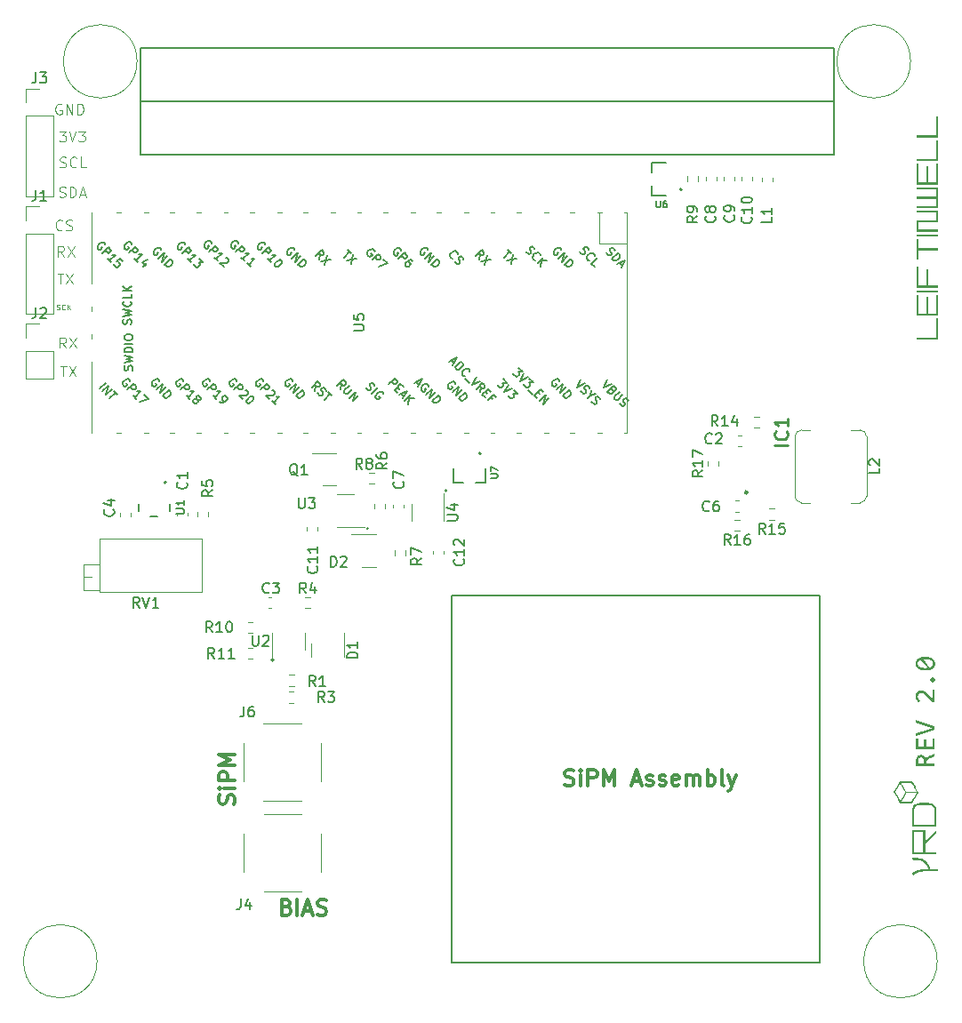
<source format=gto>
%TF.GenerationSoftware,KiCad,Pcbnew,7.0.6*%
%TF.CreationDate,2023-08-29T11:28:15+01:00*%
%TF.ProjectId,SiPM_output,5369504d-5f6f-4757-9470-75742e6b6963,2.2*%
%TF.SameCoordinates,Original*%
%TF.FileFunction,Legend,Top*%
%TF.FilePolarity,Positive*%
%FSLAX46Y46*%
G04 Gerber Fmt 4.6, Leading zero omitted, Abs format (unit mm)*
G04 Created by KiCad (PCBNEW 7.0.6) date 2023-08-29 11:28:15*
%MOMM*%
%LPD*%
G01*
G04 APERTURE LIST*
%ADD10C,0.300000*%
%ADD11C,0.150000*%
%ADD12C,0.100000*%
%ADD13C,0.200000*%
%ADD14C,0.125000*%
%ADD15C,0.254000*%
%ADD16C,0.120000*%
%ADD17C,0.127000*%
%ADD18C,0.250000*%
G04 APERTURE END LIST*
D10*
X105883082Y-127779400D02*
X106097368Y-127850828D01*
X106097368Y-127850828D02*
X106454510Y-127850828D01*
X106454510Y-127850828D02*
X106597368Y-127779400D01*
X106597368Y-127779400D02*
X106668796Y-127707971D01*
X106668796Y-127707971D02*
X106740225Y-127565114D01*
X106740225Y-127565114D02*
X106740225Y-127422257D01*
X106740225Y-127422257D02*
X106668796Y-127279400D01*
X106668796Y-127279400D02*
X106597368Y-127207971D01*
X106597368Y-127207971D02*
X106454510Y-127136542D01*
X106454510Y-127136542D02*
X106168796Y-127065114D01*
X106168796Y-127065114D02*
X106025939Y-126993685D01*
X106025939Y-126993685D02*
X105954510Y-126922257D01*
X105954510Y-126922257D02*
X105883082Y-126779400D01*
X105883082Y-126779400D02*
X105883082Y-126636542D01*
X105883082Y-126636542D02*
X105954510Y-126493685D01*
X105954510Y-126493685D02*
X106025939Y-126422257D01*
X106025939Y-126422257D02*
X106168796Y-126350828D01*
X106168796Y-126350828D02*
X106525939Y-126350828D01*
X106525939Y-126350828D02*
X106740225Y-126422257D01*
X107383081Y-127850828D02*
X107383081Y-126850828D01*
X107383081Y-126350828D02*
X107311653Y-126422257D01*
X107311653Y-126422257D02*
X107383081Y-126493685D01*
X107383081Y-126493685D02*
X107454510Y-126422257D01*
X107454510Y-126422257D02*
X107383081Y-126350828D01*
X107383081Y-126350828D02*
X107383081Y-126493685D01*
X108097367Y-127850828D02*
X108097367Y-126350828D01*
X108097367Y-126350828D02*
X108668796Y-126350828D01*
X108668796Y-126350828D02*
X108811653Y-126422257D01*
X108811653Y-126422257D02*
X108883082Y-126493685D01*
X108883082Y-126493685D02*
X108954510Y-126636542D01*
X108954510Y-126636542D02*
X108954510Y-126850828D01*
X108954510Y-126850828D02*
X108883082Y-126993685D01*
X108883082Y-126993685D02*
X108811653Y-127065114D01*
X108811653Y-127065114D02*
X108668796Y-127136542D01*
X108668796Y-127136542D02*
X108097367Y-127136542D01*
X109597367Y-127850828D02*
X109597367Y-126350828D01*
X109597367Y-126350828D02*
X110097367Y-127422257D01*
X110097367Y-127422257D02*
X110597367Y-126350828D01*
X110597367Y-126350828D02*
X110597367Y-127850828D01*
X112383082Y-127422257D02*
X113097368Y-127422257D01*
X112240225Y-127850828D02*
X112740225Y-126350828D01*
X112740225Y-126350828D02*
X113240225Y-127850828D01*
X113668796Y-127779400D02*
X113811653Y-127850828D01*
X113811653Y-127850828D02*
X114097367Y-127850828D01*
X114097367Y-127850828D02*
X114240224Y-127779400D01*
X114240224Y-127779400D02*
X114311653Y-127636542D01*
X114311653Y-127636542D02*
X114311653Y-127565114D01*
X114311653Y-127565114D02*
X114240224Y-127422257D01*
X114240224Y-127422257D02*
X114097367Y-127350828D01*
X114097367Y-127350828D02*
X113883082Y-127350828D01*
X113883082Y-127350828D02*
X113740224Y-127279400D01*
X113740224Y-127279400D02*
X113668796Y-127136542D01*
X113668796Y-127136542D02*
X113668796Y-127065114D01*
X113668796Y-127065114D02*
X113740224Y-126922257D01*
X113740224Y-126922257D02*
X113883082Y-126850828D01*
X113883082Y-126850828D02*
X114097367Y-126850828D01*
X114097367Y-126850828D02*
X114240224Y-126922257D01*
X114883082Y-127779400D02*
X115025939Y-127850828D01*
X115025939Y-127850828D02*
X115311653Y-127850828D01*
X115311653Y-127850828D02*
X115454510Y-127779400D01*
X115454510Y-127779400D02*
X115525939Y-127636542D01*
X115525939Y-127636542D02*
X115525939Y-127565114D01*
X115525939Y-127565114D02*
X115454510Y-127422257D01*
X115454510Y-127422257D02*
X115311653Y-127350828D01*
X115311653Y-127350828D02*
X115097368Y-127350828D01*
X115097368Y-127350828D02*
X114954510Y-127279400D01*
X114954510Y-127279400D02*
X114883082Y-127136542D01*
X114883082Y-127136542D02*
X114883082Y-127065114D01*
X114883082Y-127065114D02*
X114954510Y-126922257D01*
X114954510Y-126922257D02*
X115097368Y-126850828D01*
X115097368Y-126850828D02*
X115311653Y-126850828D01*
X115311653Y-126850828D02*
X115454510Y-126922257D01*
X116740225Y-127779400D02*
X116597368Y-127850828D01*
X116597368Y-127850828D02*
X116311654Y-127850828D01*
X116311654Y-127850828D02*
X116168796Y-127779400D01*
X116168796Y-127779400D02*
X116097368Y-127636542D01*
X116097368Y-127636542D02*
X116097368Y-127065114D01*
X116097368Y-127065114D02*
X116168796Y-126922257D01*
X116168796Y-126922257D02*
X116311654Y-126850828D01*
X116311654Y-126850828D02*
X116597368Y-126850828D01*
X116597368Y-126850828D02*
X116740225Y-126922257D01*
X116740225Y-126922257D02*
X116811654Y-127065114D01*
X116811654Y-127065114D02*
X116811654Y-127207971D01*
X116811654Y-127207971D02*
X116097368Y-127350828D01*
X117454510Y-127850828D02*
X117454510Y-126850828D01*
X117454510Y-126993685D02*
X117525939Y-126922257D01*
X117525939Y-126922257D02*
X117668796Y-126850828D01*
X117668796Y-126850828D02*
X117883082Y-126850828D01*
X117883082Y-126850828D02*
X118025939Y-126922257D01*
X118025939Y-126922257D02*
X118097368Y-127065114D01*
X118097368Y-127065114D02*
X118097368Y-127850828D01*
X118097368Y-127065114D02*
X118168796Y-126922257D01*
X118168796Y-126922257D02*
X118311653Y-126850828D01*
X118311653Y-126850828D02*
X118525939Y-126850828D01*
X118525939Y-126850828D02*
X118668796Y-126922257D01*
X118668796Y-126922257D02*
X118740225Y-127065114D01*
X118740225Y-127065114D02*
X118740225Y-127850828D01*
X119454510Y-127850828D02*
X119454510Y-126350828D01*
X119454510Y-126922257D02*
X119597368Y-126850828D01*
X119597368Y-126850828D02*
X119883082Y-126850828D01*
X119883082Y-126850828D02*
X120025939Y-126922257D01*
X120025939Y-126922257D02*
X120097368Y-126993685D01*
X120097368Y-126993685D02*
X120168796Y-127136542D01*
X120168796Y-127136542D02*
X120168796Y-127565114D01*
X120168796Y-127565114D02*
X120097368Y-127707971D01*
X120097368Y-127707971D02*
X120025939Y-127779400D01*
X120025939Y-127779400D02*
X119883082Y-127850828D01*
X119883082Y-127850828D02*
X119597368Y-127850828D01*
X119597368Y-127850828D02*
X119454510Y-127779400D01*
X121025939Y-127850828D02*
X120883082Y-127779400D01*
X120883082Y-127779400D02*
X120811653Y-127636542D01*
X120811653Y-127636542D02*
X120811653Y-126350828D01*
X121454510Y-126850828D02*
X121811653Y-127850828D01*
X122168796Y-126850828D02*
X121811653Y-127850828D01*
X121811653Y-127850828D02*
X121668796Y-128207971D01*
X121668796Y-128207971D02*
X121597367Y-128279400D01*
X121597367Y-128279400D02*
X121454510Y-128350828D01*
D11*
X78181421Y-115900000D02*
G75*
G03*
X78181421Y-115900000I-141421J0D01*
G01*
D12*
X94661803Y-99750000D02*
G75*
G03*
X94661803Y-99750000I-111803J0D01*
G01*
D13*
X95150000Y-109750000D02*
X130150000Y-109750000D01*
X130150000Y-144750000D01*
X95150000Y-144750000D01*
X95150000Y-109750000D01*
D12*
X87200000Y-103400000D02*
G75*
G03*
X87200000Y-103400000I-100000J0D01*
G01*
X57806265Y-68924800D02*
X57949122Y-68972419D01*
X57949122Y-68972419D02*
X58187217Y-68972419D01*
X58187217Y-68972419D02*
X58282455Y-68924800D01*
X58282455Y-68924800D02*
X58330074Y-68877180D01*
X58330074Y-68877180D02*
X58377693Y-68781942D01*
X58377693Y-68781942D02*
X58377693Y-68686704D01*
X58377693Y-68686704D02*
X58330074Y-68591466D01*
X58330074Y-68591466D02*
X58282455Y-68543847D01*
X58282455Y-68543847D02*
X58187217Y-68496228D01*
X58187217Y-68496228D02*
X57996741Y-68448609D01*
X57996741Y-68448609D02*
X57901503Y-68400990D01*
X57901503Y-68400990D02*
X57853884Y-68353371D01*
X57853884Y-68353371D02*
X57806265Y-68258133D01*
X57806265Y-68258133D02*
X57806265Y-68162895D01*
X57806265Y-68162895D02*
X57853884Y-68067657D01*
X57853884Y-68067657D02*
X57901503Y-68020038D01*
X57901503Y-68020038D02*
X57996741Y-67972419D01*
X57996741Y-67972419D02*
X58234836Y-67972419D01*
X58234836Y-67972419D02*
X58377693Y-68020038D01*
X59377693Y-68877180D02*
X59330074Y-68924800D01*
X59330074Y-68924800D02*
X59187217Y-68972419D01*
X59187217Y-68972419D02*
X59091979Y-68972419D01*
X59091979Y-68972419D02*
X58949122Y-68924800D01*
X58949122Y-68924800D02*
X58853884Y-68829561D01*
X58853884Y-68829561D02*
X58806265Y-68734323D01*
X58806265Y-68734323D02*
X58758646Y-68543847D01*
X58758646Y-68543847D02*
X58758646Y-68400990D01*
X58758646Y-68400990D02*
X58806265Y-68210514D01*
X58806265Y-68210514D02*
X58853884Y-68115276D01*
X58853884Y-68115276D02*
X58949122Y-68020038D01*
X58949122Y-68020038D02*
X59091979Y-67972419D01*
X59091979Y-67972419D02*
X59187217Y-67972419D01*
X59187217Y-67972419D02*
X59330074Y-68020038D01*
X59330074Y-68020038D02*
X59377693Y-68067657D01*
X60282455Y-68972419D02*
X59806265Y-68972419D01*
X59806265Y-68972419D02*
X59806265Y-67972419D01*
X58175312Y-77472419D02*
X57841979Y-76996228D01*
X57603884Y-77472419D02*
X57603884Y-76472419D01*
X57603884Y-76472419D02*
X57984836Y-76472419D01*
X57984836Y-76472419D02*
X58080074Y-76520038D01*
X58080074Y-76520038D02*
X58127693Y-76567657D01*
X58127693Y-76567657D02*
X58175312Y-76662895D01*
X58175312Y-76662895D02*
X58175312Y-76805752D01*
X58175312Y-76805752D02*
X58127693Y-76900990D01*
X58127693Y-76900990D02*
X58080074Y-76948609D01*
X58080074Y-76948609D02*
X57984836Y-76996228D01*
X57984836Y-76996228D02*
X57603884Y-76996228D01*
X58508646Y-76472419D02*
X59175312Y-77472419D01*
X59175312Y-76472419D02*
X58508646Y-77472419D01*
X57758646Y-65522419D02*
X58377693Y-65522419D01*
X58377693Y-65522419D02*
X58044360Y-65903371D01*
X58044360Y-65903371D02*
X58187217Y-65903371D01*
X58187217Y-65903371D02*
X58282455Y-65950990D01*
X58282455Y-65950990D02*
X58330074Y-65998609D01*
X58330074Y-65998609D02*
X58377693Y-66093847D01*
X58377693Y-66093847D02*
X58377693Y-66331942D01*
X58377693Y-66331942D02*
X58330074Y-66427180D01*
X58330074Y-66427180D02*
X58282455Y-66474800D01*
X58282455Y-66474800D02*
X58187217Y-66522419D01*
X58187217Y-66522419D02*
X57901503Y-66522419D01*
X57901503Y-66522419D02*
X57806265Y-66474800D01*
X57806265Y-66474800D02*
X57758646Y-66427180D01*
X58663408Y-65522419D02*
X58996741Y-66522419D01*
X58996741Y-66522419D02*
X59330074Y-65522419D01*
X59568170Y-65522419D02*
X60187217Y-65522419D01*
X60187217Y-65522419D02*
X59853884Y-65903371D01*
X59853884Y-65903371D02*
X59996741Y-65903371D01*
X59996741Y-65903371D02*
X60091979Y-65950990D01*
X60091979Y-65950990D02*
X60139598Y-65998609D01*
X60139598Y-65998609D02*
X60187217Y-66093847D01*
X60187217Y-66093847D02*
X60187217Y-66331942D01*
X60187217Y-66331942D02*
X60139598Y-66427180D01*
X60139598Y-66427180D02*
X60091979Y-66474800D01*
X60091979Y-66474800D02*
X59996741Y-66522419D01*
X59996741Y-66522419D02*
X59711027Y-66522419D01*
X59711027Y-66522419D02*
X59615789Y-66474800D01*
X59615789Y-66474800D02*
X59568170Y-66427180D01*
X57861027Y-87872419D02*
X58432455Y-87872419D01*
X58146741Y-88872419D02*
X58146741Y-87872419D01*
X58670551Y-87872419D02*
X59337217Y-88872419D01*
X59337217Y-87872419D02*
X58670551Y-88872419D01*
X57561027Y-79072419D02*
X58132455Y-79072419D01*
X57846741Y-80072419D02*
X57846741Y-79072419D01*
X58370551Y-79072419D02*
X59037217Y-80072419D01*
X59037217Y-79072419D02*
X58370551Y-80072419D01*
X57511027Y-82509800D02*
X57582455Y-82533609D01*
X57582455Y-82533609D02*
X57701503Y-82533609D01*
X57701503Y-82533609D02*
X57749122Y-82509800D01*
X57749122Y-82509800D02*
X57772931Y-82485990D01*
X57772931Y-82485990D02*
X57796741Y-82438371D01*
X57796741Y-82438371D02*
X57796741Y-82390752D01*
X57796741Y-82390752D02*
X57772931Y-82343133D01*
X57772931Y-82343133D02*
X57749122Y-82319323D01*
X57749122Y-82319323D02*
X57701503Y-82295514D01*
X57701503Y-82295514D02*
X57606265Y-82271704D01*
X57606265Y-82271704D02*
X57558646Y-82247895D01*
X57558646Y-82247895D02*
X57534836Y-82224085D01*
X57534836Y-82224085D02*
X57511027Y-82176466D01*
X57511027Y-82176466D02*
X57511027Y-82128847D01*
X57511027Y-82128847D02*
X57534836Y-82081228D01*
X57534836Y-82081228D02*
X57558646Y-82057419D01*
X57558646Y-82057419D02*
X57606265Y-82033609D01*
X57606265Y-82033609D02*
X57725312Y-82033609D01*
X57725312Y-82033609D02*
X57796741Y-82057419D01*
X58296740Y-82485990D02*
X58272931Y-82509800D01*
X58272931Y-82509800D02*
X58201502Y-82533609D01*
X58201502Y-82533609D02*
X58153883Y-82533609D01*
X58153883Y-82533609D02*
X58082455Y-82509800D01*
X58082455Y-82509800D02*
X58034836Y-82462180D01*
X58034836Y-82462180D02*
X58011026Y-82414561D01*
X58011026Y-82414561D02*
X57987217Y-82319323D01*
X57987217Y-82319323D02*
X57987217Y-82247895D01*
X57987217Y-82247895D02*
X58011026Y-82152657D01*
X58011026Y-82152657D02*
X58034836Y-82105038D01*
X58034836Y-82105038D02*
X58082455Y-82057419D01*
X58082455Y-82057419D02*
X58153883Y-82033609D01*
X58153883Y-82033609D02*
X58201502Y-82033609D01*
X58201502Y-82033609D02*
X58272931Y-82057419D01*
X58272931Y-82057419D02*
X58296740Y-82081228D01*
X58511026Y-82533609D02*
X58511026Y-82033609D01*
X58796740Y-82533609D02*
X58582455Y-82247895D01*
X58796740Y-82033609D02*
X58511026Y-82319323D01*
D10*
X79404510Y-139415114D02*
X79618796Y-139486542D01*
X79618796Y-139486542D02*
X79690225Y-139557971D01*
X79690225Y-139557971D02*
X79761653Y-139700828D01*
X79761653Y-139700828D02*
X79761653Y-139915114D01*
X79761653Y-139915114D02*
X79690225Y-140057971D01*
X79690225Y-140057971D02*
X79618796Y-140129400D01*
X79618796Y-140129400D02*
X79475939Y-140200828D01*
X79475939Y-140200828D02*
X78904510Y-140200828D01*
X78904510Y-140200828D02*
X78904510Y-138700828D01*
X78904510Y-138700828D02*
X79404510Y-138700828D01*
X79404510Y-138700828D02*
X79547368Y-138772257D01*
X79547368Y-138772257D02*
X79618796Y-138843685D01*
X79618796Y-138843685D02*
X79690225Y-138986542D01*
X79690225Y-138986542D02*
X79690225Y-139129400D01*
X79690225Y-139129400D02*
X79618796Y-139272257D01*
X79618796Y-139272257D02*
X79547368Y-139343685D01*
X79547368Y-139343685D02*
X79404510Y-139415114D01*
X79404510Y-139415114D02*
X78904510Y-139415114D01*
X80404510Y-140200828D02*
X80404510Y-138700828D01*
X81047368Y-139772257D02*
X81761654Y-139772257D01*
X80904511Y-140200828D02*
X81404511Y-138700828D01*
X81404511Y-138700828D02*
X81904511Y-140200828D01*
X82333082Y-140129400D02*
X82547368Y-140200828D01*
X82547368Y-140200828D02*
X82904510Y-140200828D01*
X82904510Y-140200828D02*
X83047368Y-140129400D01*
X83047368Y-140129400D02*
X83118796Y-140057971D01*
X83118796Y-140057971D02*
X83190225Y-139915114D01*
X83190225Y-139915114D02*
X83190225Y-139772257D01*
X83190225Y-139772257D02*
X83118796Y-139629400D01*
X83118796Y-139629400D02*
X83047368Y-139557971D01*
X83047368Y-139557971D02*
X82904510Y-139486542D01*
X82904510Y-139486542D02*
X82618796Y-139415114D01*
X82618796Y-139415114D02*
X82475939Y-139343685D01*
X82475939Y-139343685D02*
X82404510Y-139272257D01*
X82404510Y-139272257D02*
X82333082Y-139129400D01*
X82333082Y-139129400D02*
X82333082Y-138986542D01*
X82333082Y-138986542D02*
X82404510Y-138843685D01*
X82404510Y-138843685D02*
X82475939Y-138772257D01*
X82475939Y-138772257D02*
X82618796Y-138700828D01*
X82618796Y-138700828D02*
X82975939Y-138700828D01*
X82975939Y-138700828D02*
X83190225Y-138772257D01*
X74379400Y-129616917D02*
X74450828Y-129402632D01*
X74450828Y-129402632D02*
X74450828Y-129045489D01*
X74450828Y-129045489D02*
X74379400Y-128902632D01*
X74379400Y-128902632D02*
X74307971Y-128831203D01*
X74307971Y-128831203D02*
X74165114Y-128759774D01*
X74165114Y-128759774D02*
X74022257Y-128759774D01*
X74022257Y-128759774D02*
X73879400Y-128831203D01*
X73879400Y-128831203D02*
X73807971Y-128902632D01*
X73807971Y-128902632D02*
X73736542Y-129045489D01*
X73736542Y-129045489D02*
X73665114Y-129331203D01*
X73665114Y-129331203D02*
X73593685Y-129474060D01*
X73593685Y-129474060D02*
X73522257Y-129545489D01*
X73522257Y-129545489D02*
X73379400Y-129616917D01*
X73379400Y-129616917D02*
X73236542Y-129616917D01*
X73236542Y-129616917D02*
X73093685Y-129545489D01*
X73093685Y-129545489D02*
X73022257Y-129474060D01*
X73022257Y-129474060D02*
X72950828Y-129331203D01*
X72950828Y-129331203D02*
X72950828Y-128974060D01*
X72950828Y-128974060D02*
X73022257Y-128759774D01*
X74450828Y-128116918D02*
X73450828Y-128116918D01*
X72950828Y-128116918D02*
X73022257Y-128188346D01*
X73022257Y-128188346D02*
X73093685Y-128116918D01*
X73093685Y-128116918D02*
X73022257Y-128045489D01*
X73022257Y-128045489D02*
X72950828Y-128116918D01*
X72950828Y-128116918D02*
X73093685Y-128116918D01*
X74450828Y-127402632D02*
X72950828Y-127402632D01*
X72950828Y-127402632D02*
X72950828Y-126831203D01*
X72950828Y-126831203D02*
X73022257Y-126688346D01*
X73022257Y-126688346D02*
X73093685Y-126616917D01*
X73093685Y-126616917D02*
X73236542Y-126545489D01*
X73236542Y-126545489D02*
X73450828Y-126545489D01*
X73450828Y-126545489D02*
X73593685Y-126616917D01*
X73593685Y-126616917D02*
X73665114Y-126688346D01*
X73665114Y-126688346D02*
X73736542Y-126831203D01*
X73736542Y-126831203D02*
X73736542Y-127402632D01*
X74450828Y-125902632D02*
X72950828Y-125902632D01*
X72950828Y-125902632D02*
X74022257Y-125402632D01*
X74022257Y-125402632D02*
X72950828Y-124902632D01*
X72950828Y-124902632D02*
X74450828Y-124902632D01*
D12*
X58025312Y-74877180D02*
X57977693Y-74924800D01*
X57977693Y-74924800D02*
X57834836Y-74972419D01*
X57834836Y-74972419D02*
X57739598Y-74972419D01*
X57739598Y-74972419D02*
X57596741Y-74924800D01*
X57596741Y-74924800D02*
X57501503Y-74829561D01*
X57501503Y-74829561D02*
X57453884Y-74734323D01*
X57453884Y-74734323D02*
X57406265Y-74543847D01*
X57406265Y-74543847D02*
X57406265Y-74400990D01*
X57406265Y-74400990D02*
X57453884Y-74210514D01*
X57453884Y-74210514D02*
X57501503Y-74115276D01*
X57501503Y-74115276D02*
X57596741Y-74020038D01*
X57596741Y-74020038D02*
X57739598Y-73972419D01*
X57739598Y-73972419D02*
X57834836Y-73972419D01*
X57834836Y-73972419D02*
X57977693Y-74020038D01*
X57977693Y-74020038D02*
X58025312Y-74067657D01*
X58406265Y-74924800D02*
X58549122Y-74972419D01*
X58549122Y-74972419D02*
X58787217Y-74972419D01*
X58787217Y-74972419D02*
X58882455Y-74924800D01*
X58882455Y-74924800D02*
X58930074Y-74877180D01*
X58930074Y-74877180D02*
X58977693Y-74781942D01*
X58977693Y-74781942D02*
X58977693Y-74686704D01*
X58977693Y-74686704D02*
X58930074Y-74591466D01*
X58930074Y-74591466D02*
X58882455Y-74543847D01*
X58882455Y-74543847D02*
X58787217Y-74496228D01*
X58787217Y-74496228D02*
X58596741Y-74448609D01*
X58596741Y-74448609D02*
X58501503Y-74400990D01*
X58501503Y-74400990D02*
X58453884Y-74353371D01*
X58453884Y-74353371D02*
X58406265Y-74258133D01*
X58406265Y-74258133D02*
X58406265Y-74162895D01*
X58406265Y-74162895D02*
X58453884Y-74067657D01*
X58453884Y-74067657D02*
X58501503Y-74020038D01*
X58501503Y-74020038D02*
X58596741Y-73972419D01*
X58596741Y-73972419D02*
X58834836Y-73972419D01*
X58834836Y-73972419D02*
X58977693Y-74020038D01*
D14*
X57944140Y-62968738D02*
X57848902Y-62921119D01*
X57848902Y-62921119D02*
X57706045Y-62921119D01*
X57706045Y-62921119D02*
X57563188Y-62968738D01*
X57563188Y-62968738D02*
X57467950Y-63063976D01*
X57467950Y-63063976D02*
X57420331Y-63159214D01*
X57420331Y-63159214D02*
X57372712Y-63349690D01*
X57372712Y-63349690D02*
X57372712Y-63492547D01*
X57372712Y-63492547D02*
X57420331Y-63683023D01*
X57420331Y-63683023D02*
X57467950Y-63778261D01*
X57467950Y-63778261D02*
X57563188Y-63873500D01*
X57563188Y-63873500D02*
X57706045Y-63921119D01*
X57706045Y-63921119D02*
X57801283Y-63921119D01*
X57801283Y-63921119D02*
X57944140Y-63873500D01*
X57944140Y-63873500D02*
X57991759Y-63825880D01*
X57991759Y-63825880D02*
X57991759Y-63492547D01*
X57991759Y-63492547D02*
X57801283Y-63492547D01*
X58420331Y-63921119D02*
X58420331Y-62921119D01*
X58420331Y-62921119D02*
X58991759Y-63921119D01*
X58991759Y-63921119D02*
X58991759Y-62921119D01*
X59467950Y-63921119D02*
X59467950Y-62921119D01*
X59467950Y-62921119D02*
X59706045Y-62921119D01*
X59706045Y-62921119D02*
X59848902Y-62968738D01*
X59848902Y-62968738D02*
X59944140Y-63063976D01*
X59944140Y-63063976D02*
X59991759Y-63159214D01*
X59991759Y-63159214D02*
X60039378Y-63349690D01*
X60039378Y-63349690D02*
X60039378Y-63492547D01*
X60039378Y-63492547D02*
X59991759Y-63683023D01*
X59991759Y-63683023D02*
X59944140Y-63778261D01*
X59944140Y-63778261D02*
X59848902Y-63873500D01*
X59848902Y-63873500D02*
X59706045Y-63921119D01*
X59706045Y-63921119D02*
X59467950Y-63921119D01*
D12*
X58375312Y-86172419D02*
X58041979Y-85696228D01*
X57803884Y-86172419D02*
X57803884Y-85172419D01*
X57803884Y-85172419D02*
X58184836Y-85172419D01*
X58184836Y-85172419D02*
X58280074Y-85220038D01*
X58280074Y-85220038D02*
X58327693Y-85267657D01*
X58327693Y-85267657D02*
X58375312Y-85362895D01*
X58375312Y-85362895D02*
X58375312Y-85505752D01*
X58375312Y-85505752D02*
X58327693Y-85600990D01*
X58327693Y-85600990D02*
X58280074Y-85648609D01*
X58280074Y-85648609D02*
X58184836Y-85696228D01*
X58184836Y-85696228D02*
X57803884Y-85696228D01*
X58708646Y-85172419D02*
X59375312Y-86172419D01*
X59375312Y-85172419D02*
X58708646Y-86172419D01*
D13*
G36*
X139409162Y-85161967D02*
G01*
X139591856Y-85161967D01*
X139803859Y-85161967D01*
X141222421Y-85161967D01*
X141222421Y-83832798D01*
X141222421Y-83540195D01*
X141222421Y-83358478D01*
X141410000Y-83358478D01*
X141410000Y-85359316D01*
X139409162Y-85359316D01*
X139409162Y-85161967D01*
G37*
G36*
X139409162Y-81119260D02*
G01*
X139596741Y-81119260D01*
X139596741Y-81300976D01*
X139596741Y-81593579D01*
X139596741Y-82922749D01*
X140315792Y-82922749D01*
X140315792Y-81349825D01*
X140503370Y-81349825D01*
X140503370Y-82922749D01*
X141222421Y-82922749D01*
X141222421Y-81593579D01*
X141222421Y-81300976D01*
X141222421Y-81119260D01*
X141410000Y-81119260D01*
X141410000Y-83120097D01*
X140494089Y-83120097D01*
X140325073Y-83120097D01*
X139409162Y-83120097D01*
X139409162Y-81119260D01*
G37*
G36*
X139409162Y-80880879D02*
G01*
X139409162Y-80683531D01*
X141410000Y-80683531D01*
X141410000Y-80880879D01*
X139409162Y-80880879D01*
G37*
G36*
X139409162Y-78436496D02*
G01*
X139596741Y-78436496D01*
X139596741Y-78618213D01*
X139596741Y-78910816D01*
X139596741Y-80239986D01*
X140315792Y-80239986D01*
X140315792Y-78667062D01*
X140503370Y-78667062D01*
X140503370Y-80239986D01*
X141150614Y-80239986D01*
X141227306Y-80239986D01*
X141410000Y-80239986D01*
X141410000Y-80437334D01*
X140494089Y-80437334D01*
X140325073Y-80437334D01*
X139409162Y-80437334D01*
X139409162Y-78436496D01*
G37*
G36*
X139409162Y-75777180D02*
G01*
X139596741Y-75777180D01*
X139596741Y-76677459D01*
X141410000Y-76677459D01*
X141410000Y-76877739D01*
X139596741Y-76877739D01*
X139596741Y-77778018D01*
X139409162Y-77778018D01*
X139409162Y-75777180D01*
G37*
G36*
X139409162Y-75538799D02*
G01*
X139409162Y-75341451D01*
X141410000Y-75341451D01*
X141410000Y-75538799D01*
X139409162Y-75538799D01*
G37*
G36*
X139409162Y-73094417D02*
G01*
X141410000Y-73094417D01*
X141410000Y-74010327D01*
X141410000Y-74194975D01*
X139596741Y-74194975D01*
X139596741Y-74897906D01*
X141410000Y-74897906D01*
X141410000Y-75095254D01*
X139409162Y-75095254D01*
X139409162Y-73994696D01*
X141222421Y-73994696D01*
X141222421Y-73291765D01*
X139409162Y-73291765D01*
X139409162Y-73094417D01*
G37*
G36*
X139409162Y-70855198D02*
G01*
X141410000Y-70855198D01*
X141410000Y-71771109D01*
X141410000Y-71940125D01*
X141410000Y-72856036D01*
X139409162Y-72856036D01*
X139409162Y-72658688D01*
X139591856Y-72658688D01*
X139885924Y-72658688D01*
X141222421Y-72658688D01*
X141222421Y-71955757D01*
X139409162Y-71955757D01*
X139409162Y-71755478D01*
X141222421Y-71755478D01*
X141222421Y-71052547D01*
X139885924Y-71052547D01*
X139591856Y-71052547D01*
X139409162Y-71052547D01*
X139409162Y-70855198D01*
G37*
G36*
X139409162Y-68615980D02*
G01*
X139596741Y-68615980D01*
X139596741Y-68797697D01*
X139596741Y-69090300D01*
X139596741Y-70419469D01*
X140315792Y-70419469D01*
X140315792Y-68846545D01*
X140503370Y-68846545D01*
X140503370Y-70419469D01*
X141222421Y-70419469D01*
X141222421Y-69090300D01*
X141222421Y-68797697D01*
X141222421Y-68615980D01*
X141410000Y-68615980D01*
X141410000Y-70616817D01*
X140494089Y-70616817D01*
X140325073Y-70616817D01*
X139409162Y-70616817D01*
X139409162Y-68615980D01*
G37*
G36*
X139409162Y-68180251D02*
G01*
X139591856Y-68180251D01*
X139803859Y-68180251D01*
X141222421Y-68180251D01*
X141222421Y-66851081D01*
X141222421Y-66558478D01*
X141222421Y-66376762D01*
X141410000Y-66376762D01*
X141410000Y-68377599D01*
X139409162Y-68377599D01*
X139409162Y-68180251D01*
G37*
G36*
X139409162Y-65941032D02*
G01*
X139591856Y-65941032D01*
X139803859Y-65941032D01*
X141222421Y-65941032D01*
X141222421Y-64611863D01*
X141222421Y-64319260D01*
X141222421Y-64137543D01*
X141410000Y-64137543D01*
X141410000Y-66138381D01*
X139409162Y-66138381D01*
X139409162Y-65941032D01*
G37*
D12*
X57756265Y-71774800D02*
X57899122Y-71822419D01*
X57899122Y-71822419D02*
X58137217Y-71822419D01*
X58137217Y-71822419D02*
X58232455Y-71774800D01*
X58232455Y-71774800D02*
X58280074Y-71727180D01*
X58280074Y-71727180D02*
X58327693Y-71631942D01*
X58327693Y-71631942D02*
X58327693Y-71536704D01*
X58327693Y-71536704D02*
X58280074Y-71441466D01*
X58280074Y-71441466D02*
X58232455Y-71393847D01*
X58232455Y-71393847D02*
X58137217Y-71346228D01*
X58137217Y-71346228D02*
X57946741Y-71298609D01*
X57946741Y-71298609D02*
X57851503Y-71250990D01*
X57851503Y-71250990D02*
X57803884Y-71203371D01*
X57803884Y-71203371D02*
X57756265Y-71108133D01*
X57756265Y-71108133D02*
X57756265Y-71012895D01*
X57756265Y-71012895D02*
X57803884Y-70917657D01*
X57803884Y-70917657D02*
X57851503Y-70870038D01*
X57851503Y-70870038D02*
X57946741Y-70822419D01*
X57946741Y-70822419D02*
X58184836Y-70822419D01*
X58184836Y-70822419D02*
X58327693Y-70870038D01*
X58756265Y-71822419D02*
X58756265Y-70822419D01*
X58756265Y-70822419D02*
X58994360Y-70822419D01*
X58994360Y-70822419D02*
X59137217Y-70870038D01*
X59137217Y-70870038D02*
X59232455Y-70965276D01*
X59232455Y-70965276D02*
X59280074Y-71060514D01*
X59280074Y-71060514D02*
X59327693Y-71250990D01*
X59327693Y-71250990D02*
X59327693Y-71393847D01*
X59327693Y-71393847D02*
X59280074Y-71584323D01*
X59280074Y-71584323D02*
X59232455Y-71679561D01*
X59232455Y-71679561D02*
X59137217Y-71774800D01*
X59137217Y-71774800D02*
X58994360Y-71822419D01*
X58994360Y-71822419D02*
X58756265Y-71822419D01*
X59708646Y-71536704D02*
X60184836Y-71536704D01*
X59613408Y-71822419D02*
X59946741Y-70822419D01*
X59946741Y-70822419D02*
X60280074Y-71822419D01*
G36*
X141110000Y-125082030D02*
G01*
X140531632Y-125350209D01*
X140511432Y-125359709D01*
X140492353Y-125369281D01*
X140474395Y-125378924D01*
X140454325Y-125390590D01*
X140435870Y-125402360D01*
X140421723Y-125412247D01*
X140406055Y-125424159D01*
X140389382Y-125438535D01*
X140374439Y-125453424D01*
X140361226Y-125468828D01*
X140352847Y-125480146D01*
X140340848Y-125498678D01*
X140330743Y-125518126D01*
X140322530Y-125538490D01*
X140316210Y-125559769D01*
X140311832Y-125579090D01*
X140308530Y-125599440D01*
X140306303Y-125620818D01*
X140305151Y-125643224D01*
X140304975Y-125656489D01*
X140304975Y-125771772D01*
X141110000Y-125771772D01*
X141110000Y-126016503D01*
X139328004Y-126016503D01*
X139328004Y-125771772D01*
X139531214Y-125771772D01*
X140109581Y-125771772D01*
X140109581Y-125573935D01*
X140109283Y-125552587D01*
X140108390Y-125531773D01*
X140106902Y-125511493D01*
X140104818Y-125491748D01*
X140101376Y-125467817D01*
X140097004Y-125444721D01*
X140091702Y-125422460D01*
X140090530Y-125418108D01*
X140083971Y-125396933D01*
X140076505Y-125376759D01*
X140068133Y-125357587D01*
X140058855Y-125339416D01*
X140048670Y-125322248D01*
X140037579Y-125306081D01*
X140032889Y-125299895D01*
X140017833Y-125282367D01*
X140001610Y-125266418D01*
X139984219Y-125252050D01*
X139965661Y-125239262D01*
X139945934Y-125228053D01*
X139939099Y-125224668D01*
X139917633Y-125215538D01*
X139898852Y-125209372D01*
X139879260Y-125204518D01*
X139858857Y-125200976D01*
X139837643Y-125198746D01*
X139815618Y-125197828D01*
X139811116Y-125197801D01*
X139785365Y-125198591D01*
X139760867Y-125200961D01*
X139737623Y-125204911D01*
X139715632Y-125210441D01*
X139694896Y-125217551D01*
X139675412Y-125226240D01*
X139657183Y-125236510D01*
X139640207Y-125248360D01*
X139624485Y-125261789D01*
X139610016Y-125276799D01*
X139601067Y-125287683D01*
X139588584Y-125305184D01*
X139577328Y-125323981D01*
X139567300Y-125344076D01*
X139558500Y-125365466D01*
X139550928Y-125388154D01*
X139544584Y-125412138D01*
X139539468Y-125437418D01*
X139535580Y-125463995D01*
X139532919Y-125491869D01*
X139531487Y-125521040D01*
X139531214Y-125541207D01*
X139531214Y-125771772D01*
X139328004Y-125771772D01*
X139328004Y-125535345D01*
X139328300Y-125506422D01*
X139329189Y-125478272D01*
X139330670Y-125450895D01*
X139332744Y-125424291D01*
X139335410Y-125398459D01*
X139338668Y-125373400D01*
X139342519Y-125349115D01*
X139346963Y-125325601D01*
X139351999Y-125302861D01*
X139357628Y-125280893D01*
X139361709Y-125266678D01*
X139368265Y-125245877D01*
X139375293Y-125225788D01*
X139382794Y-125206412D01*
X139390766Y-125187749D01*
X139399211Y-125169799D01*
X139411206Y-125146974D01*
X139424040Y-125125415D01*
X139437714Y-125105124D01*
X139452227Y-125086100D01*
X139455987Y-125081542D01*
X139471519Y-125064071D01*
X139487830Y-125047806D01*
X139504919Y-125032747D01*
X139522787Y-125018893D01*
X139541434Y-125006246D01*
X139560859Y-124994805D01*
X139581062Y-124984570D01*
X139602044Y-124975540D01*
X139623698Y-124967641D01*
X139645916Y-124960794D01*
X139668700Y-124955001D01*
X139692048Y-124950261D01*
X139715961Y-124946575D01*
X139740438Y-124943941D01*
X139765481Y-124942361D01*
X139791088Y-124941835D01*
X139811475Y-124942224D01*
X139831602Y-124943392D01*
X139851470Y-124945338D01*
X139871078Y-124948063D01*
X139890426Y-124951566D01*
X139909515Y-124955848D01*
X139933012Y-124962295D01*
X139946915Y-124966748D01*
X139969491Y-124975117D01*
X139991423Y-124984656D01*
X140012710Y-124995363D01*
X140033354Y-125007238D01*
X140053354Y-125020283D01*
X140072710Y-125034496D01*
X140080272Y-125040509D01*
X140098514Y-125056206D01*
X140115992Y-125073071D01*
X140129426Y-125087405D01*
X140142370Y-125102487D01*
X140154827Y-125118317D01*
X140166795Y-125134895D01*
X140178274Y-125152221D01*
X140183831Y-125161165D01*
X140194356Y-125179567D01*
X140204194Y-125198626D01*
X140213346Y-125218341D01*
X140221810Y-125238712D01*
X140229588Y-125259740D01*
X140236679Y-125281424D01*
X140243082Y-125303765D01*
X140248799Y-125326762D01*
X140256012Y-125308191D01*
X140264461Y-125290339D01*
X140274147Y-125273204D01*
X140285069Y-125256786D01*
X140297228Y-125241086D01*
X140310623Y-125226103D01*
X140325255Y-125211838D01*
X140341123Y-125198290D01*
X140358174Y-125185063D01*
X140376599Y-125171759D01*
X140396398Y-125158379D01*
X140417571Y-125144923D01*
X140434352Y-125134780D01*
X140451906Y-125124595D01*
X140470233Y-125114367D01*
X140489333Y-125104096D01*
X140509205Y-125093782D01*
X140516001Y-125090334D01*
X141110000Y-124806036D01*
X141110000Y-125082030D01*
G37*
G36*
X141110000Y-123415317D02*
G01*
X141110000Y-124436252D01*
X139328004Y-124436252D01*
X139328004Y-123415317D01*
X139531214Y-123415317D01*
X139531214Y-124191521D01*
X140093949Y-124191521D01*
X140093949Y-123445603D01*
X140297159Y-123445603D01*
X140297159Y-124191521D01*
X140898974Y-124191521D01*
X140898974Y-123415317D01*
X141110000Y-123415317D01*
G37*
G36*
X139328004Y-121632833D02*
G01*
X141110000Y-122242951D01*
X141110000Y-122572679D01*
X139328004Y-123169120D01*
X139328004Y-122892637D01*
X140529190Y-122505268D01*
X140880900Y-122395359D01*
X140529190Y-122283007D01*
X139328004Y-121894173D01*
X139328004Y-121632833D01*
G37*
G36*
X141110000Y-118714131D02*
G01*
X141110000Y-119897243D01*
X140897020Y-119897243D01*
X140436866Y-119432693D01*
X140422941Y-119418573D01*
X140402496Y-119398022D01*
X140382583Y-119378227D01*
X140363203Y-119359188D01*
X140344355Y-119340904D01*
X140326040Y-119323375D01*
X140308257Y-119306603D01*
X140291006Y-119290586D01*
X140274288Y-119275324D01*
X140258102Y-119260819D01*
X140242449Y-119247069D01*
X140227186Y-119233975D01*
X140212172Y-119221440D01*
X140192541Y-119205595D01*
X140173353Y-119190742D01*
X140154607Y-119176881D01*
X140136304Y-119164013D01*
X140118444Y-119152136D01*
X140101027Y-119141252D01*
X140092484Y-119136182D01*
X140071456Y-119124309D01*
X140050810Y-119113723D01*
X140030545Y-119104426D01*
X140010662Y-119096417D01*
X139991161Y-119089695D01*
X139972042Y-119084262D01*
X139964501Y-119082449D01*
X139941626Y-119077801D01*
X139922039Y-119074662D01*
X139901974Y-119072191D01*
X139881433Y-119070388D01*
X139860415Y-119069252D01*
X139838920Y-119068785D01*
X139834563Y-119068771D01*
X139814251Y-119069213D01*
X139794225Y-119070536D01*
X139774485Y-119072743D01*
X139755032Y-119075831D01*
X139735864Y-119079803D01*
X139713241Y-119085733D01*
X139709511Y-119086845D01*
X139687678Y-119094127D01*
X139666875Y-119102782D01*
X139647103Y-119112811D01*
X139628361Y-119124214D01*
X139610650Y-119136991D01*
X139604975Y-119141556D01*
X139588626Y-119156250D01*
X139573651Y-119172491D01*
X139560050Y-119190276D01*
X139547822Y-119209608D01*
X139538682Y-119226898D01*
X139533656Y-119237787D01*
X139526198Y-119256690D01*
X139520003Y-119276761D01*
X139515073Y-119298001D01*
X139511407Y-119320410D01*
X139509005Y-119343988D01*
X139507994Y-119363691D01*
X139507766Y-119378960D01*
X139508226Y-119400207D01*
X139509604Y-119421086D01*
X139511901Y-119441595D01*
X139515117Y-119461735D01*
X139519251Y-119481506D01*
X139524304Y-119500908D01*
X139530276Y-119519940D01*
X139537167Y-119538603D01*
X139544977Y-119556897D01*
X139553705Y-119574821D01*
X139560034Y-119586566D01*
X139570105Y-119603927D01*
X139580717Y-119621022D01*
X139591869Y-119637850D01*
X139603563Y-119654412D01*
X139615798Y-119670708D01*
X139628573Y-119686738D01*
X139641890Y-119702502D01*
X139655747Y-119717999D01*
X139670145Y-119733231D01*
X139685085Y-119748196D01*
X139695345Y-119758025D01*
X139535610Y-119889916D01*
X139515659Y-119870594D01*
X139496472Y-119850732D01*
X139478049Y-119830329D01*
X139460391Y-119809384D01*
X139443497Y-119787899D01*
X139427367Y-119765873D01*
X139412001Y-119743306D01*
X139397399Y-119720198D01*
X139383562Y-119696548D01*
X139370489Y-119672358D01*
X139362198Y-119655931D01*
X139350500Y-119630728D01*
X139339953Y-119604760D01*
X139330556Y-119578029D01*
X139322310Y-119550533D01*
X139315214Y-119522273D01*
X139311123Y-119503008D01*
X139307544Y-119483404D01*
X139304475Y-119463460D01*
X139301918Y-119443176D01*
X139299873Y-119422553D01*
X139298339Y-119401590D01*
X139297316Y-119380287D01*
X139296805Y-119358645D01*
X139296741Y-119347697D01*
X139297054Y-119325446D01*
X139297994Y-119303573D01*
X139299561Y-119282077D01*
X139301755Y-119260960D01*
X139304576Y-119240220D01*
X139308023Y-119219858D01*
X139312098Y-119199874D01*
X139316799Y-119180268D01*
X139322127Y-119161040D01*
X139328082Y-119142189D01*
X139332400Y-119129832D01*
X139341803Y-119105705D01*
X139352184Y-119082418D01*
X139363541Y-119059971D01*
X139375875Y-119038363D01*
X139389187Y-119017595D01*
X139403475Y-118997666D01*
X139418740Y-118978577D01*
X139434982Y-118960327D01*
X139452186Y-118942887D01*
X139470336Y-118926469D01*
X139489433Y-118911074D01*
X139509476Y-118896702D01*
X139530466Y-118883353D01*
X139552402Y-118871026D01*
X139575284Y-118859722D01*
X139599113Y-118849441D01*
X139617559Y-118842457D01*
X139636442Y-118836161D01*
X139655764Y-118830551D01*
X139675523Y-118825628D01*
X139695720Y-118821391D01*
X139716356Y-118817842D01*
X139737429Y-118814980D01*
X139758940Y-118812805D01*
X139780889Y-118811316D01*
X139803275Y-118810515D01*
X139818443Y-118810362D01*
X139843860Y-118810790D01*
X139868818Y-118812072D01*
X139893319Y-118814209D01*
X139917362Y-118817201D01*
X139940946Y-118821048D01*
X139964073Y-118825750D01*
X139986742Y-118831306D01*
X140008953Y-118837718D01*
X140030805Y-118844999D01*
X140052642Y-118853166D01*
X140074463Y-118862218D01*
X140096270Y-118872156D01*
X140118061Y-118882979D01*
X140139836Y-118894687D01*
X140161597Y-118907281D01*
X140183342Y-118920760D01*
X140199701Y-118931455D01*
X140216172Y-118942656D01*
X140232754Y-118954364D01*
X140249448Y-118966579D01*
X140266254Y-118979300D01*
X140283171Y-118992527D01*
X140300199Y-119006262D01*
X140317340Y-119020503D01*
X140334592Y-119035250D01*
X140351956Y-119050505D01*
X140363593Y-119060956D01*
X140381155Y-119077071D01*
X140399033Y-119093728D01*
X140417230Y-119110926D01*
X140435744Y-119128664D01*
X140454576Y-119146944D01*
X140473726Y-119165764D01*
X140493193Y-119185126D01*
X140512978Y-119205028D01*
X140533081Y-119225472D01*
X140553502Y-119246456D01*
X140567292Y-119260746D01*
X140883342Y-119586566D01*
X140883342Y-118714131D01*
X141110000Y-118714131D01*
G37*
G36*
X140680132Y-117798709D02*
G01*
X140680997Y-117778449D01*
X140683592Y-117758704D01*
X140687916Y-117739473D01*
X140693970Y-117720757D01*
X140698206Y-117710293D01*
X140706768Y-117692451D01*
X140718156Y-117673377D01*
X140731253Y-117655708D01*
X140746060Y-117639443D01*
X140748032Y-117637508D01*
X140764579Y-117622732D01*
X140782470Y-117609665D01*
X140801704Y-117598307D01*
X140819636Y-117589772D01*
X140822281Y-117588660D01*
X140840965Y-117581617D01*
X140860255Y-117576304D01*
X140880154Y-117572721D01*
X140900660Y-117570868D01*
X140912651Y-117570586D01*
X140933101Y-117571451D01*
X140952990Y-117574045D01*
X140972317Y-117578369D01*
X140991084Y-117584424D01*
X141001556Y-117588660D01*
X141019230Y-117597008D01*
X141038228Y-117608151D01*
X141055943Y-117621005D01*
X141072376Y-117635568D01*
X141074340Y-117637508D01*
X141088934Y-117653598D01*
X141101939Y-117671092D01*
X141113358Y-117689990D01*
X141122047Y-117707678D01*
X141123189Y-117710293D01*
X141130231Y-117728715D01*
X141135544Y-117747652D01*
X141139127Y-117767103D01*
X141140980Y-117787069D01*
X141141263Y-117798709D01*
X141140398Y-117819348D01*
X141137803Y-117839381D01*
X141133479Y-117858805D01*
X141127425Y-117877622D01*
X141123189Y-117888101D01*
X141113358Y-117908007D01*
X141101939Y-117926692D01*
X141088934Y-117944155D01*
X141074340Y-117960397D01*
X141058067Y-117974991D01*
X141040512Y-117987997D01*
X141021675Y-117999415D01*
X141004141Y-118008104D01*
X141001556Y-118009246D01*
X140983110Y-118016098D01*
X140964103Y-118021267D01*
X140944535Y-118024753D01*
X140924405Y-118026557D01*
X140912651Y-118026831D01*
X140891798Y-118025990D01*
X140871552Y-118023465D01*
X140851914Y-118019258D01*
X140832883Y-118013367D01*
X140822281Y-118009246D01*
X140804203Y-118000731D01*
X140787152Y-117991000D01*
X140768926Y-117978391D01*
X140752043Y-117964194D01*
X140748032Y-117960397D01*
X140733011Y-117944155D01*
X140719699Y-117926692D01*
X140708098Y-117908007D01*
X140698206Y-117888101D01*
X140691164Y-117869632D01*
X140685851Y-117850555D01*
X140682268Y-117830870D01*
X140680414Y-117810577D01*
X140680132Y-117798709D01*
G37*
G36*
X140245116Y-115597752D02*
G01*
X140270461Y-115598233D01*
X140295522Y-115599035D01*
X140320301Y-115600157D01*
X140344798Y-115601599D01*
X140369012Y-115603362D01*
X140392944Y-115605446D01*
X140416594Y-115607850D01*
X140439961Y-115610575D01*
X140463046Y-115613620D01*
X140485848Y-115616986D01*
X140508368Y-115620673D01*
X140530606Y-115624680D01*
X140552561Y-115629008D01*
X140574234Y-115633656D01*
X140595624Y-115638625D01*
X140616625Y-115643922D01*
X140637252Y-115649555D01*
X140657505Y-115655523D01*
X140677384Y-115661828D01*
X140696889Y-115668468D01*
X140716021Y-115675444D01*
X140734778Y-115682756D01*
X140753161Y-115690404D01*
X140771170Y-115698388D01*
X140797482Y-115710993D01*
X140822953Y-115724354D01*
X140847583Y-115738470D01*
X140871370Y-115753343D01*
X140886762Y-115763677D01*
X140909000Y-115779700D01*
X140930284Y-115796444D01*
X140950616Y-115813909D01*
X140969995Y-115832096D01*
X140988420Y-115851003D01*
X141005893Y-115870633D01*
X141022412Y-115890983D01*
X141037978Y-115912055D01*
X141052591Y-115933848D01*
X141066251Y-115956362D01*
X141074829Y-115971772D01*
X141086701Y-115995506D01*
X141097406Y-116019995D01*
X141106943Y-116045239D01*
X141115312Y-116071240D01*
X141122513Y-116097996D01*
X141128547Y-116125508D01*
X141133412Y-116153775D01*
X141137110Y-116182798D01*
X141138927Y-116202566D01*
X141140225Y-116222670D01*
X141141003Y-116243111D01*
X141141263Y-116263886D01*
X141140786Y-116290678D01*
X141139356Y-116317015D01*
X141136974Y-116342897D01*
X141133638Y-116368323D01*
X141129349Y-116393295D01*
X141124106Y-116417811D01*
X141117911Y-116441872D01*
X141110763Y-116465478D01*
X141102661Y-116488629D01*
X141093607Y-116511325D01*
X141087041Y-116526203D01*
X141076363Y-116548068D01*
X141064664Y-116569331D01*
X141051943Y-116589994D01*
X141038200Y-116610055D01*
X141023435Y-116629515D01*
X141007648Y-116648374D01*
X140990840Y-116666632D01*
X140973010Y-116684289D01*
X140954158Y-116701345D01*
X140934284Y-116717800D01*
X140920467Y-116728436D01*
X140898769Y-116743764D01*
X140875988Y-116758421D01*
X140852126Y-116772409D01*
X140827182Y-116785727D01*
X140801155Y-116798375D01*
X140783204Y-116806435D01*
X140764771Y-116814197D01*
X140745857Y-116821662D01*
X140726463Y-116828829D01*
X140706588Y-116835698D01*
X140686231Y-116842270D01*
X140665395Y-116848544D01*
X140644077Y-116854520D01*
X140633237Y-116857397D01*
X140611185Y-116862839D01*
X140588625Y-116867930D01*
X140565557Y-116872669D01*
X140541982Y-116877058D01*
X140517900Y-116881096D01*
X140493309Y-116884782D01*
X140468211Y-116888118D01*
X140442606Y-116891102D01*
X140416493Y-116893735D01*
X140389872Y-116896017D01*
X140362744Y-116897949D01*
X140335109Y-116899528D01*
X140306965Y-116900757D01*
X140278314Y-116901635D01*
X140249156Y-116902162D01*
X140219490Y-116902337D01*
X140193921Y-116902175D01*
X140168627Y-116901688D01*
X140143607Y-116900878D01*
X140118862Y-116899742D01*
X140094392Y-116898282D01*
X140070197Y-116896498D01*
X140046276Y-116894390D01*
X140022630Y-116891957D01*
X139999259Y-116889200D01*
X139976163Y-116886118D01*
X139953342Y-116882712D01*
X139930795Y-116878982D01*
X139908523Y-116874927D01*
X139886526Y-116870548D01*
X139864804Y-116865844D01*
X139843356Y-116860816D01*
X139822239Y-116855404D01*
X139801507Y-116849672D01*
X139781160Y-116843620D01*
X139761199Y-116837247D01*
X139741623Y-116830553D01*
X139722433Y-116823538D01*
X139703628Y-116816203D01*
X139685209Y-116808548D01*
X139667175Y-116800572D01*
X139640847Y-116788007D01*
X139615386Y-116774720D01*
X139590792Y-116760713D01*
X139567066Y-116745984D01*
X139551730Y-116735764D01*
X139529409Y-116719824D01*
X139508058Y-116703146D01*
X139487678Y-116685729D01*
X139468268Y-116667574D01*
X139449828Y-116648681D01*
X139432358Y-116629049D01*
X139415859Y-116608678D01*
X139400330Y-116587569D01*
X139385771Y-116565722D01*
X139372183Y-116543136D01*
X139363663Y-116527669D01*
X139351703Y-116503856D01*
X139340920Y-116479314D01*
X139331313Y-116454042D01*
X139322882Y-116428041D01*
X139315628Y-116401309D01*
X139309550Y-116373847D01*
X139304648Y-116345656D01*
X139300923Y-116316734D01*
X139299093Y-116297048D01*
X139297786Y-116277037D01*
X139297002Y-116256702D01*
X139296920Y-116250209D01*
X139499951Y-116250209D01*
X139500668Y-116273267D01*
X139502821Y-116295791D01*
X139506408Y-116317780D01*
X139511430Y-116339235D01*
X139517887Y-116360156D01*
X139525779Y-116380543D01*
X139535106Y-116400395D01*
X139545868Y-116419713D01*
X139557935Y-116438413D01*
X139571422Y-116456411D01*
X139586329Y-116473706D01*
X139602655Y-116490300D01*
X139620401Y-116506191D01*
X139639566Y-116521379D01*
X139660151Y-116535866D01*
X139682156Y-116549651D01*
X139699570Y-116559419D01*
X139717739Y-116568759D01*
X139736664Y-116577669D01*
X139756345Y-116586150D01*
X139776781Y-116594201D01*
X139797973Y-116601823D01*
X139819920Y-116609016D01*
X139842623Y-116615779D01*
X139866082Y-116622113D01*
X139890297Y-116628018D01*
X139906859Y-116631716D01*
X139932329Y-116636867D01*
X139958545Y-116641511D01*
X139985509Y-116645648D01*
X140013219Y-116649279D01*
X140041677Y-116652403D01*
X140070882Y-116655020D01*
X140090766Y-116656484D01*
X140110983Y-116657722D01*
X140131532Y-116658736D01*
X140152413Y-116659524D01*
X140173626Y-116660087D01*
X140195171Y-116660424D01*
X140217048Y-116660537D01*
X140237106Y-116660506D01*
X140257226Y-116660415D01*
X140277406Y-116660262D01*
X140297648Y-116660048D01*
X140317523Y-116659560D01*
X140337093Y-116658583D01*
X140358744Y-116656900D01*
X140375317Y-116655163D01*
X139828213Y-115895568D01*
X139805790Y-115902254D01*
X139784011Y-115909488D01*
X139762876Y-115917271D01*
X139742385Y-115925602D01*
X139722537Y-115934483D01*
X139703334Y-115943911D01*
X139695833Y-115947836D01*
X139677463Y-115957916D01*
X139659903Y-115968616D01*
X139643154Y-115979936D01*
X139627216Y-115991876D01*
X139612090Y-116004437D01*
X139595008Y-116020328D01*
X139592274Y-116023063D01*
X139576492Y-116039996D01*
X139562118Y-116057822D01*
X139549152Y-116076541D01*
X139537595Y-116096153D01*
X139527445Y-116116658D01*
X139524375Y-116123691D01*
X139516074Y-116145255D01*
X139510469Y-116163986D01*
X139506057Y-116183408D01*
X139502837Y-116203523D01*
X139500809Y-116224329D01*
X139499975Y-116245826D01*
X139499951Y-116250209D01*
X139296920Y-116250209D01*
X139296741Y-116236043D01*
X139297217Y-116209251D01*
X139298647Y-116182914D01*
X139301030Y-116157033D01*
X139304366Y-116131606D01*
X139308655Y-116106635D01*
X139313897Y-116082118D01*
X139320092Y-116058057D01*
X139327240Y-116034451D01*
X139335342Y-116011300D01*
X139344397Y-115988604D01*
X139350963Y-115973726D01*
X139361649Y-115951866D01*
X139373374Y-115930615D01*
X139386138Y-115909974D01*
X139399941Y-115889943D01*
X139414783Y-115870521D01*
X139430664Y-115851709D01*
X139432123Y-115850139D01*
X140054870Y-115850139D01*
X140609790Y-116609734D01*
X140631956Y-116603061D01*
X140653573Y-116595862D01*
X140674641Y-116588139D01*
X140695161Y-116579891D01*
X140715132Y-116571118D01*
X140734554Y-116561821D01*
X140742170Y-116557955D01*
X140760681Y-116547722D01*
X140778358Y-116536870D01*
X140795200Y-116525397D01*
X140811207Y-116513304D01*
X140826379Y-116500591D01*
X140840716Y-116487258D01*
X140846217Y-116481751D01*
X140861851Y-116464486D01*
X140876145Y-116446397D01*
X140889099Y-116427483D01*
X140900714Y-116407745D01*
X140910989Y-116387183D01*
X140914117Y-116380146D01*
X140922251Y-116358164D01*
X140927744Y-116339006D01*
X140932069Y-116319085D01*
X140935224Y-116298401D01*
X140937211Y-116276953D01*
X140938029Y-116254743D01*
X140938053Y-116250209D01*
X140937350Y-116227036D01*
X140935244Y-116204413D01*
X140931733Y-116182340D01*
X140926817Y-116160816D01*
X140920498Y-116139842D01*
X140912773Y-116119417D01*
X140903645Y-116099542D01*
X140893112Y-116080216D01*
X140881083Y-116061524D01*
X140867711Y-116043549D01*
X140852995Y-116026292D01*
X140836936Y-116009752D01*
X140819534Y-115993929D01*
X140800788Y-115978825D01*
X140780699Y-115964437D01*
X140759267Y-115950767D01*
X140742219Y-115940911D01*
X140724416Y-115931493D01*
X140705858Y-115922513D01*
X140686543Y-115913970D01*
X140666474Y-115905866D01*
X140645648Y-115898200D01*
X140624067Y-115890971D01*
X140601730Y-115884180D01*
X140578638Y-115877828D01*
X140554790Y-115871913D01*
X140538471Y-115868213D01*
X140513377Y-115863062D01*
X140487552Y-115858419D01*
X140460998Y-115854281D01*
X140433714Y-115850650D01*
X140405700Y-115847526D01*
X140376956Y-115844909D01*
X140357388Y-115843445D01*
X140337496Y-115842207D01*
X140317279Y-115841194D01*
X140296738Y-115840406D01*
X140275872Y-115839843D01*
X140254682Y-115839505D01*
X140233168Y-115839392D01*
X140213316Y-115839556D01*
X140193511Y-115840047D01*
X140173752Y-115840865D01*
X140154041Y-115842010D01*
X140142798Y-115842812D01*
X140123230Y-115844331D01*
X140101095Y-115846125D01*
X140079205Y-115847980D01*
X140057559Y-115849895D01*
X140054870Y-115850139D01*
X139432123Y-115850139D01*
X139447584Y-115833507D01*
X139465543Y-115815915D01*
X139484541Y-115798932D01*
X139504578Y-115782558D01*
X139518513Y-115771981D01*
X139540299Y-115756571D01*
X139563158Y-115741848D01*
X139587090Y-115727812D01*
X139612096Y-115714462D01*
X139638175Y-115701800D01*
X139656158Y-115693740D01*
X139674617Y-115685985D01*
X139693554Y-115678536D01*
X139712967Y-115671391D01*
X139732858Y-115664553D01*
X139753225Y-115658019D01*
X139774070Y-115651791D01*
X139795391Y-115645868D01*
X139806231Y-115643021D01*
X139828282Y-115637520D01*
X139850836Y-115632374D01*
X139873894Y-115627582D01*
X139897456Y-115623146D01*
X139921521Y-115619064D01*
X139946091Y-115615338D01*
X139971164Y-115611966D01*
X139996741Y-115608949D01*
X140022821Y-115606287D01*
X140049405Y-115603980D01*
X140076494Y-115602028D01*
X140104085Y-115600431D01*
X140132181Y-115599189D01*
X140160780Y-115598302D01*
X140189883Y-115597769D01*
X140219490Y-115597592D01*
X140245116Y-115597752D01*
G37*
D11*
X94679819Y-102611904D02*
X95489342Y-102611904D01*
X95489342Y-102611904D02*
X95584580Y-102564285D01*
X95584580Y-102564285D02*
X95632200Y-102516666D01*
X95632200Y-102516666D02*
X95679819Y-102421428D01*
X95679819Y-102421428D02*
X95679819Y-102230952D01*
X95679819Y-102230952D02*
X95632200Y-102135714D01*
X95632200Y-102135714D02*
X95584580Y-102088095D01*
X95584580Y-102088095D02*
X95489342Y-102040476D01*
X95489342Y-102040476D02*
X94679819Y-102040476D01*
X95013152Y-101135714D02*
X95679819Y-101135714D01*
X94632200Y-101373809D02*
X95346485Y-101611904D01*
X95346485Y-101611904D02*
X95346485Y-100992857D01*
X83586905Y-107017319D02*
X83586905Y-106017319D01*
X83586905Y-106017319D02*
X83825000Y-106017319D01*
X83825000Y-106017319D02*
X83967857Y-106064938D01*
X83967857Y-106064938D02*
X84063095Y-106160176D01*
X84063095Y-106160176D02*
X84110714Y-106255414D01*
X84110714Y-106255414D02*
X84158333Y-106445890D01*
X84158333Y-106445890D02*
X84158333Y-106588747D01*
X84158333Y-106588747D02*
X84110714Y-106779223D01*
X84110714Y-106779223D02*
X84063095Y-106874461D01*
X84063095Y-106874461D02*
X83967857Y-106969700D01*
X83967857Y-106969700D02*
X83825000Y-107017319D01*
X83825000Y-107017319D02*
X83586905Y-107017319D01*
X84539286Y-106112557D02*
X84586905Y-106064938D01*
X84586905Y-106064938D02*
X84682143Y-106017319D01*
X84682143Y-106017319D02*
X84920238Y-106017319D01*
X84920238Y-106017319D02*
X85015476Y-106064938D01*
X85015476Y-106064938D02*
X85063095Y-106112557D01*
X85063095Y-106112557D02*
X85110714Y-106207795D01*
X85110714Y-106207795D02*
X85110714Y-106303033D01*
X85110714Y-106303033D02*
X85063095Y-106445890D01*
X85063095Y-106445890D02*
X84491667Y-107017319D01*
X84491667Y-107017319D02*
X85110714Y-107017319D01*
X80538095Y-100454819D02*
X80538095Y-101264342D01*
X80538095Y-101264342D02*
X80585714Y-101359580D01*
X80585714Y-101359580D02*
X80633333Y-101407200D01*
X80633333Y-101407200D02*
X80728571Y-101454819D01*
X80728571Y-101454819D02*
X80919047Y-101454819D01*
X80919047Y-101454819D02*
X81014285Y-101407200D01*
X81014285Y-101407200D02*
X81061904Y-101359580D01*
X81061904Y-101359580D02*
X81109523Y-101264342D01*
X81109523Y-101264342D02*
X81109523Y-100454819D01*
X81490476Y-100454819D02*
X82109523Y-100454819D01*
X82109523Y-100454819D02*
X81776190Y-100835771D01*
X81776190Y-100835771D02*
X81919047Y-100835771D01*
X81919047Y-100835771D02*
X82014285Y-100883390D01*
X82014285Y-100883390D02*
X82061904Y-100931009D01*
X82061904Y-100931009D02*
X82109523Y-101026247D01*
X82109523Y-101026247D02*
X82109523Y-101264342D01*
X82109523Y-101264342D02*
X82061904Y-101359580D01*
X82061904Y-101359580D02*
X82014285Y-101407200D01*
X82014285Y-101407200D02*
X81919047Y-101454819D01*
X81919047Y-101454819D02*
X81633333Y-101454819D01*
X81633333Y-101454819D02*
X81538095Y-101407200D01*
X81538095Y-101407200D02*
X81490476Y-101359580D01*
X119883333Y-95209580D02*
X119835714Y-95257200D01*
X119835714Y-95257200D02*
X119692857Y-95304819D01*
X119692857Y-95304819D02*
X119597619Y-95304819D01*
X119597619Y-95304819D02*
X119454762Y-95257200D01*
X119454762Y-95257200D02*
X119359524Y-95161961D01*
X119359524Y-95161961D02*
X119311905Y-95066723D01*
X119311905Y-95066723D02*
X119264286Y-94876247D01*
X119264286Y-94876247D02*
X119264286Y-94733390D01*
X119264286Y-94733390D02*
X119311905Y-94542914D01*
X119311905Y-94542914D02*
X119359524Y-94447676D01*
X119359524Y-94447676D02*
X119454762Y-94352438D01*
X119454762Y-94352438D02*
X119597619Y-94304819D01*
X119597619Y-94304819D02*
X119692857Y-94304819D01*
X119692857Y-94304819D02*
X119835714Y-94352438D01*
X119835714Y-94352438D02*
X119883333Y-94400057D01*
X120264286Y-94400057D02*
X120311905Y-94352438D01*
X120311905Y-94352438D02*
X120407143Y-94304819D01*
X120407143Y-94304819D02*
X120645238Y-94304819D01*
X120645238Y-94304819D02*
X120740476Y-94352438D01*
X120740476Y-94352438D02*
X120788095Y-94400057D01*
X120788095Y-94400057D02*
X120835714Y-94495295D01*
X120835714Y-94495295D02*
X120835714Y-94590533D01*
X120835714Y-94590533D02*
X120788095Y-94733390D01*
X120788095Y-94733390D02*
X120216667Y-95304819D01*
X120216667Y-95304819D02*
X120835714Y-95304819D01*
X76138095Y-113542319D02*
X76138095Y-114351842D01*
X76138095Y-114351842D02*
X76185714Y-114447080D01*
X76185714Y-114447080D02*
X76233333Y-114494700D01*
X76233333Y-114494700D02*
X76328571Y-114542319D01*
X76328571Y-114542319D02*
X76519047Y-114542319D01*
X76519047Y-114542319D02*
X76614285Y-114494700D01*
X76614285Y-114494700D02*
X76661904Y-114447080D01*
X76661904Y-114447080D02*
X76709523Y-114351842D01*
X76709523Y-114351842D02*
X76709523Y-113542319D01*
X77138095Y-113637557D02*
X77185714Y-113589938D01*
X77185714Y-113589938D02*
X77280952Y-113542319D01*
X77280952Y-113542319D02*
X77519047Y-113542319D01*
X77519047Y-113542319D02*
X77614285Y-113589938D01*
X77614285Y-113589938D02*
X77661904Y-113637557D01*
X77661904Y-113637557D02*
X77709523Y-113732795D01*
X77709523Y-113732795D02*
X77709523Y-113828033D01*
X77709523Y-113828033D02*
X77661904Y-113970890D01*
X77661904Y-113970890D02*
X77090476Y-114542319D01*
X77090476Y-114542319D02*
X77709523Y-114542319D01*
X75316666Y-120304819D02*
X75316666Y-121019104D01*
X75316666Y-121019104D02*
X75269047Y-121161961D01*
X75269047Y-121161961D02*
X75173809Y-121257200D01*
X75173809Y-121257200D02*
X75030952Y-121304819D01*
X75030952Y-121304819D02*
X74935714Y-121304819D01*
X76221428Y-120304819D02*
X76030952Y-120304819D01*
X76030952Y-120304819D02*
X75935714Y-120352438D01*
X75935714Y-120352438D02*
X75888095Y-120400057D01*
X75888095Y-120400057D02*
X75792857Y-120542914D01*
X75792857Y-120542914D02*
X75745238Y-120733390D01*
X75745238Y-120733390D02*
X75745238Y-121114342D01*
X75745238Y-121114342D02*
X75792857Y-121209580D01*
X75792857Y-121209580D02*
X75840476Y-121257200D01*
X75840476Y-121257200D02*
X75935714Y-121304819D01*
X75935714Y-121304819D02*
X76126190Y-121304819D01*
X76126190Y-121304819D02*
X76221428Y-121257200D01*
X76221428Y-121257200D02*
X76269047Y-121209580D01*
X76269047Y-121209580D02*
X76316666Y-121114342D01*
X76316666Y-121114342D02*
X76316666Y-120876247D01*
X76316666Y-120876247D02*
X76269047Y-120781009D01*
X76269047Y-120781009D02*
X76221428Y-120733390D01*
X76221428Y-120733390D02*
X76126190Y-120685771D01*
X76126190Y-120685771D02*
X75935714Y-120685771D01*
X75935714Y-120685771D02*
X75840476Y-120733390D01*
X75840476Y-120733390D02*
X75792857Y-120781009D01*
X75792857Y-120781009D02*
X75745238Y-120876247D01*
X120159580Y-73616666D02*
X120207200Y-73664285D01*
X120207200Y-73664285D02*
X120254819Y-73807142D01*
X120254819Y-73807142D02*
X120254819Y-73902380D01*
X120254819Y-73902380D02*
X120207200Y-74045237D01*
X120207200Y-74045237D02*
X120111961Y-74140475D01*
X120111961Y-74140475D02*
X120016723Y-74188094D01*
X120016723Y-74188094D02*
X119826247Y-74235713D01*
X119826247Y-74235713D02*
X119683390Y-74235713D01*
X119683390Y-74235713D02*
X119492914Y-74188094D01*
X119492914Y-74188094D02*
X119397676Y-74140475D01*
X119397676Y-74140475D02*
X119302438Y-74045237D01*
X119302438Y-74045237D02*
X119254819Y-73902380D01*
X119254819Y-73902380D02*
X119254819Y-73807142D01*
X119254819Y-73807142D02*
X119302438Y-73664285D01*
X119302438Y-73664285D02*
X119350057Y-73616666D01*
X119683390Y-73045237D02*
X119635771Y-73140475D01*
X119635771Y-73140475D02*
X119588152Y-73188094D01*
X119588152Y-73188094D02*
X119492914Y-73235713D01*
X119492914Y-73235713D02*
X119445295Y-73235713D01*
X119445295Y-73235713D02*
X119350057Y-73188094D01*
X119350057Y-73188094D02*
X119302438Y-73140475D01*
X119302438Y-73140475D02*
X119254819Y-73045237D01*
X119254819Y-73045237D02*
X119254819Y-72854761D01*
X119254819Y-72854761D02*
X119302438Y-72759523D01*
X119302438Y-72759523D02*
X119350057Y-72711904D01*
X119350057Y-72711904D02*
X119445295Y-72664285D01*
X119445295Y-72664285D02*
X119492914Y-72664285D01*
X119492914Y-72664285D02*
X119588152Y-72711904D01*
X119588152Y-72711904D02*
X119635771Y-72759523D01*
X119635771Y-72759523D02*
X119683390Y-72854761D01*
X119683390Y-72854761D02*
X119683390Y-73045237D01*
X119683390Y-73045237D02*
X119731009Y-73140475D01*
X119731009Y-73140475D02*
X119778628Y-73188094D01*
X119778628Y-73188094D02*
X119873866Y-73235713D01*
X119873866Y-73235713D02*
X120064342Y-73235713D01*
X120064342Y-73235713D02*
X120159580Y-73188094D01*
X120159580Y-73188094D02*
X120207200Y-73140475D01*
X120207200Y-73140475D02*
X120254819Y-73045237D01*
X120254819Y-73045237D02*
X120254819Y-72854761D01*
X120254819Y-72854761D02*
X120207200Y-72759523D01*
X120207200Y-72759523D02*
X120159580Y-72711904D01*
X120159580Y-72711904D02*
X120064342Y-72664285D01*
X120064342Y-72664285D02*
X119873866Y-72664285D01*
X119873866Y-72664285D02*
X119778628Y-72711904D01*
X119778628Y-72711904D02*
X119731009Y-72759523D01*
X119731009Y-72759523D02*
X119683390Y-72854761D01*
X72354819Y-99716666D02*
X71878628Y-100049999D01*
X72354819Y-100288094D02*
X71354819Y-100288094D01*
X71354819Y-100288094D02*
X71354819Y-99907142D01*
X71354819Y-99907142D02*
X71402438Y-99811904D01*
X71402438Y-99811904D02*
X71450057Y-99764285D01*
X71450057Y-99764285D02*
X71545295Y-99716666D01*
X71545295Y-99716666D02*
X71688152Y-99716666D01*
X71688152Y-99716666D02*
X71783390Y-99764285D01*
X71783390Y-99764285D02*
X71831009Y-99811904D01*
X71831009Y-99811904D02*
X71878628Y-99907142D01*
X71878628Y-99907142D02*
X71878628Y-100288094D01*
X71354819Y-98811904D02*
X71354819Y-99288094D01*
X71354819Y-99288094D02*
X71831009Y-99335713D01*
X71831009Y-99335713D02*
X71783390Y-99288094D01*
X71783390Y-99288094D02*
X71735771Y-99192856D01*
X71735771Y-99192856D02*
X71735771Y-98954761D01*
X71735771Y-98954761D02*
X71783390Y-98859523D01*
X71783390Y-98859523D02*
X71831009Y-98811904D01*
X71831009Y-98811904D02*
X71926247Y-98764285D01*
X71926247Y-98764285D02*
X72164342Y-98764285D01*
X72164342Y-98764285D02*
X72259580Y-98811904D01*
X72259580Y-98811904D02*
X72307200Y-98859523D01*
X72307200Y-98859523D02*
X72354819Y-98954761D01*
X72354819Y-98954761D02*
X72354819Y-99192856D01*
X72354819Y-99192856D02*
X72307200Y-99288094D01*
X72307200Y-99288094D02*
X72259580Y-99335713D01*
X85754819Y-84511904D02*
X86564342Y-84511904D01*
X86564342Y-84511904D02*
X86659580Y-84464285D01*
X86659580Y-84464285D02*
X86707200Y-84416666D01*
X86707200Y-84416666D02*
X86754819Y-84321428D01*
X86754819Y-84321428D02*
X86754819Y-84130952D01*
X86754819Y-84130952D02*
X86707200Y-84035714D01*
X86707200Y-84035714D02*
X86659580Y-83988095D01*
X86659580Y-83988095D02*
X86564342Y-83940476D01*
X86564342Y-83940476D02*
X85754819Y-83940476D01*
X85754819Y-82988095D02*
X85754819Y-83464285D01*
X85754819Y-83464285D02*
X86231009Y-83511904D01*
X86231009Y-83511904D02*
X86183390Y-83464285D01*
X86183390Y-83464285D02*
X86135771Y-83369047D01*
X86135771Y-83369047D02*
X86135771Y-83130952D01*
X86135771Y-83130952D02*
X86183390Y-83035714D01*
X86183390Y-83035714D02*
X86231009Y-82988095D01*
X86231009Y-82988095D02*
X86326247Y-82940476D01*
X86326247Y-82940476D02*
X86564342Y-82940476D01*
X86564342Y-82940476D02*
X86659580Y-82988095D01*
X86659580Y-82988095D02*
X86707200Y-83035714D01*
X86707200Y-83035714D02*
X86754819Y-83130952D01*
X86754819Y-83130952D02*
X86754819Y-83369047D01*
X86754819Y-83369047D02*
X86707200Y-83464285D01*
X86707200Y-83464285D02*
X86659580Y-83511904D01*
X69728931Y-76345198D02*
X69701994Y-76264385D01*
X69701994Y-76264385D02*
X69621181Y-76183573D01*
X69621181Y-76183573D02*
X69513432Y-76129698D01*
X69513432Y-76129698D02*
X69405682Y-76129698D01*
X69405682Y-76129698D02*
X69324870Y-76156636D01*
X69324870Y-76156636D02*
X69190183Y-76237448D01*
X69190183Y-76237448D02*
X69109371Y-76318260D01*
X69109371Y-76318260D02*
X69028558Y-76452947D01*
X69028558Y-76452947D02*
X69001621Y-76533760D01*
X69001621Y-76533760D02*
X69001621Y-76641509D01*
X69001621Y-76641509D02*
X69055496Y-76749259D01*
X69055496Y-76749259D02*
X69109371Y-76803134D01*
X69109371Y-76803134D02*
X69217120Y-76857008D01*
X69217120Y-76857008D02*
X69270995Y-76857008D01*
X69270995Y-76857008D02*
X69459557Y-76668447D01*
X69459557Y-76668447D02*
X69351807Y-76560697D01*
X69459557Y-77153320D02*
X70025242Y-76587634D01*
X70025242Y-76587634D02*
X70240742Y-76803134D01*
X70240742Y-76803134D02*
X70267679Y-76883946D01*
X70267679Y-76883946D02*
X70267679Y-76937821D01*
X70267679Y-76937821D02*
X70240742Y-77018633D01*
X70240742Y-77018633D02*
X70159929Y-77099445D01*
X70159929Y-77099445D02*
X70079117Y-77126382D01*
X70079117Y-77126382D02*
X70025242Y-77126382D01*
X70025242Y-77126382D02*
X69944430Y-77099445D01*
X69944430Y-77099445D02*
X69728931Y-76883946D01*
X70321554Y-78015317D02*
X69998305Y-77692068D01*
X70159929Y-77853692D02*
X70725615Y-77288007D01*
X70725615Y-77288007D02*
X70590928Y-77314944D01*
X70590928Y-77314944D02*
X70483178Y-77314944D01*
X70483178Y-77314944D02*
X70402366Y-77288007D01*
X71075801Y-77638193D02*
X71425987Y-77988379D01*
X71425987Y-77988379D02*
X71021926Y-78015317D01*
X71021926Y-78015317D02*
X71102739Y-78096129D01*
X71102739Y-78096129D02*
X71129676Y-78176941D01*
X71129676Y-78176941D02*
X71129676Y-78230816D01*
X71129676Y-78230816D02*
X71102739Y-78311628D01*
X71102739Y-78311628D02*
X70968052Y-78446315D01*
X70968052Y-78446315D02*
X70887239Y-78473253D01*
X70887239Y-78473253D02*
X70833365Y-78473253D01*
X70833365Y-78473253D02*
X70752552Y-78446315D01*
X70752552Y-78446315D02*
X70590928Y-78284691D01*
X70590928Y-78284691D02*
X70563991Y-78203879D01*
X70563991Y-78203879D02*
X70563991Y-78150004D01*
X74808931Y-76199198D02*
X74781994Y-76118385D01*
X74781994Y-76118385D02*
X74701181Y-76037573D01*
X74701181Y-76037573D02*
X74593432Y-75983698D01*
X74593432Y-75983698D02*
X74485682Y-75983698D01*
X74485682Y-75983698D02*
X74404870Y-76010636D01*
X74404870Y-76010636D02*
X74270183Y-76091448D01*
X74270183Y-76091448D02*
X74189371Y-76172260D01*
X74189371Y-76172260D02*
X74108558Y-76306947D01*
X74108558Y-76306947D02*
X74081621Y-76387760D01*
X74081621Y-76387760D02*
X74081621Y-76495509D01*
X74081621Y-76495509D02*
X74135496Y-76603259D01*
X74135496Y-76603259D02*
X74189371Y-76657134D01*
X74189371Y-76657134D02*
X74297120Y-76711008D01*
X74297120Y-76711008D02*
X74350995Y-76711008D01*
X74350995Y-76711008D02*
X74539557Y-76522447D01*
X74539557Y-76522447D02*
X74431807Y-76414697D01*
X74539557Y-77007320D02*
X75105242Y-76441634D01*
X75105242Y-76441634D02*
X75320742Y-76657134D01*
X75320742Y-76657134D02*
X75347679Y-76737946D01*
X75347679Y-76737946D02*
X75347679Y-76791821D01*
X75347679Y-76791821D02*
X75320742Y-76872633D01*
X75320742Y-76872633D02*
X75239929Y-76953445D01*
X75239929Y-76953445D02*
X75159117Y-76980382D01*
X75159117Y-76980382D02*
X75105242Y-76980382D01*
X75105242Y-76980382D02*
X75024430Y-76953445D01*
X75024430Y-76953445D02*
X74808931Y-76737946D01*
X75401554Y-77869317D02*
X75078305Y-77546068D01*
X75239929Y-77707692D02*
X75805615Y-77142007D01*
X75805615Y-77142007D02*
X75670928Y-77168944D01*
X75670928Y-77168944D02*
X75563178Y-77168944D01*
X75563178Y-77168944D02*
X75482366Y-77142007D01*
X75940302Y-78408065D02*
X75617053Y-78084816D01*
X75778678Y-78246440D02*
X76344363Y-77680755D01*
X76344363Y-77680755D02*
X76209676Y-77707692D01*
X76209676Y-77707692D02*
X76101926Y-77707692D01*
X76101926Y-77707692D02*
X76021114Y-77680755D01*
X107409557Y-89167949D02*
X107032433Y-89922196D01*
X107032433Y-89922196D02*
X107786681Y-89545073D01*
X107409557Y-90245445D02*
X107463432Y-90353195D01*
X107463432Y-90353195D02*
X107598119Y-90487882D01*
X107598119Y-90487882D02*
X107678931Y-90514819D01*
X107678931Y-90514819D02*
X107732806Y-90514819D01*
X107732806Y-90514819D02*
X107813618Y-90487882D01*
X107813618Y-90487882D02*
X107867493Y-90434007D01*
X107867493Y-90434007D02*
X107894430Y-90353195D01*
X107894430Y-90353195D02*
X107894430Y-90299320D01*
X107894430Y-90299320D02*
X107867493Y-90218508D01*
X107867493Y-90218508D02*
X107786681Y-90083821D01*
X107786681Y-90083821D02*
X107759743Y-90003008D01*
X107759743Y-90003008D02*
X107759743Y-89949134D01*
X107759743Y-89949134D02*
X107786681Y-89868321D01*
X107786681Y-89868321D02*
X107840555Y-89814447D01*
X107840555Y-89814447D02*
X107921368Y-89787509D01*
X107921368Y-89787509D02*
X107975242Y-89787509D01*
X107975242Y-89787509D02*
X108056055Y-89814447D01*
X108056055Y-89814447D02*
X108190742Y-89949134D01*
X108190742Y-89949134D02*
X108244616Y-90056883D01*
X108325429Y-90676444D02*
X108056055Y-90945818D01*
X108433178Y-90191570D02*
X108325429Y-90676444D01*
X108325429Y-90676444D02*
X108810302Y-90568694D01*
X108433178Y-91269066D02*
X108487053Y-91376816D01*
X108487053Y-91376816D02*
X108621740Y-91511503D01*
X108621740Y-91511503D02*
X108702552Y-91538440D01*
X108702552Y-91538440D02*
X108756427Y-91538440D01*
X108756427Y-91538440D02*
X108837239Y-91511503D01*
X108837239Y-91511503D02*
X108891114Y-91457628D01*
X108891114Y-91457628D02*
X108918051Y-91376816D01*
X108918051Y-91376816D02*
X108918051Y-91322941D01*
X108918051Y-91322941D02*
X108891114Y-91242129D01*
X108891114Y-91242129D02*
X108810302Y-91107442D01*
X108810302Y-91107442D02*
X108783364Y-91026630D01*
X108783364Y-91026630D02*
X108783364Y-90972755D01*
X108783364Y-90972755D02*
X108810302Y-90891943D01*
X108810302Y-90891943D02*
X108864177Y-90838068D01*
X108864177Y-90838068D02*
X108944989Y-90811130D01*
X108944989Y-90811130D02*
X108998864Y-90811130D01*
X108998864Y-90811130D02*
X109079676Y-90838068D01*
X109079676Y-90838068D02*
X109214363Y-90972755D01*
X109214363Y-90972755D02*
X109268238Y-91080504D01*
X100478305Y-76814697D02*
X100801554Y-77137946D01*
X100074244Y-77542007D02*
X100639930Y-76976322D01*
X100936241Y-77272633D02*
X100747679Y-78215442D01*
X101313365Y-77649757D02*
X100370556Y-77838319D01*
X69578931Y-89345198D02*
X69551994Y-89264385D01*
X69551994Y-89264385D02*
X69471181Y-89183573D01*
X69471181Y-89183573D02*
X69363432Y-89129698D01*
X69363432Y-89129698D02*
X69255682Y-89129698D01*
X69255682Y-89129698D02*
X69174870Y-89156636D01*
X69174870Y-89156636D02*
X69040183Y-89237448D01*
X69040183Y-89237448D02*
X68959371Y-89318260D01*
X68959371Y-89318260D02*
X68878558Y-89452947D01*
X68878558Y-89452947D02*
X68851621Y-89533760D01*
X68851621Y-89533760D02*
X68851621Y-89641509D01*
X68851621Y-89641509D02*
X68905496Y-89749259D01*
X68905496Y-89749259D02*
X68959371Y-89803134D01*
X68959371Y-89803134D02*
X69067120Y-89857008D01*
X69067120Y-89857008D02*
X69120995Y-89857008D01*
X69120995Y-89857008D02*
X69309557Y-89668447D01*
X69309557Y-89668447D02*
X69201807Y-89560697D01*
X69309557Y-90153320D02*
X69875242Y-89587634D01*
X69875242Y-89587634D02*
X70090742Y-89803134D01*
X70090742Y-89803134D02*
X70117679Y-89883946D01*
X70117679Y-89883946D02*
X70117679Y-89937821D01*
X70117679Y-89937821D02*
X70090742Y-90018633D01*
X70090742Y-90018633D02*
X70009929Y-90099445D01*
X70009929Y-90099445D02*
X69929117Y-90126382D01*
X69929117Y-90126382D02*
X69875242Y-90126382D01*
X69875242Y-90126382D02*
X69794430Y-90099445D01*
X69794430Y-90099445D02*
X69578931Y-89883946D01*
X70171554Y-91015317D02*
X69848305Y-90692068D01*
X70009929Y-90853692D02*
X70575615Y-90288007D01*
X70575615Y-90288007D02*
X70440928Y-90314944D01*
X70440928Y-90314944D02*
X70333178Y-90314944D01*
X70333178Y-90314944D02*
X70252366Y-90288007D01*
X70818052Y-91015317D02*
X70791114Y-90934505D01*
X70791114Y-90934505D02*
X70791114Y-90880630D01*
X70791114Y-90880630D02*
X70818052Y-90799818D01*
X70818052Y-90799818D02*
X70844989Y-90772880D01*
X70844989Y-90772880D02*
X70925801Y-90745943D01*
X70925801Y-90745943D02*
X70979676Y-90745943D01*
X70979676Y-90745943D02*
X71060488Y-90772880D01*
X71060488Y-90772880D02*
X71168238Y-90880630D01*
X71168238Y-90880630D02*
X71195175Y-90961442D01*
X71195175Y-90961442D02*
X71195175Y-91015317D01*
X71195175Y-91015317D02*
X71168238Y-91096129D01*
X71168238Y-91096129D02*
X71141300Y-91123066D01*
X71141300Y-91123066D02*
X71060488Y-91150004D01*
X71060488Y-91150004D02*
X71006613Y-91150004D01*
X71006613Y-91150004D02*
X70925801Y-91123066D01*
X70925801Y-91123066D02*
X70818052Y-91015317D01*
X70818052Y-91015317D02*
X70737239Y-90988379D01*
X70737239Y-90988379D02*
X70683365Y-90988379D01*
X70683365Y-90988379D02*
X70602552Y-91015317D01*
X70602552Y-91015317D02*
X70494803Y-91123066D01*
X70494803Y-91123066D02*
X70467865Y-91203879D01*
X70467865Y-91203879D02*
X70467865Y-91257753D01*
X70467865Y-91257753D02*
X70494803Y-91338566D01*
X70494803Y-91338566D02*
X70602552Y-91446315D01*
X70602552Y-91446315D02*
X70683365Y-91473253D01*
X70683365Y-91473253D02*
X70737239Y-91473253D01*
X70737239Y-91473253D02*
X70818052Y-91446315D01*
X70818052Y-91446315D02*
X70925801Y-91338566D01*
X70925801Y-91338566D02*
X70952739Y-91257753D01*
X70952739Y-91257753D02*
X70952739Y-91203879D01*
X70952739Y-91203879D02*
X70925801Y-91123066D01*
X92831368Y-76841635D02*
X92804431Y-76760823D01*
X92804431Y-76760823D02*
X92723619Y-76680011D01*
X92723619Y-76680011D02*
X92615869Y-76626136D01*
X92615869Y-76626136D02*
X92508119Y-76626136D01*
X92508119Y-76626136D02*
X92427307Y-76653073D01*
X92427307Y-76653073D02*
X92292620Y-76733885D01*
X92292620Y-76733885D02*
X92211808Y-76814698D01*
X92211808Y-76814698D02*
X92130996Y-76949385D01*
X92130996Y-76949385D02*
X92104058Y-77030197D01*
X92104058Y-77030197D02*
X92104058Y-77137946D01*
X92104058Y-77137946D02*
X92157933Y-77245696D01*
X92157933Y-77245696D02*
X92211808Y-77299571D01*
X92211808Y-77299571D02*
X92319558Y-77353446D01*
X92319558Y-77353446D02*
X92373432Y-77353446D01*
X92373432Y-77353446D02*
X92561994Y-77164884D01*
X92561994Y-77164884D02*
X92454245Y-77057134D01*
X92561994Y-77649757D02*
X93127680Y-77084072D01*
X93127680Y-77084072D02*
X92885243Y-77973006D01*
X92885243Y-77973006D02*
X93450928Y-77407320D01*
X93154617Y-78242380D02*
X93720302Y-77676694D01*
X93720302Y-77676694D02*
X93854989Y-77811381D01*
X93854989Y-77811381D02*
X93908864Y-77919131D01*
X93908864Y-77919131D02*
X93908864Y-78026880D01*
X93908864Y-78026880D02*
X93881927Y-78107693D01*
X93881927Y-78107693D02*
X93801114Y-78242380D01*
X93801114Y-78242380D02*
X93720302Y-78323192D01*
X93720302Y-78323192D02*
X93585615Y-78404004D01*
X93585615Y-78404004D02*
X93504803Y-78430941D01*
X93504803Y-78430941D02*
X93397053Y-78430941D01*
X93397053Y-78430941D02*
X93289304Y-78377067D01*
X93289304Y-78377067D02*
X93154617Y-78242380D01*
X85238305Y-76814697D02*
X85561554Y-77137946D01*
X84834244Y-77542007D02*
X85399930Y-76976322D01*
X85696241Y-77272633D02*
X85507679Y-78215442D01*
X86073365Y-77649757D02*
X85130556Y-77838319D01*
X62108931Y-76345198D02*
X62081994Y-76264385D01*
X62081994Y-76264385D02*
X62001181Y-76183573D01*
X62001181Y-76183573D02*
X61893432Y-76129698D01*
X61893432Y-76129698D02*
X61785682Y-76129698D01*
X61785682Y-76129698D02*
X61704870Y-76156636D01*
X61704870Y-76156636D02*
X61570183Y-76237448D01*
X61570183Y-76237448D02*
X61489371Y-76318260D01*
X61489371Y-76318260D02*
X61408558Y-76452947D01*
X61408558Y-76452947D02*
X61381621Y-76533760D01*
X61381621Y-76533760D02*
X61381621Y-76641509D01*
X61381621Y-76641509D02*
X61435496Y-76749259D01*
X61435496Y-76749259D02*
X61489371Y-76803134D01*
X61489371Y-76803134D02*
X61597120Y-76857008D01*
X61597120Y-76857008D02*
X61650995Y-76857008D01*
X61650995Y-76857008D02*
X61839557Y-76668447D01*
X61839557Y-76668447D02*
X61731807Y-76560697D01*
X61839557Y-77153320D02*
X62405242Y-76587634D01*
X62405242Y-76587634D02*
X62620742Y-76803134D01*
X62620742Y-76803134D02*
X62647679Y-76883946D01*
X62647679Y-76883946D02*
X62647679Y-76937821D01*
X62647679Y-76937821D02*
X62620742Y-77018633D01*
X62620742Y-77018633D02*
X62539929Y-77099445D01*
X62539929Y-77099445D02*
X62459117Y-77126382D01*
X62459117Y-77126382D02*
X62405242Y-77126382D01*
X62405242Y-77126382D02*
X62324430Y-77099445D01*
X62324430Y-77099445D02*
X62108931Y-76883946D01*
X62701554Y-78015317D02*
X62378305Y-77692068D01*
X62539929Y-77853692D02*
X63105615Y-77288007D01*
X63105615Y-77288007D02*
X62970928Y-77314944D01*
X62970928Y-77314944D02*
X62863178Y-77314944D01*
X62863178Y-77314944D02*
X62782366Y-77288007D01*
X63779050Y-77961442D02*
X63509676Y-77692068D01*
X63509676Y-77692068D02*
X63213365Y-77934505D01*
X63213365Y-77934505D02*
X63267239Y-77934505D01*
X63267239Y-77934505D02*
X63348052Y-77961442D01*
X63348052Y-77961442D02*
X63482739Y-78096129D01*
X63482739Y-78096129D02*
X63509676Y-78176941D01*
X63509676Y-78176941D02*
X63509676Y-78230816D01*
X63509676Y-78230816D02*
X63482739Y-78311628D01*
X63482739Y-78311628D02*
X63348052Y-78446315D01*
X63348052Y-78446315D02*
X63267239Y-78473253D01*
X63267239Y-78473253D02*
X63213365Y-78473253D01*
X63213365Y-78473253D02*
X63132552Y-78446315D01*
X63132552Y-78446315D02*
X62997865Y-78311628D01*
X62997865Y-78311628D02*
X62970928Y-78230816D01*
X62970928Y-78230816D02*
X62970928Y-78176941D01*
X95223212Y-77663225D02*
X95169337Y-77663225D01*
X95169337Y-77663225D02*
X95061588Y-77609351D01*
X95061588Y-77609351D02*
X95007713Y-77555476D01*
X95007713Y-77555476D02*
X94953838Y-77447726D01*
X94953838Y-77447726D02*
X94953838Y-77339977D01*
X94953838Y-77339977D02*
X94980776Y-77259164D01*
X94980776Y-77259164D02*
X95061588Y-77124477D01*
X95061588Y-77124477D02*
X95142400Y-77043665D01*
X95142400Y-77043665D02*
X95277087Y-76962853D01*
X95277087Y-76962853D02*
X95357899Y-76935916D01*
X95357899Y-76935916D02*
X95465649Y-76935916D01*
X95465649Y-76935916D02*
X95573398Y-76989790D01*
X95573398Y-76989790D02*
X95627273Y-77043665D01*
X95627273Y-77043665D02*
X95681148Y-77151415D01*
X95681148Y-77151415D02*
X95681148Y-77205290D01*
X95411774Y-77905662D02*
X95465649Y-78013412D01*
X95465649Y-78013412D02*
X95600336Y-78148099D01*
X95600336Y-78148099D02*
X95681148Y-78175036D01*
X95681148Y-78175036D02*
X95735023Y-78175036D01*
X95735023Y-78175036D02*
X95815835Y-78148099D01*
X95815835Y-78148099D02*
X95869710Y-78094224D01*
X95869710Y-78094224D02*
X95896647Y-78013412D01*
X95896647Y-78013412D02*
X95896647Y-77959537D01*
X95896647Y-77959537D02*
X95869710Y-77878725D01*
X95869710Y-77878725D02*
X95788898Y-77744038D01*
X95788898Y-77744038D02*
X95761960Y-77663225D01*
X95761960Y-77663225D02*
X95761960Y-77609351D01*
X95761960Y-77609351D02*
X95788898Y-77528538D01*
X95788898Y-77528538D02*
X95842772Y-77474664D01*
X95842772Y-77474664D02*
X95923585Y-77447726D01*
X95923585Y-77447726D02*
X95977459Y-77447726D01*
X95977459Y-77447726D02*
X96058272Y-77474664D01*
X96058272Y-77474664D02*
X96192959Y-77609351D01*
X96192959Y-77609351D02*
X96246833Y-77717100D01*
X109843652Y-77097540D02*
X109897527Y-77205290D01*
X109897527Y-77205290D02*
X110032214Y-77339977D01*
X110032214Y-77339977D02*
X110113026Y-77366914D01*
X110113026Y-77366914D02*
X110166901Y-77366914D01*
X110166901Y-77366914D02*
X110247713Y-77339977D01*
X110247713Y-77339977D02*
X110301588Y-77286102D01*
X110301588Y-77286102D02*
X110328525Y-77205290D01*
X110328525Y-77205290D02*
X110328525Y-77151415D01*
X110328525Y-77151415D02*
X110301588Y-77070603D01*
X110301588Y-77070603D02*
X110220776Y-76935916D01*
X110220776Y-76935916D02*
X110193838Y-76855104D01*
X110193838Y-76855104D02*
X110193838Y-76801229D01*
X110193838Y-76801229D02*
X110220776Y-76720417D01*
X110220776Y-76720417D02*
X110274651Y-76666542D01*
X110274651Y-76666542D02*
X110355463Y-76639604D01*
X110355463Y-76639604D02*
X110409338Y-76639604D01*
X110409338Y-76639604D02*
X110490150Y-76666542D01*
X110490150Y-76666542D02*
X110624837Y-76801229D01*
X110624837Y-76801229D02*
X110678712Y-76908978D01*
X110382400Y-77690163D02*
X110948086Y-77124478D01*
X110948086Y-77124478D02*
X111082773Y-77259165D01*
X111082773Y-77259165D02*
X111136648Y-77366914D01*
X111136648Y-77366914D02*
X111136648Y-77474664D01*
X111136648Y-77474664D02*
X111109710Y-77555476D01*
X111109710Y-77555476D02*
X111028898Y-77690163D01*
X111028898Y-77690163D02*
X110948086Y-77770975D01*
X110948086Y-77770975D02*
X110813399Y-77851788D01*
X110813399Y-77851788D02*
X110732587Y-77878725D01*
X110732587Y-77878725D02*
X110624837Y-77878725D01*
X110624837Y-77878725D02*
X110517087Y-77824850D01*
X110517087Y-77824850D02*
X110382400Y-77690163D01*
X111082773Y-78067287D02*
X111352147Y-78336661D01*
X110867274Y-78175036D02*
X111621521Y-77797913D01*
X111621521Y-77797913D02*
X111244397Y-78552160D01*
X61581808Y-90045571D02*
X62147493Y-89479885D01*
X61851182Y-90314945D02*
X62416867Y-89749259D01*
X62416867Y-89749259D02*
X62174431Y-90638193D01*
X62174431Y-90638193D02*
X62740116Y-90072508D01*
X62928678Y-90261070D02*
X63251926Y-90584318D01*
X62524617Y-90988379D02*
X63090302Y-90422694D01*
X87808305Y-76968572D02*
X87781368Y-76887760D01*
X87781368Y-76887760D02*
X87700556Y-76806948D01*
X87700556Y-76806948D02*
X87592806Y-76753073D01*
X87592806Y-76753073D02*
X87485057Y-76753073D01*
X87485057Y-76753073D02*
X87404244Y-76780010D01*
X87404244Y-76780010D02*
X87269557Y-76860823D01*
X87269557Y-76860823D02*
X87188745Y-76941635D01*
X87188745Y-76941635D02*
X87107933Y-77076322D01*
X87107933Y-77076322D02*
X87080996Y-77157134D01*
X87080996Y-77157134D02*
X87080996Y-77264884D01*
X87080996Y-77264884D02*
X87134870Y-77372633D01*
X87134870Y-77372633D02*
X87188745Y-77426508D01*
X87188745Y-77426508D02*
X87296495Y-77480383D01*
X87296495Y-77480383D02*
X87350370Y-77480383D01*
X87350370Y-77480383D02*
X87538931Y-77291821D01*
X87538931Y-77291821D02*
X87431182Y-77184071D01*
X87538931Y-77776694D02*
X88104617Y-77211009D01*
X88104617Y-77211009D02*
X88320116Y-77426508D01*
X88320116Y-77426508D02*
X88347053Y-77507320D01*
X88347053Y-77507320D02*
X88347053Y-77561195D01*
X88347053Y-77561195D02*
X88320116Y-77642007D01*
X88320116Y-77642007D02*
X88239304Y-77722819D01*
X88239304Y-77722819D02*
X88158492Y-77749757D01*
X88158492Y-77749757D02*
X88104617Y-77749757D01*
X88104617Y-77749757D02*
X88023805Y-77722819D01*
X88023805Y-77722819D02*
X87808305Y-77507320D01*
X88616427Y-77722819D02*
X88993551Y-78099943D01*
X88993551Y-78099943D02*
X88185429Y-78423192D01*
X64648931Y-76299198D02*
X64621994Y-76218385D01*
X64621994Y-76218385D02*
X64541181Y-76137573D01*
X64541181Y-76137573D02*
X64433432Y-76083698D01*
X64433432Y-76083698D02*
X64325682Y-76083698D01*
X64325682Y-76083698D02*
X64244870Y-76110636D01*
X64244870Y-76110636D02*
X64110183Y-76191448D01*
X64110183Y-76191448D02*
X64029371Y-76272260D01*
X64029371Y-76272260D02*
X63948558Y-76406947D01*
X63948558Y-76406947D02*
X63921621Y-76487760D01*
X63921621Y-76487760D02*
X63921621Y-76595509D01*
X63921621Y-76595509D02*
X63975496Y-76703259D01*
X63975496Y-76703259D02*
X64029371Y-76757134D01*
X64029371Y-76757134D02*
X64137120Y-76811008D01*
X64137120Y-76811008D02*
X64190995Y-76811008D01*
X64190995Y-76811008D02*
X64379557Y-76622447D01*
X64379557Y-76622447D02*
X64271807Y-76514697D01*
X64379557Y-77107320D02*
X64945242Y-76541634D01*
X64945242Y-76541634D02*
X65160742Y-76757134D01*
X65160742Y-76757134D02*
X65187679Y-76837946D01*
X65187679Y-76837946D02*
X65187679Y-76891821D01*
X65187679Y-76891821D02*
X65160742Y-76972633D01*
X65160742Y-76972633D02*
X65079929Y-77053445D01*
X65079929Y-77053445D02*
X64999117Y-77080382D01*
X64999117Y-77080382D02*
X64945242Y-77080382D01*
X64945242Y-77080382D02*
X64864430Y-77053445D01*
X64864430Y-77053445D02*
X64648931Y-76837946D01*
X65241554Y-77969317D02*
X64918305Y-77646068D01*
X65079929Y-77807692D02*
X65645615Y-77242007D01*
X65645615Y-77242007D02*
X65510928Y-77268944D01*
X65510928Y-77268944D02*
X65403178Y-77268944D01*
X65403178Y-77268944D02*
X65322366Y-77242007D01*
X66103551Y-78077066D02*
X65726427Y-78454190D01*
X66184363Y-77726880D02*
X65645615Y-77996254D01*
X65645615Y-77996254D02*
X65995801Y-78346440D01*
X64498931Y-89345198D02*
X64471994Y-89264385D01*
X64471994Y-89264385D02*
X64391181Y-89183573D01*
X64391181Y-89183573D02*
X64283432Y-89129698D01*
X64283432Y-89129698D02*
X64175682Y-89129698D01*
X64175682Y-89129698D02*
X64094870Y-89156636D01*
X64094870Y-89156636D02*
X63960183Y-89237448D01*
X63960183Y-89237448D02*
X63879371Y-89318260D01*
X63879371Y-89318260D02*
X63798558Y-89452947D01*
X63798558Y-89452947D02*
X63771621Y-89533760D01*
X63771621Y-89533760D02*
X63771621Y-89641509D01*
X63771621Y-89641509D02*
X63825496Y-89749259D01*
X63825496Y-89749259D02*
X63879371Y-89803134D01*
X63879371Y-89803134D02*
X63987120Y-89857008D01*
X63987120Y-89857008D02*
X64040995Y-89857008D01*
X64040995Y-89857008D02*
X64229557Y-89668447D01*
X64229557Y-89668447D02*
X64121807Y-89560697D01*
X64229557Y-90153320D02*
X64795242Y-89587634D01*
X64795242Y-89587634D02*
X65010742Y-89803134D01*
X65010742Y-89803134D02*
X65037679Y-89883946D01*
X65037679Y-89883946D02*
X65037679Y-89937821D01*
X65037679Y-89937821D02*
X65010742Y-90018633D01*
X65010742Y-90018633D02*
X64929929Y-90099445D01*
X64929929Y-90099445D02*
X64849117Y-90126382D01*
X64849117Y-90126382D02*
X64795242Y-90126382D01*
X64795242Y-90126382D02*
X64714430Y-90099445D01*
X64714430Y-90099445D02*
X64498931Y-89883946D01*
X65091554Y-91015317D02*
X64768305Y-90692068D01*
X64929929Y-90853692D02*
X65495615Y-90288007D01*
X65495615Y-90288007D02*
X65360928Y-90314944D01*
X65360928Y-90314944D02*
X65253178Y-90314944D01*
X65253178Y-90314944D02*
X65172366Y-90288007D01*
X65845801Y-90638193D02*
X66222925Y-91015317D01*
X66222925Y-91015317D02*
X65414803Y-91338566D01*
X84536089Y-90085851D02*
X84616901Y-89627916D01*
X84212840Y-89762603D02*
X84778525Y-89196917D01*
X84778525Y-89196917D02*
X84994024Y-89412416D01*
X84994024Y-89412416D02*
X85020962Y-89493229D01*
X85020962Y-89493229D02*
X85020962Y-89547103D01*
X85020962Y-89547103D02*
X84994024Y-89627916D01*
X84994024Y-89627916D02*
X84913212Y-89708728D01*
X84913212Y-89708728D02*
X84832400Y-89735665D01*
X84832400Y-89735665D02*
X84778525Y-89735665D01*
X84778525Y-89735665D02*
X84697713Y-89708728D01*
X84697713Y-89708728D02*
X84482214Y-89493229D01*
X85344211Y-89762603D02*
X84886275Y-90220538D01*
X84886275Y-90220538D02*
X84859337Y-90301351D01*
X84859337Y-90301351D02*
X84859337Y-90355225D01*
X84859337Y-90355225D02*
X84886275Y-90436038D01*
X84886275Y-90436038D02*
X84994024Y-90543787D01*
X84994024Y-90543787D02*
X85074837Y-90570725D01*
X85074837Y-90570725D02*
X85128711Y-90570725D01*
X85128711Y-90570725D02*
X85209524Y-90543787D01*
X85209524Y-90543787D02*
X85667459Y-90085851D01*
X85371148Y-90920911D02*
X85936833Y-90355225D01*
X85936833Y-90355225D02*
X85694397Y-91244159D01*
X85694397Y-91244159D02*
X86260082Y-90678474D01*
X80131368Y-76841635D02*
X80104431Y-76760823D01*
X80104431Y-76760823D02*
X80023619Y-76680011D01*
X80023619Y-76680011D02*
X79915869Y-76626136D01*
X79915869Y-76626136D02*
X79808119Y-76626136D01*
X79808119Y-76626136D02*
X79727307Y-76653073D01*
X79727307Y-76653073D02*
X79592620Y-76733885D01*
X79592620Y-76733885D02*
X79511808Y-76814698D01*
X79511808Y-76814698D02*
X79430996Y-76949385D01*
X79430996Y-76949385D02*
X79404058Y-77030197D01*
X79404058Y-77030197D02*
X79404058Y-77137946D01*
X79404058Y-77137946D02*
X79457933Y-77245696D01*
X79457933Y-77245696D02*
X79511808Y-77299571D01*
X79511808Y-77299571D02*
X79619558Y-77353446D01*
X79619558Y-77353446D02*
X79673432Y-77353446D01*
X79673432Y-77353446D02*
X79861994Y-77164884D01*
X79861994Y-77164884D02*
X79754245Y-77057134D01*
X79861994Y-77649757D02*
X80427680Y-77084072D01*
X80427680Y-77084072D02*
X80185243Y-77973006D01*
X80185243Y-77973006D02*
X80750928Y-77407320D01*
X80454617Y-78242380D02*
X81020302Y-77676694D01*
X81020302Y-77676694D02*
X81154989Y-77811381D01*
X81154989Y-77811381D02*
X81208864Y-77919131D01*
X81208864Y-77919131D02*
X81208864Y-78026880D01*
X81208864Y-78026880D02*
X81181927Y-78107693D01*
X81181927Y-78107693D02*
X81101114Y-78242380D01*
X81101114Y-78242380D02*
X81020302Y-78323192D01*
X81020302Y-78323192D02*
X80885615Y-78404004D01*
X80885615Y-78404004D02*
X80804803Y-78430941D01*
X80804803Y-78430941D02*
X80697053Y-78430941D01*
X80697053Y-78430941D02*
X80589304Y-78377067D01*
X80589304Y-78377067D02*
X80454617Y-78242380D01*
X79981368Y-89333635D02*
X79954431Y-89252823D01*
X79954431Y-89252823D02*
X79873619Y-89172011D01*
X79873619Y-89172011D02*
X79765869Y-89118136D01*
X79765869Y-89118136D02*
X79658119Y-89118136D01*
X79658119Y-89118136D02*
X79577307Y-89145073D01*
X79577307Y-89145073D02*
X79442620Y-89225885D01*
X79442620Y-89225885D02*
X79361808Y-89306698D01*
X79361808Y-89306698D02*
X79280996Y-89441385D01*
X79280996Y-89441385D02*
X79254058Y-89522197D01*
X79254058Y-89522197D02*
X79254058Y-89629946D01*
X79254058Y-89629946D02*
X79307933Y-89737696D01*
X79307933Y-89737696D02*
X79361808Y-89791571D01*
X79361808Y-89791571D02*
X79469558Y-89845446D01*
X79469558Y-89845446D02*
X79523432Y-89845446D01*
X79523432Y-89845446D02*
X79711994Y-89656884D01*
X79711994Y-89656884D02*
X79604245Y-89549134D01*
X79711994Y-90141757D02*
X80277680Y-89576072D01*
X80277680Y-89576072D02*
X80035243Y-90465006D01*
X80035243Y-90465006D02*
X80600928Y-89899320D01*
X80304617Y-90734380D02*
X80870302Y-90168694D01*
X80870302Y-90168694D02*
X81004989Y-90303381D01*
X81004989Y-90303381D02*
X81058864Y-90411131D01*
X81058864Y-90411131D02*
X81058864Y-90518880D01*
X81058864Y-90518880D02*
X81031927Y-90599693D01*
X81031927Y-90599693D02*
X80951114Y-90734380D01*
X80951114Y-90734380D02*
X80870302Y-90815192D01*
X80870302Y-90815192D02*
X80735615Y-90896004D01*
X80735615Y-90896004D02*
X80654803Y-90922941D01*
X80654803Y-90922941D02*
X80547053Y-90922941D01*
X80547053Y-90922941D02*
X80439304Y-90869067D01*
X80439304Y-90869067D02*
X80304617Y-90734380D01*
X105381368Y-89333635D02*
X105354431Y-89252823D01*
X105354431Y-89252823D02*
X105273619Y-89172011D01*
X105273619Y-89172011D02*
X105165869Y-89118136D01*
X105165869Y-89118136D02*
X105058119Y-89118136D01*
X105058119Y-89118136D02*
X104977307Y-89145073D01*
X104977307Y-89145073D02*
X104842620Y-89225885D01*
X104842620Y-89225885D02*
X104761808Y-89306698D01*
X104761808Y-89306698D02*
X104680996Y-89441385D01*
X104680996Y-89441385D02*
X104654058Y-89522197D01*
X104654058Y-89522197D02*
X104654058Y-89629946D01*
X104654058Y-89629946D02*
X104707933Y-89737696D01*
X104707933Y-89737696D02*
X104761808Y-89791571D01*
X104761808Y-89791571D02*
X104869558Y-89845446D01*
X104869558Y-89845446D02*
X104923432Y-89845446D01*
X104923432Y-89845446D02*
X105111994Y-89656884D01*
X105111994Y-89656884D02*
X105004245Y-89549134D01*
X105111994Y-90141757D02*
X105677680Y-89576072D01*
X105677680Y-89576072D02*
X105435243Y-90465006D01*
X105435243Y-90465006D02*
X106000928Y-89899320D01*
X105704617Y-90734380D02*
X106270302Y-90168694D01*
X106270302Y-90168694D02*
X106404989Y-90303381D01*
X106404989Y-90303381D02*
X106458864Y-90411131D01*
X106458864Y-90411131D02*
X106458864Y-90518880D01*
X106458864Y-90518880D02*
X106431927Y-90599693D01*
X106431927Y-90599693D02*
X106351114Y-90734380D01*
X106351114Y-90734380D02*
X106270302Y-90815192D01*
X106270302Y-90815192D02*
X106135615Y-90896004D01*
X106135615Y-90896004D02*
X106054803Y-90922941D01*
X106054803Y-90922941D02*
X105947053Y-90922941D01*
X105947053Y-90922941D02*
X105839304Y-90869067D01*
X105839304Y-90869067D02*
X105704617Y-90734380D01*
X99988931Y-89137323D02*
X100339117Y-89487509D01*
X100339117Y-89487509D02*
X99935056Y-89514447D01*
X99935056Y-89514447D02*
X100015868Y-89595259D01*
X100015868Y-89595259D02*
X100042806Y-89676071D01*
X100042806Y-89676071D02*
X100042806Y-89729946D01*
X100042806Y-89729946D02*
X100015868Y-89810758D01*
X100015868Y-89810758D02*
X99881181Y-89945445D01*
X99881181Y-89945445D02*
X99800369Y-89972382D01*
X99800369Y-89972382D02*
X99746494Y-89972382D01*
X99746494Y-89972382D02*
X99665682Y-89945445D01*
X99665682Y-89945445D02*
X99504058Y-89783821D01*
X99504058Y-89783821D02*
X99477120Y-89703008D01*
X99477120Y-89703008D02*
X99477120Y-89649134D01*
X100500742Y-89649134D02*
X100123618Y-90403381D01*
X100123618Y-90403381D02*
X100877865Y-90026257D01*
X101012552Y-90160944D02*
X101362738Y-90511130D01*
X101362738Y-90511130D02*
X100958677Y-90538068D01*
X100958677Y-90538068D02*
X101039490Y-90618880D01*
X101039490Y-90618880D02*
X101066427Y-90699692D01*
X101066427Y-90699692D02*
X101066427Y-90753567D01*
X101066427Y-90753567D02*
X101039490Y-90834379D01*
X101039490Y-90834379D02*
X100904803Y-90969066D01*
X100904803Y-90969066D02*
X100823990Y-90996004D01*
X100823990Y-90996004D02*
X100770116Y-90996004D01*
X100770116Y-90996004D02*
X100689303Y-90969066D01*
X100689303Y-90969066D02*
X100527679Y-90807442D01*
X100527679Y-90807442D02*
X100500742Y-90726630D01*
X100500742Y-90726630D02*
X100500742Y-90672755D01*
X72118931Y-89345198D02*
X72091994Y-89264385D01*
X72091994Y-89264385D02*
X72011181Y-89183573D01*
X72011181Y-89183573D02*
X71903432Y-89129698D01*
X71903432Y-89129698D02*
X71795682Y-89129698D01*
X71795682Y-89129698D02*
X71714870Y-89156636D01*
X71714870Y-89156636D02*
X71580183Y-89237448D01*
X71580183Y-89237448D02*
X71499371Y-89318260D01*
X71499371Y-89318260D02*
X71418558Y-89452947D01*
X71418558Y-89452947D02*
X71391621Y-89533760D01*
X71391621Y-89533760D02*
X71391621Y-89641509D01*
X71391621Y-89641509D02*
X71445496Y-89749259D01*
X71445496Y-89749259D02*
X71499371Y-89803134D01*
X71499371Y-89803134D02*
X71607120Y-89857008D01*
X71607120Y-89857008D02*
X71660995Y-89857008D01*
X71660995Y-89857008D02*
X71849557Y-89668447D01*
X71849557Y-89668447D02*
X71741807Y-89560697D01*
X71849557Y-90153320D02*
X72415242Y-89587634D01*
X72415242Y-89587634D02*
X72630742Y-89803134D01*
X72630742Y-89803134D02*
X72657679Y-89883946D01*
X72657679Y-89883946D02*
X72657679Y-89937821D01*
X72657679Y-89937821D02*
X72630742Y-90018633D01*
X72630742Y-90018633D02*
X72549929Y-90099445D01*
X72549929Y-90099445D02*
X72469117Y-90126382D01*
X72469117Y-90126382D02*
X72415242Y-90126382D01*
X72415242Y-90126382D02*
X72334430Y-90099445D01*
X72334430Y-90099445D02*
X72118931Y-89883946D01*
X72711554Y-91015317D02*
X72388305Y-90692068D01*
X72549929Y-90853692D02*
X73115615Y-90288007D01*
X73115615Y-90288007D02*
X72980928Y-90314944D01*
X72980928Y-90314944D02*
X72873178Y-90314944D01*
X72873178Y-90314944D02*
X72792366Y-90288007D01*
X72980928Y-91284691D02*
X73088678Y-91392440D01*
X73088678Y-91392440D02*
X73169490Y-91419378D01*
X73169490Y-91419378D02*
X73223365Y-91419378D01*
X73223365Y-91419378D02*
X73358052Y-91392440D01*
X73358052Y-91392440D02*
X73492739Y-91311628D01*
X73492739Y-91311628D02*
X73708238Y-91096129D01*
X73708238Y-91096129D02*
X73735175Y-91015317D01*
X73735175Y-91015317D02*
X73735175Y-90961442D01*
X73735175Y-90961442D02*
X73708238Y-90880630D01*
X73708238Y-90880630D02*
X73600488Y-90772880D01*
X73600488Y-90772880D02*
X73519676Y-90745943D01*
X73519676Y-90745943D02*
X73465801Y-90745943D01*
X73465801Y-90745943D02*
X73384989Y-90772880D01*
X73384989Y-90772880D02*
X73250302Y-90907567D01*
X73250302Y-90907567D02*
X73223365Y-90988379D01*
X73223365Y-90988379D02*
X73223365Y-91042254D01*
X73223365Y-91042254D02*
X73250302Y-91123066D01*
X73250302Y-91123066D02*
X73358052Y-91230816D01*
X73358052Y-91230816D02*
X73438864Y-91257753D01*
X73438864Y-91257753D02*
X73492739Y-91257753D01*
X73492739Y-91257753D02*
X73573551Y-91230816D01*
X77348931Y-76345198D02*
X77321994Y-76264385D01*
X77321994Y-76264385D02*
X77241181Y-76183573D01*
X77241181Y-76183573D02*
X77133432Y-76129698D01*
X77133432Y-76129698D02*
X77025682Y-76129698D01*
X77025682Y-76129698D02*
X76944870Y-76156636D01*
X76944870Y-76156636D02*
X76810183Y-76237448D01*
X76810183Y-76237448D02*
X76729371Y-76318260D01*
X76729371Y-76318260D02*
X76648558Y-76452947D01*
X76648558Y-76452947D02*
X76621621Y-76533760D01*
X76621621Y-76533760D02*
X76621621Y-76641509D01*
X76621621Y-76641509D02*
X76675496Y-76749259D01*
X76675496Y-76749259D02*
X76729371Y-76803134D01*
X76729371Y-76803134D02*
X76837120Y-76857008D01*
X76837120Y-76857008D02*
X76890995Y-76857008D01*
X76890995Y-76857008D02*
X77079557Y-76668447D01*
X77079557Y-76668447D02*
X76971807Y-76560697D01*
X77079557Y-77153320D02*
X77645242Y-76587634D01*
X77645242Y-76587634D02*
X77860742Y-76803134D01*
X77860742Y-76803134D02*
X77887679Y-76883946D01*
X77887679Y-76883946D02*
X77887679Y-76937821D01*
X77887679Y-76937821D02*
X77860742Y-77018633D01*
X77860742Y-77018633D02*
X77779929Y-77099445D01*
X77779929Y-77099445D02*
X77699117Y-77126382D01*
X77699117Y-77126382D02*
X77645242Y-77126382D01*
X77645242Y-77126382D02*
X77564430Y-77099445D01*
X77564430Y-77099445D02*
X77348931Y-76883946D01*
X77941554Y-78015317D02*
X77618305Y-77692068D01*
X77779929Y-77853692D02*
X78345615Y-77288007D01*
X78345615Y-77288007D02*
X78210928Y-77314944D01*
X78210928Y-77314944D02*
X78103178Y-77314944D01*
X78103178Y-77314944D02*
X78022366Y-77288007D01*
X78857426Y-77799818D02*
X78911300Y-77853692D01*
X78911300Y-77853692D02*
X78938238Y-77934505D01*
X78938238Y-77934505D02*
X78938238Y-77988379D01*
X78938238Y-77988379D02*
X78911300Y-78069192D01*
X78911300Y-78069192D02*
X78830488Y-78203879D01*
X78830488Y-78203879D02*
X78695801Y-78338566D01*
X78695801Y-78338566D02*
X78561114Y-78419378D01*
X78561114Y-78419378D02*
X78480302Y-78446315D01*
X78480302Y-78446315D02*
X78426427Y-78446315D01*
X78426427Y-78446315D02*
X78345615Y-78419378D01*
X78345615Y-78419378D02*
X78291740Y-78365503D01*
X78291740Y-78365503D02*
X78264803Y-78284691D01*
X78264803Y-78284691D02*
X78264803Y-78230816D01*
X78264803Y-78230816D02*
X78291740Y-78150004D01*
X78291740Y-78150004D02*
X78372552Y-78015317D01*
X78372552Y-78015317D02*
X78507239Y-77880630D01*
X78507239Y-77880630D02*
X78641926Y-77799818D01*
X78641926Y-77799818D02*
X78722739Y-77772880D01*
X78722739Y-77772880D02*
X78776613Y-77772880D01*
X78776613Y-77772880D02*
X78857426Y-77799818D01*
X89094278Y-89628041D02*
X89659963Y-89062355D01*
X89659963Y-89062355D02*
X89875462Y-89277854D01*
X89875462Y-89277854D02*
X89902400Y-89358666D01*
X89902400Y-89358666D02*
X89902400Y-89412541D01*
X89902400Y-89412541D02*
X89875462Y-89493354D01*
X89875462Y-89493354D02*
X89794650Y-89574166D01*
X89794650Y-89574166D02*
X89713838Y-89601103D01*
X89713838Y-89601103D02*
X89659963Y-89601103D01*
X89659963Y-89601103D02*
X89579151Y-89574166D01*
X89579151Y-89574166D02*
X89363652Y-89358666D01*
X89956275Y-89897415D02*
X90144836Y-90085976D01*
X89929337Y-90463100D02*
X89659963Y-90193726D01*
X89659963Y-90193726D02*
X90225649Y-89628041D01*
X90225649Y-89628041D02*
X90495023Y-89897415D01*
X90306461Y-90516975D02*
X90575835Y-90786349D01*
X90090962Y-90624725D02*
X90845209Y-90247601D01*
X90845209Y-90247601D02*
X90468085Y-91001848D01*
X90656647Y-91190410D02*
X91222333Y-90624724D01*
X90979896Y-91513659D02*
X91060708Y-90947973D01*
X91545581Y-90947973D02*
X90899084Y-90947973D01*
X82469337Y-77717100D02*
X82550150Y-77259164D01*
X82146089Y-77393851D02*
X82711774Y-76828166D01*
X82711774Y-76828166D02*
X82927273Y-77043665D01*
X82927273Y-77043665D02*
X82954211Y-77124477D01*
X82954211Y-77124477D02*
X82954211Y-77178352D01*
X82954211Y-77178352D02*
X82927273Y-77259164D01*
X82927273Y-77259164D02*
X82846461Y-77339977D01*
X82846461Y-77339977D02*
X82765649Y-77366914D01*
X82765649Y-77366914D02*
X82711774Y-77366914D01*
X82711774Y-77366914D02*
X82630962Y-77339977D01*
X82630962Y-77339977D02*
X82415463Y-77124477D01*
X83223585Y-77339977D02*
X83035023Y-78282786D01*
X83600708Y-77717100D02*
X82657899Y-77905662D01*
X72268931Y-76199198D02*
X72241994Y-76118385D01*
X72241994Y-76118385D02*
X72161181Y-76037573D01*
X72161181Y-76037573D02*
X72053432Y-75983698D01*
X72053432Y-75983698D02*
X71945682Y-75983698D01*
X71945682Y-75983698D02*
X71864870Y-76010636D01*
X71864870Y-76010636D02*
X71730183Y-76091448D01*
X71730183Y-76091448D02*
X71649371Y-76172260D01*
X71649371Y-76172260D02*
X71568558Y-76306947D01*
X71568558Y-76306947D02*
X71541621Y-76387760D01*
X71541621Y-76387760D02*
X71541621Y-76495509D01*
X71541621Y-76495509D02*
X71595496Y-76603259D01*
X71595496Y-76603259D02*
X71649371Y-76657134D01*
X71649371Y-76657134D02*
X71757120Y-76711008D01*
X71757120Y-76711008D02*
X71810995Y-76711008D01*
X71810995Y-76711008D02*
X71999557Y-76522447D01*
X71999557Y-76522447D02*
X71891807Y-76414697D01*
X71999557Y-77007320D02*
X72565242Y-76441634D01*
X72565242Y-76441634D02*
X72780742Y-76657134D01*
X72780742Y-76657134D02*
X72807679Y-76737946D01*
X72807679Y-76737946D02*
X72807679Y-76791821D01*
X72807679Y-76791821D02*
X72780742Y-76872633D01*
X72780742Y-76872633D02*
X72699929Y-76953445D01*
X72699929Y-76953445D02*
X72619117Y-76980382D01*
X72619117Y-76980382D02*
X72565242Y-76980382D01*
X72565242Y-76980382D02*
X72484430Y-76953445D01*
X72484430Y-76953445D02*
X72268931Y-76737946D01*
X72861554Y-77869317D02*
X72538305Y-77546068D01*
X72699929Y-77707692D02*
X73265615Y-77142007D01*
X73265615Y-77142007D02*
X73130928Y-77168944D01*
X73130928Y-77168944D02*
X73023178Y-77168944D01*
X73023178Y-77168944D02*
X72942366Y-77142007D01*
X73588864Y-77573005D02*
X73642739Y-77573005D01*
X73642739Y-77573005D02*
X73723551Y-77599943D01*
X73723551Y-77599943D02*
X73858238Y-77734630D01*
X73858238Y-77734630D02*
X73885175Y-77815442D01*
X73885175Y-77815442D02*
X73885175Y-77869317D01*
X73885175Y-77869317D02*
X73858238Y-77950129D01*
X73858238Y-77950129D02*
X73804363Y-78004004D01*
X73804363Y-78004004D02*
X73696613Y-78057879D01*
X73696613Y-78057879D02*
X73050116Y-78057879D01*
X73050116Y-78057879D02*
X73400302Y-78408065D01*
X86941402Y-89951290D02*
X86995277Y-90059039D01*
X86995277Y-90059039D02*
X87129964Y-90193726D01*
X87129964Y-90193726D02*
X87210776Y-90220664D01*
X87210776Y-90220664D02*
X87264651Y-90220664D01*
X87264651Y-90220664D02*
X87345463Y-90193726D01*
X87345463Y-90193726D02*
X87399338Y-90139852D01*
X87399338Y-90139852D02*
X87426275Y-90059039D01*
X87426275Y-90059039D02*
X87426275Y-90005165D01*
X87426275Y-90005165D02*
X87399338Y-89924352D01*
X87399338Y-89924352D02*
X87318525Y-89789665D01*
X87318525Y-89789665D02*
X87291588Y-89708853D01*
X87291588Y-89708853D02*
X87291588Y-89654978D01*
X87291588Y-89654978D02*
X87318525Y-89574166D01*
X87318525Y-89574166D02*
X87372400Y-89520291D01*
X87372400Y-89520291D02*
X87453212Y-89493354D01*
X87453212Y-89493354D02*
X87507087Y-89493354D01*
X87507087Y-89493354D02*
X87587899Y-89520291D01*
X87587899Y-89520291D02*
X87722586Y-89654978D01*
X87722586Y-89654978D02*
X87776461Y-89762728D01*
X87480150Y-90543913D02*
X88045835Y-89978227D01*
X88584583Y-90570850D02*
X88557646Y-90490038D01*
X88557646Y-90490038D02*
X88476834Y-90409226D01*
X88476834Y-90409226D02*
X88369084Y-90355351D01*
X88369084Y-90355351D02*
X88261334Y-90355351D01*
X88261334Y-90355351D02*
X88180522Y-90382288D01*
X88180522Y-90382288D02*
X88045835Y-90463100D01*
X88045835Y-90463100D02*
X87965023Y-90543913D01*
X87965023Y-90543913D02*
X87884211Y-90678600D01*
X87884211Y-90678600D02*
X87857273Y-90759412D01*
X87857273Y-90759412D02*
X87857273Y-90867161D01*
X87857273Y-90867161D02*
X87911148Y-90974911D01*
X87911148Y-90974911D02*
X87965023Y-91028786D01*
X87965023Y-91028786D02*
X88072773Y-91082661D01*
X88072773Y-91082661D02*
X88126647Y-91082661D01*
X88126647Y-91082661D02*
X88315209Y-90894099D01*
X88315209Y-90894099D02*
X88207460Y-90786349D01*
X82103838Y-90247601D02*
X82184650Y-89789665D01*
X81780589Y-89924352D02*
X82346275Y-89358667D01*
X82346275Y-89358667D02*
X82561774Y-89574166D01*
X82561774Y-89574166D02*
X82588711Y-89654978D01*
X82588711Y-89654978D02*
X82588711Y-89708853D01*
X82588711Y-89708853D02*
X82561774Y-89789665D01*
X82561774Y-89789665D02*
X82480962Y-89870477D01*
X82480962Y-89870477D02*
X82400150Y-89897415D01*
X82400150Y-89897415D02*
X82346275Y-89897415D01*
X82346275Y-89897415D02*
X82265463Y-89870477D01*
X82265463Y-89870477D02*
X82049963Y-89654978D01*
X82346275Y-90436163D02*
X82400150Y-90543912D01*
X82400150Y-90543912D02*
X82534837Y-90678599D01*
X82534837Y-90678599D02*
X82615649Y-90705537D01*
X82615649Y-90705537D02*
X82669524Y-90705537D01*
X82669524Y-90705537D02*
X82750336Y-90678599D01*
X82750336Y-90678599D02*
X82804211Y-90624725D01*
X82804211Y-90624725D02*
X82831148Y-90543912D01*
X82831148Y-90543912D02*
X82831148Y-90490038D01*
X82831148Y-90490038D02*
X82804211Y-90409225D01*
X82804211Y-90409225D02*
X82723398Y-90274538D01*
X82723398Y-90274538D02*
X82696461Y-90193726D01*
X82696461Y-90193726D02*
X82696461Y-90139851D01*
X82696461Y-90139851D02*
X82723398Y-90059039D01*
X82723398Y-90059039D02*
X82777273Y-90005164D01*
X82777273Y-90005164D02*
X82858085Y-89978227D01*
X82858085Y-89978227D02*
X82911960Y-89978227D01*
X82911960Y-89978227D02*
X82992772Y-90005164D01*
X82992772Y-90005164D02*
X83127459Y-90139851D01*
X83127459Y-90139851D02*
X83181334Y-90247601D01*
X83369896Y-90382288D02*
X83693145Y-90705537D01*
X82965835Y-91109598D02*
X83531521Y-90543913D01*
X102183246Y-76957134D02*
X102237121Y-77064884D01*
X102237121Y-77064884D02*
X102371808Y-77199571D01*
X102371808Y-77199571D02*
X102452620Y-77226508D01*
X102452620Y-77226508D02*
X102506495Y-77226508D01*
X102506495Y-77226508D02*
X102587307Y-77199571D01*
X102587307Y-77199571D02*
X102641182Y-77145696D01*
X102641182Y-77145696D02*
X102668119Y-77064884D01*
X102668119Y-77064884D02*
X102668119Y-77011009D01*
X102668119Y-77011009D02*
X102641182Y-76930197D01*
X102641182Y-76930197D02*
X102560370Y-76795510D01*
X102560370Y-76795510D02*
X102533432Y-76714697D01*
X102533432Y-76714697D02*
X102533432Y-76660823D01*
X102533432Y-76660823D02*
X102560370Y-76580010D01*
X102560370Y-76580010D02*
X102614244Y-76526136D01*
X102614244Y-76526136D02*
X102695057Y-76499198D01*
X102695057Y-76499198D02*
X102748931Y-76499198D01*
X102748931Y-76499198D02*
X102829744Y-76526136D01*
X102829744Y-76526136D02*
X102964431Y-76660823D01*
X102964431Y-76660823D02*
X103018305Y-76768572D01*
X103099118Y-77819131D02*
X103045243Y-77819131D01*
X103045243Y-77819131D02*
X102937493Y-77765256D01*
X102937493Y-77765256D02*
X102883619Y-77711381D01*
X102883619Y-77711381D02*
X102829744Y-77603632D01*
X102829744Y-77603632D02*
X102829744Y-77495882D01*
X102829744Y-77495882D02*
X102856681Y-77415070D01*
X102856681Y-77415070D02*
X102937493Y-77280383D01*
X102937493Y-77280383D02*
X103018306Y-77199571D01*
X103018306Y-77199571D02*
X103152993Y-77118759D01*
X103152993Y-77118759D02*
X103233805Y-77091821D01*
X103233805Y-77091821D02*
X103341554Y-77091821D01*
X103341554Y-77091821D02*
X103449304Y-77145696D01*
X103449304Y-77145696D02*
X103503179Y-77199571D01*
X103503179Y-77199571D02*
X103557054Y-77307320D01*
X103557054Y-77307320D02*
X103557054Y-77361195D01*
X103287680Y-78115442D02*
X103853365Y-77549757D01*
X103610928Y-78438691D02*
X103691741Y-77873006D01*
X104176614Y-77873006D02*
X103530116Y-77873006D01*
X64674000Y-88296438D02*
X64712095Y-88182152D01*
X64712095Y-88182152D02*
X64712095Y-87991676D01*
X64712095Y-87991676D02*
X64674000Y-87915485D01*
X64674000Y-87915485D02*
X64635904Y-87877390D01*
X64635904Y-87877390D02*
X64559714Y-87839295D01*
X64559714Y-87839295D02*
X64483523Y-87839295D01*
X64483523Y-87839295D02*
X64407333Y-87877390D01*
X64407333Y-87877390D02*
X64369238Y-87915485D01*
X64369238Y-87915485D02*
X64331142Y-87991676D01*
X64331142Y-87991676D02*
X64293047Y-88144057D01*
X64293047Y-88144057D02*
X64254952Y-88220247D01*
X64254952Y-88220247D02*
X64216857Y-88258342D01*
X64216857Y-88258342D02*
X64140666Y-88296438D01*
X64140666Y-88296438D02*
X64064476Y-88296438D01*
X64064476Y-88296438D02*
X63988285Y-88258342D01*
X63988285Y-88258342D02*
X63950190Y-88220247D01*
X63950190Y-88220247D02*
X63912095Y-88144057D01*
X63912095Y-88144057D02*
X63912095Y-87953580D01*
X63912095Y-87953580D02*
X63950190Y-87839295D01*
X63912095Y-87572628D02*
X64712095Y-87382152D01*
X64712095Y-87382152D02*
X64140666Y-87229771D01*
X64140666Y-87229771D02*
X64712095Y-87077390D01*
X64712095Y-87077390D02*
X63912095Y-86886914D01*
X64712095Y-86582151D02*
X63912095Y-86582151D01*
X63912095Y-86582151D02*
X63912095Y-86391675D01*
X63912095Y-86391675D02*
X63950190Y-86277389D01*
X63950190Y-86277389D02*
X64026380Y-86201199D01*
X64026380Y-86201199D02*
X64102571Y-86163104D01*
X64102571Y-86163104D02*
X64254952Y-86125008D01*
X64254952Y-86125008D02*
X64369238Y-86125008D01*
X64369238Y-86125008D02*
X64521619Y-86163104D01*
X64521619Y-86163104D02*
X64597809Y-86201199D01*
X64597809Y-86201199D02*
X64674000Y-86277389D01*
X64674000Y-86277389D02*
X64712095Y-86391675D01*
X64712095Y-86391675D02*
X64712095Y-86582151D01*
X64712095Y-85782151D02*
X63912095Y-85782151D01*
X63912095Y-85248818D02*
X63912095Y-85096437D01*
X63912095Y-85096437D02*
X63950190Y-85020247D01*
X63950190Y-85020247D02*
X64026380Y-84944056D01*
X64026380Y-84944056D02*
X64178761Y-84905961D01*
X64178761Y-84905961D02*
X64445428Y-84905961D01*
X64445428Y-84905961D02*
X64597809Y-84944056D01*
X64597809Y-84944056D02*
X64674000Y-85020247D01*
X64674000Y-85020247D02*
X64712095Y-85096437D01*
X64712095Y-85096437D02*
X64712095Y-85248818D01*
X64712095Y-85248818D02*
X64674000Y-85325009D01*
X64674000Y-85325009D02*
X64597809Y-85401199D01*
X64597809Y-85401199D02*
X64445428Y-85439295D01*
X64445428Y-85439295D02*
X64178761Y-85439295D01*
X64178761Y-85439295D02*
X64026380Y-85401199D01*
X64026380Y-85401199D02*
X63950190Y-85325009D01*
X63950190Y-85325009D02*
X63912095Y-85248818D01*
X105531368Y-76841635D02*
X105504431Y-76760823D01*
X105504431Y-76760823D02*
X105423619Y-76680011D01*
X105423619Y-76680011D02*
X105315869Y-76626136D01*
X105315869Y-76626136D02*
X105208119Y-76626136D01*
X105208119Y-76626136D02*
X105127307Y-76653073D01*
X105127307Y-76653073D02*
X104992620Y-76733885D01*
X104992620Y-76733885D02*
X104911808Y-76814698D01*
X104911808Y-76814698D02*
X104830996Y-76949385D01*
X104830996Y-76949385D02*
X104804058Y-77030197D01*
X104804058Y-77030197D02*
X104804058Y-77137946D01*
X104804058Y-77137946D02*
X104857933Y-77245696D01*
X104857933Y-77245696D02*
X104911808Y-77299571D01*
X104911808Y-77299571D02*
X105019558Y-77353446D01*
X105019558Y-77353446D02*
X105073432Y-77353446D01*
X105073432Y-77353446D02*
X105261994Y-77164884D01*
X105261994Y-77164884D02*
X105154245Y-77057134D01*
X105261994Y-77649757D02*
X105827680Y-77084072D01*
X105827680Y-77084072D02*
X105585243Y-77973006D01*
X105585243Y-77973006D02*
X106150928Y-77407320D01*
X105854617Y-78242380D02*
X106420302Y-77676694D01*
X106420302Y-77676694D02*
X106554989Y-77811381D01*
X106554989Y-77811381D02*
X106608864Y-77919131D01*
X106608864Y-77919131D02*
X106608864Y-78026880D01*
X106608864Y-78026880D02*
X106581927Y-78107693D01*
X106581927Y-78107693D02*
X106501114Y-78242380D01*
X106501114Y-78242380D02*
X106420302Y-78323192D01*
X106420302Y-78323192D02*
X106285615Y-78404004D01*
X106285615Y-78404004D02*
X106204803Y-78430941D01*
X106204803Y-78430941D02*
X106097053Y-78430941D01*
X106097053Y-78430941D02*
X105989304Y-78377067D01*
X105989304Y-78377067D02*
X105854617Y-78242380D01*
X90318305Y-76868572D02*
X90291368Y-76787760D01*
X90291368Y-76787760D02*
X90210556Y-76706948D01*
X90210556Y-76706948D02*
X90102806Y-76653073D01*
X90102806Y-76653073D02*
X89995057Y-76653073D01*
X89995057Y-76653073D02*
X89914244Y-76680010D01*
X89914244Y-76680010D02*
X89779557Y-76760823D01*
X89779557Y-76760823D02*
X89698745Y-76841635D01*
X89698745Y-76841635D02*
X89617933Y-76976322D01*
X89617933Y-76976322D02*
X89590996Y-77057134D01*
X89590996Y-77057134D02*
X89590996Y-77164884D01*
X89590996Y-77164884D02*
X89644870Y-77272633D01*
X89644870Y-77272633D02*
X89698745Y-77326508D01*
X89698745Y-77326508D02*
X89806495Y-77380383D01*
X89806495Y-77380383D02*
X89860370Y-77380383D01*
X89860370Y-77380383D02*
X90048931Y-77191821D01*
X90048931Y-77191821D02*
X89941182Y-77084071D01*
X90048931Y-77676694D02*
X90614617Y-77111009D01*
X90614617Y-77111009D02*
X90830116Y-77326508D01*
X90830116Y-77326508D02*
X90857053Y-77407320D01*
X90857053Y-77407320D02*
X90857053Y-77461195D01*
X90857053Y-77461195D02*
X90830116Y-77542007D01*
X90830116Y-77542007D02*
X90749304Y-77622819D01*
X90749304Y-77622819D02*
X90668492Y-77649757D01*
X90668492Y-77649757D02*
X90614617Y-77649757D01*
X90614617Y-77649757D02*
X90533805Y-77622819D01*
X90533805Y-77622819D02*
X90318305Y-77407320D01*
X91422739Y-77919131D02*
X91314989Y-77811381D01*
X91314989Y-77811381D02*
X91234177Y-77784444D01*
X91234177Y-77784444D02*
X91180302Y-77784444D01*
X91180302Y-77784444D02*
X91045615Y-77811381D01*
X91045615Y-77811381D02*
X90910928Y-77892193D01*
X90910928Y-77892193D02*
X90695429Y-78107693D01*
X90695429Y-78107693D02*
X90668492Y-78188505D01*
X90668492Y-78188505D02*
X90668492Y-78242380D01*
X90668492Y-78242380D02*
X90695429Y-78323192D01*
X90695429Y-78323192D02*
X90803179Y-78430941D01*
X90803179Y-78430941D02*
X90883991Y-78457879D01*
X90883991Y-78457879D02*
X90937866Y-78457879D01*
X90937866Y-78457879D02*
X91018678Y-78430941D01*
X91018678Y-78430941D02*
X91153365Y-78296254D01*
X91153365Y-78296254D02*
X91180302Y-78215442D01*
X91180302Y-78215442D02*
X91180302Y-78161567D01*
X91180302Y-78161567D02*
X91153365Y-78080755D01*
X91153365Y-78080755D02*
X91045615Y-77973006D01*
X91045615Y-77973006D02*
X90964803Y-77946068D01*
X90964803Y-77946068D02*
X90910928Y-77946068D01*
X90910928Y-77946068D02*
X90830116Y-77973006D01*
X74658931Y-89345198D02*
X74631994Y-89264385D01*
X74631994Y-89264385D02*
X74551181Y-89183573D01*
X74551181Y-89183573D02*
X74443432Y-89129698D01*
X74443432Y-89129698D02*
X74335682Y-89129698D01*
X74335682Y-89129698D02*
X74254870Y-89156636D01*
X74254870Y-89156636D02*
X74120183Y-89237448D01*
X74120183Y-89237448D02*
X74039371Y-89318260D01*
X74039371Y-89318260D02*
X73958558Y-89452947D01*
X73958558Y-89452947D02*
X73931621Y-89533760D01*
X73931621Y-89533760D02*
X73931621Y-89641509D01*
X73931621Y-89641509D02*
X73985496Y-89749259D01*
X73985496Y-89749259D02*
X74039371Y-89803134D01*
X74039371Y-89803134D02*
X74147120Y-89857008D01*
X74147120Y-89857008D02*
X74200995Y-89857008D01*
X74200995Y-89857008D02*
X74389557Y-89668447D01*
X74389557Y-89668447D02*
X74281807Y-89560697D01*
X74389557Y-90153320D02*
X74955242Y-89587634D01*
X74955242Y-89587634D02*
X75170742Y-89803134D01*
X75170742Y-89803134D02*
X75197679Y-89883946D01*
X75197679Y-89883946D02*
X75197679Y-89937821D01*
X75197679Y-89937821D02*
X75170742Y-90018633D01*
X75170742Y-90018633D02*
X75089929Y-90099445D01*
X75089929Y-90099445D02*
X75009117Y-90126382D01*
X75009117Y-90126382D02*
X74955242Y-90126382D01*
X74955242Y-90126382D02*
X74874430Y-90099445D01*
X74874430Y-90099445D02*
X74658931Y-89883946D01*
X75440116Y-90180257D02*
X75493990Y-90180257D01*
X75493990Y-90180257D02*
X75574803Y-90207195D01*
X75574803Y-90207195D02*
X75709490Y-90341882D01*
X75709490Y-90341882D02*
X75736427Y-90422694D01*
X75736427Y-90422694D02*
X75736427Y-90476569D01*
X75736427Y-90476569D02*
X75709490Y-90557381D01*
X75709490Y-90557381D02*
X75655615Y-90611256D01*
X75655615Y-90611256D02*
X75547865Y-90665130D01*
X75547865Y-90665130D02*
X74901368Y-90665130D01*
X74901368Y-90665130D02*
X75251554Y-91015317D01*
X76167426Y-90799818D02*
X76221300Y-90853692D01*
X76221300Y-90853692D02*
X76248238Y-90934505D01*
X76248238Y-90934505D02*
X76248238Y-90988379D01*
X76248238Y-90988379D02*
X76221300Y-91069192D01*
X76221300Y-91069192D02*
X76140488Y-91203879D01*
X76140488Y-91203879D02*
X76005801Y-91338566D01*
X76005801Y-91338566D02*
X75871114Y-91419378D01*
X75871114Y-91419378D02*
X75790302Y-91446315D01*
X75790302Y-91446315D02*
X75736427Y-91446315D01*
X75736427Y-91446315D02*
X75655615Y-91419378D01*
X75655615Y-91419378D02*
X75601740Y-91365503D01*
X75601740Y-91365503D02*
X75574803Y-91284691D01*
X75574803Y-91284691D02*
X75574803Y-91230816D01*
X75574803Y-91230816D02*
X75601740Y-91150004D01*
X75601740Y-91150004D02*
X75682552Y-91015317D01*
X75682552Y-91015317D02*
X75817239Y-90880630D01*
X75817239Y-90880630D02*
X75951926Y-90799818D01*
X75951926Y-90799818D02*
X76032739Y-90772880D01*
X76032739Y-90772880D02*
X76086613Y-90772880D01*
X76086613Y-90772880D02*
X76167426Y-90799818D01*
X91738559Y-89399073D02*
X92007933Y-89668447D01*
X91523060Y-89506823D02*
X92277307Y-89129699D01*
X92277307Y-89129699D02*
X91900184Y-89883946D01*
X92923805Y-89830071D02*
X92896867Y-89749259D01*
X92896867Y-89749259D02*
X92816055Y-89668447D01*
X92816055Y-89668447D02*
X92708305Y-89614572D01*
X92708305Y-89614572D02*
X92600556Y-89614572D01*
X92600556Y-89614572D02*
X92519744Y-89641510D01*
X92519744Y-89641510D02*
X92385057Y-89722322D01*
X92385057Y-89722322D02*
X92304244Y-89803134D01*
X92304244Y-89803134D02*
X92223432Y-89937821D01*
X92223432Y-89937821D02*
X92196495Y-90018633D01*
X92196495Y-90018633D02*
X92196495Y-90126383D01*
X92196495Y-90126383D02*
X92250370Y-90234132D01*
X92250370Y-90234132D02*
X92304244Y-90288007D01*
X92304244Y-90288007D02*
X92411994Y-90341882D01*
X92411994Y-90341882D02*
X92465869Y-90341882D01*
X92465869Y-90341882D02*
X92654431Y-90153320D01*
X92654431Y-90153320D02*
X92546681Y-90045571D01*
X92654431Y-90638193D02*
X93220116Y-90072508D01*
X93220116Y-90072508D02*
X92977679Y-90961442D01*
X92977679Y-90961442D02*
X93543365Y-90395757D01*
X93247053Y-91230816D02*
X93812739Y-90665131D01*
X93812739Y-90665131D02*
X93947426Y-90799818D01*
X93947426Y-90799818D02*
X94001301Y-90907567D01*
X94001301Y-90907567D02*
X94001301Y-91015317D01*
X94001301Y-91015317D02*
X93974363Y-91096129D01*
X93974363Y-91096129D02*
X93893551Y-91230816D01*
X93893551Y-91230816D02*
X93812739Y-91311628D01*
X93812739Y-91311628D02*
X93678052Y-91392441D01*
X93678052Y-91392441D02*
X93597239Y-91419378D01*
X93597239Y-91419378D02*
X93489490Y-91419378D01*
X93489490Y-91419378D02*
X93381740Y-91365503D01*
X93381740Y-91365503D02*
X93247053Y-91230816D01*
X101491215Y-88073607D02*
X101841401Y-88423793D01*
X101841401Y-88423793D02*
X101437340Y-88450731D01*
X101437340Y-88450731D02*
X101518153Y-88531543D01*
X101518153Y-88531543D02*
X101545090Y-88612355D01*
X101545090Y-88612355D02*
X101545090Y-88666230D01*
X101545090Y-88666230D02*
X101518153Y-88747042D01*
X101518153Y-88747042D02*
X101383466Y-88881729D01*
X101383466Y-88881729D02*
X101302653Y-88908667D01*
X101302653Y-88908667D02*
X101248779Y-88908667D01*
X101248779Y-88908667D02*
X101167966Y-88881729D01*
X101167966Y-88881729D02*
X101006342Y-88720105D01*
X101006342Y-88720105D02*
X100979405Y-88639293D01*
X100979405Y-88639293D02*
X100979405Y-88585418D01*
X102003026Y-88585418D02*
X101625902Y-89339665D01*
X101625902Y-89339665D02*
X102380150Y-88962542D01*
X102514836Y-89097228D02*
X102865023Y-89447415D01*
X102865023Y-89447415D02*
X102460962Y-89474352D01*
X102460962Y-89474352D02*
X102541774Y-89555164D01*
X102541774Y-89555164D02*
X102568711Y-89635976D01*
X102568711Y-89635976D02*
X102568711Y-89689851D01*
X102568711Y-89689851D02*
X102541774Y-89770664D01*
X102541774Y-89770664D02*
X102407087Y-89905351D01*
X102407087Y-89905351D02*
X102326275Y-89932288D01*
X102326275Y-89932288D02*
X102272400Y-89932288D01*
X102272400Y-89932288D02*
X102191588Y-89905351D01*
X102191588Y-89905351D02*
X102029963Y-89743726D01*
X102029963Y-89743726D02*
X102003026Y-89662914D01*
X102003026Y-89662914D02*
X102003026Y-89609039D01*
X102353212Y-90174725D02*
X102784211Y-90605723D01*
X103269084Y-90390224D02*
X103457646Y-90578786D01*
X103242147Y-90955909D02*
X102972773Y-90686535D01*
X102972773Y-90686535D02*
X103538458Y-90120850D01*
X103538458Y-90120850D02*
X103807832Y-90390224D01*
X103484584Y-91198346D02*
X104050269Y-90632661D01*
X104050269Y-90632661D02*
X103807832Y-91521595D01*
X103807832Y-91521595D02*
X104373518Y-90955910D01*
X97709337Y-77717100D02*
X97790150Y-77259164D01*
X97386089Y-77393851D02*
X97951774Y-76828166D01*
X97951774Y-76828166D02*
X98167273Y-77043665D01*
X98167273Y-77043665D02*
X98194211Y-77124477D01*
X98194211Y-77124477D02*
X98194211Y-77178352D01*
X98194211Y-77178352D02*
X98167273Y-77259164D01*
X98167273Y-77259164D02*
X98086461Y-77339977D01*
X98086461Y-77339977D02*
X98005649Y-77366914D01*
X98005649Y-77366914D02*
X97951774Y-77366914D01*
X97951774Y-77366914D02*
X97870962Y-77339977D01*
X97870962Y-77339977D02*
X97655463Y-77124477D01*
X98463585Y-77339977D02*
X98275023Y-78282786D01*
X98840708Y-77717100D02*
X97897899Y-77905662D01*
X67281368Y-89333635D02*
X67254431Y-89252823D01*
X67254431Y-89252823D02*
X67173619Y-89172011D01*
X67173619Y-89172011D02*
X67065869Y-89118136D01*
X67065869Y-89118136D02*
X66958119Y-89118136D01*
X66958119Y-89118136D02*
X66877307Y-89145073D01*
X66877307Y-89145073D02*
X66742620Y-89225885D01*
X66742620Y-89225885D02*
X66661808Y-89306698D01*
X66661808Y-89306698D02*
X66580996Y-89441385D01*
X66580996Y-89441385D02*
X66554058Y-89522197D01*
X66554058Y-89522197D02*
X66554058Y-89629946D01*
X66554058Y-89629946D02*
X66607933Y-89737696D01*
X66607933Y-89737696D02*
X66661808Y-89791571D01*
X66661808Y-89791571D02*
X66769558Y-89845446D01*
X66769558Y-89845446D02*
X66823432Y-89845446D01*
X66823432Y-89845446D02*
X67011994Y-89656884D01*
X67011994Y-89656884D02*
X66904245Y-89549134D01*
X67011994Y-90141757D02*
X67577680Y-89576072D01*
X67577680Y-89576072D02*
X67335243Y-90465006D01*
X67335243Y-90465006D02*
X67900928Y-89899320D01*
X67604617Y-90734380D02*
X68170302Y-90168694D01*
X68170302Y-90168694D02*
X68304989Y-90303381D01*
X68304989Y-90303381D02*
X68358864Y-90411131D01*
X68358864Y-90411131D02*
X68358864Y-90518880D01*
X68358864Y-90518880D02*
X68331927Y-90599693D01*
X68331927Y-90599693D02*
X68251114Y-90734380D01*
X68251114Y-90734380D02*
X68170302Y-90815192D01*
X68170302Y-90815192D02*
X68035615Y-90896004D01*
X68035615Y-90896004D02*
X67954803Y-90922941D01*
X67954803Y-90922941D02*
X67847053Y-90922941D01*
X67847053Y-90922941D02*
X67739304Y-90869067D01*
X67739304Y-90869067D02*
X67604617Y-90734380D01*
X67431368Y-76841635D02*
X67404431Y-76760823D01*
X67404431Y-76760823D02*
X67323619Y-76680011D01*
X67323619Y-76680011D02*
X67215869Y-76626136D01*
X67215869Y-76626136D02*
X67108119Y-76626136D01*
X67108119Y-76626136D02*
X67027307Y-76653073D01*
X67027307Y-76653073D02*
X66892620Y-76733885D01*
X66892620Y-76733885D02*
X66811808Y-76814698D01*
X66811808Y-76814698D02*
X66730996Y-76949385D01*
X66730996Y-76949385D02*
X66704058Y-77030197D01*
X66704058Y-77030197D02*
X66704058Y-77137946D01*
X66704058Y-77137946D02*
X66757933Y-77245696D01*
X66757933Y-77245696D02*
X66811808Y-77299571D01*
X66811808Y-77299571D02*
X66919558Y-77353446D01*
X66919558Y-77353446D02*
X66973432Y-77353446D01*
X66973432Y-77353446D02*
X67161994Y-77164884D01*
X67161994Y-77164884D02*
X67054245Y-77057134D01*
X67161994Y-77649757D02*
X67727680Y-77084072D01*
X67727680Y-77084072D02*
X67485243Y-77973006D01*
X67485243Y-77973006D02*
X68050928Y-77407320D01*
X67754617Y-78242380D02*
X68320302Y-77676694D01*
X68320302Y-77676694D02*
X68454989Y-77811381D01*
X68454989Y-77811381D02*
X68508864Y-77919131D01*
X68508864Y-77919131D02*
X68508864Y-78026880D01*
X68508864Y-78026880D02*
X68481927Y-78107693D01*
X68481927Y-78107693D02*
X68401114Y-78242380D01*
X68401114Y-78242380D02*
X68320302Y-78323192D01*
X68320302Y-78323192D02*
X68185615Y-78404004D01*
X68185615Y-78404004D02*
X68104803Y-78430941D01*
X68104803Y-78430941D02*
X67997053Y-78430941D01*
X67997053Y-78430941D02*
X67889304Y-78377067D01*
X67889304Y-78377067D02*
X67754617Y-78242380D01*
X77188931Y-89345198D02*
X77161994Y-89264385D01*
X77161994Y-89264385D02*
X77081181Y-89183573D01*
X77081181Y-89183573D02*
X76973432Y-89129698D01*
X76973432Y-89129698D02*
X76865682Y-89129698D01*
X76865682Y-89129698D02*
X76784870Y-89156636D01*
X76784870Y-89156636D02*
X76650183Y-89237448D01*
X76650183Y-89237448D02*
X76569371Y-89318260D01*
X76569371Y-89318260D02*
X76488558Y-89452947D01*
X76488558Y-89452947D02*
X76461621Y-89533760D01*
X76461621Y-89533760D02*
X76461621Y-89641509D01*
X76461621Y-89641509D02*
X76515496Y-89749259D01*
X76515496Y-89749259D02*
X76569371Y-89803134D01*
X76569371Y-89803134D02*
X76677120Y-89857008D01*
X76677120Y-89857008D02*
X76730995Y-89857008D01*
X76730995Y-89857008D02*
X76919557Y-89668447D01*
X76919557Y-89668447D02*
X76811807Y-89560697D01*
X76919557Y-90153320D02*
X77485242Y-89587634D01*
X77485242Y-89587634D02*
X77700742Y-89803134D01*
X77700742Y-89803134D02*
X77727679Y-89883946D01*
X77727679Y-89883946D02*
X77727679Y-89937821D01*
X77727679Y-89937821D02*
X77700742Y-90018633D01*
X77700742Y-90018633D02*
X77619929Y-90099445D01*
X77619929Y-90099445D02*
X77539117Y-90126382D01*
X77539117Y-90126382D02*
X77485242Y-90126382D01*
X77485242Y-90126382D02*
X77404430Y-90099445D01*
X77404430Y-90099445D02*
X77188931Y-89883946D01*
X77970116Y-90180257D02*
X78023990Y-90180257D01*
X78023990Y-90180257D02*
X78104803Y-90207195D01*
X78104803Y-90207195D02*
X78239490Y-90341882D01*
X78239490Y-90341882D02*
X78266427Y-90422694D01*
X78266427Y-90422694D02*
X78266427Y-90476569D01*
X78266427Y-90476569D02*
X78239490Y-90557381D01*
X78239490Y-90557381D02*
X78185615Y-90611256D01*
X78185615Y-90611256D02*
X78077865Y-90665130D01*
X78077865Y-90665130D02*
X77431368Y-90665130D01*
X77431368Y-90665130D02*
X77781554Y-91015317D01*
X78320302Y-91554065D02*
X77997053Y-91230816D01*
X78158678Y-91392440D02*
X78724363Y-90826755D01*
X78724363Y-90826755D02*
X78589676Y-90853692D01*
X78589676Y-90853692D02*
X78481926Y-90853692D01*
X78481926Y-90853692D02*
X78401114Y-90826755D01*
X95475368Y-89587635D02*
X95448431Y-89506823D01*
X95448431Y-89506823D02*
X95367619Y-89426011D01*
X95367619Y-89426011D02*
X95259869Y-89372136D01*
X95259869Y-89372136D02*
X95152119Y-89372136D01*
X95152119Y-89372136D02*
X95071307Y-89399073D01*
X95071307Y-89399073D02*
X94936620Y-89479885D01*
X94936620Y-89479885D02*
X94855808Y-89560698D01*
X94855808Y-89560698D02*
X94774996Y-89695385D01*
X94774996Y-89695385D02*
X94748058Y-89776197D01*
X94748058Y-89776197D02*
X94748058Y-89883946D01*
X94748058Y-89883946D02*
X94801933Y-89991696D01*
X94801933Y-89991696D02*
X94855808Y-90045571D01*
X94855808Y-90045571D02*
X94963558Y-90099446D01*
X94963558Y-90099446D02*
X95017432Y-90099446D01*
X95017432Y-90099446D02*
X95205994Y-89910884D01*
X95205994Y-89910884D02*
X95098245Y-89803134D01*
X95205994Y-90395757D02*
X95771680Y-89830072D01*
X95771680Y-89830072D02*
X95529243Y-90719006D01*
X95529243Y-90719006D02*
X96094928Y-90153320D01*
X95798617Y-90988380D02*
X96364302Y-90422694D01*
X96364302Y-90422694D02*
X96498989Y-90557381D01*
X96498989Y-90557381D02*
X96552864Y-90665131D01*
X96552864Y-90665131D02*
X96552864Y-90772880D01*
X96552864Y-90772880D02*
X96525927Y-90853693D01*
X96525927Y-90853693D02*
X96445114Y-90988380D01*
X96445114Y-90988380D02*
X96364302Y-91069192D01*
X96364302Y-91069192D02*
X96229615Y-91150004D01*
X96229615Y-91150004D02*
X96148803Y-91176941D01*
X96148803Y-91176941D02*
X96041053Y-91176941D01*
X96041053Y-91176941D02*
X95933304Y-91123067D01*
X95933304Y-91123067D02*
X95798617Y-90988380D01*
X95065750Y-87356264D02*
X95335124Y-87625638D01*
X94850250Y-87464013D02*
X95604498Y-87086890D01*
X95604498Y-87086890D02*
X95227374Y-87841137D01*
X95415936Y-88029699D02*
X95981621Y-87464013D01*
X95981621Y-87464013D02*
X96116308Y-87598700D01*
X96116308Y-87598700D02*
X96170183Y-87706450D01*
X96170183Y-87706450D02*
X96170183Y-87814199D01*
X96170183Y-87814199D02*
X96143246Y-87895012D01*
X96143246Y-87895012D02*
X96062433Y-88029699D01*
X96062433Y-88029699D02*
X95981621Y-88110511D01*
X95981621Y-88110511D02*
X95846934Y-88191323D01*
X95846934Y-88191323D02*
X95766122Y-88218260D01*
X95766122Y-88218260D02*
X95658372Y-88218260D01*
X95658372Y-88218260D02*
X95550623Y-88164386D01*
X95550623Y-88164386D02*
X95415936Y-88029699D01*
X96358745Y-88864758D02*
X96304870Y-88864758D01*
X96304870Y-88864758D02*
X96197120Y-88810883D01*
X96197120Y-88810883D02*
X96143246Y-88757008D01*
X96143246Y-88757008D02*
X96089371Y-88649259D01*
X96089371Y-88649259D02*
X96089371Y-88541509D01*
X96089371Y-88541509D02*
X96116308Y-88460697D01*
X96116308Y-88460697D02*
X96197120Y-88326010D01*
X96197120Y-88326010D02*
X96277933Y-88245198D01*
X96277933Y-88245198D02*
X96412620Y-88164386D01*
X96412620Y-88164386D02*
X96493432Y-88137448D01*
X96493432Y-88137448D02*
X96601181Y-88137448D01*
X96601181Y-88137448D02*
X96708931Y-88191323D01*
X96708931Y-88191323D02*
X96762806Y-88245198D01*
X96762806Y-88245198D02*
X96816681Y-88352947D01*
X96816681Y-88352947D02*
X96816681Y-88406822D01*
X96358745Y-89080257D02*
X96789743Y-89511256D01*
X97463178Y-88945570D02*
X97086055Y-89699818D01*
X97086055Y-89699818D02*
X97840302Y-89322694D01*
X97786427Y-90400190D02*
X97867239Y-89942254D01*
X97463178Y-90076941D02*
X98028864Y-89511256D01*
X98028864Y-89511256D02*
X98244363Y-89726755D01*
X98244363Y-89726755D02*
X98271300Y-89807567D01*
X98271300Y-89807567D02*
X98271300Y-89861442D01*
X98271300Y-89861442D02*
X98244363Y-89942254D01*
X98244363Y-89942254D02*
X98163551Y-90023066D01*
X98163551Y-90023066D02*
X98082738Y-90050004D01*
X98082738Y-90050004D02*
X98028864Y-90050004D01*
X98028864Y-90050004D02*
X97948051Y-90023066D01*
X97948051Y-90023066D02*
X97732552Y-89807567D01*
X98325175Y-90346315D02*
X98513737Y-90534877D01*
X98298238Y-90912000D02*
X98028864Y-90642626D01*
X98028864Y-90642626D02*
X98594549Y-90076941D01*
X98594549Y-90076941D02*
X98863923Y-90346315D01*
X99025548Y-91046688D02*
X98836986Y-90858126D01*
X98540674Y-91154437D02*
X99106360Y-90588752D01*
X99106360Y-90588752D02*
X99375734Y-90858126D01*
X109952214Y-89200606D02*
X109575090Y-89954853D01*
X109575090Y-89954853D02*
X110329337Y-89577729D01*
X110437087Y-90224227D02*
X110490961Y-90331976D01*
X110490961Y-90331976D02*
X110490961Y-90385851D01*
X110490961Y-90385851D02*
X110464024Y-90466663D01*
X110464024Y-90466663D02*
X110383212Y-90547476D01*
X110383212Y-90547476D02*
X110302400Y-90574413D01*
X110302400Y-90574413D02*
X110248525Y-90574413D01*
X110248525Y-90574413D02*
X110167713Y-90547476D01*
X110167713Y-90547476D02*
X109952213Y-90331976D01*
X109952213Y-90331976D02*
X110517899Y-89766291D01*
X110517899Y-89766291D02*
X110706461Y-89954853D01*
X110706461Y-89954853D02*
X110733398Y-90035665D01*
X110733398Y-90035665D02*
X110733398Y-90089540D01*
X110733398Y-90089540D02*
X110706461Y-90170352D01*
X110706461Y-90170352D02*
X110652586Y-90224227D01*
X110652586Y-90224227D02*
X110571774Y-90251164D01*
X110571774Y-90251164D02*
X110517899Y-90251164D01*
X110517899Y-90251164D02*
X110437087Y-90224227D01*
X110437087Y-90224227D02*
X110248525Y-90035665D01*
X111083584Y-90331976D02*
X110625648Y-90789912D01*
X110625648Y-90789912D02*
X110598711Y-90870724D01*
X110598711Y-90870724D02*
X110598711Y-90924599D01*
X110598711Y-90924599D02*
X110625648Y-91005411D01*
X110625648Y-91005411D02*
X110733398Y-91113161D01*
X110733398Y-91113161D02*
X110814210Y-91140098D01*
X110814210Y-91140098D02*
X110868085Y-91140098D01*
X110868085Y-91140098D02*
X110948897Y-91113161D01*
X110948897Y-91113161D02*
X111406833Y-90655225D01*
X111110522Y-91436410D02*
X111164396Y-91544159D01*
X111164396Y-91544159D02*
X111299083Y-91678846D01*
X111299083Y-91678846D02*
X111379896Y-91705784D01*
X111379896Y-91705784D02*
X111433770Y-91705784D01*
X111433770Y-91705784D02*
X111514583Y-91678846D01*
X111514583Y-91678846D02*
X111568457Y-91624971D01*
X111568457Y-91624971D02*
X111595395Y-91544159D01*
X111595395Y-91544159D02*
X111595395Y-91490284D01*
X111595395Y-91490284D02*
X111568457Y-91409472D01*
X111568457Y-91409472D02*
X111487645Y-91274785D01*
X111487645Y-91274785D02*
X111460708Y-91193973D01*
X111460708Y-91193973D02*
X111460708Y-91140098D01*
X111460708Y-91140098D02*
X111487645Y-91059286D01*
X111487645Y-91059286D02*
X111541520Y-91005411D01*
X111541520Y-91005411D02*
X111622332Y-90978474D01*
X111622332Y-90978474D02*
X111676207Y-90978474D01*
X111676207Y-90978474D02*
X111757019Y-91005411D01*
X111757019Y-91005411D02*
X111891706Y-91140098D01*
X111891706Y-91140098D02*
X111945581Y-91247848D01*
X107327120Y-77011008D02*
X107380995Y-77118758D01*
X107380995Y-77118758D02*
X107515682Y-77253445D01*
X107515682Y-77253445D02*
X107596494Y-77280382D01*
X107596494Y-77280382D02*
X107650369Y-77280382D01*
X107650369Y-77280382D02*
X107731181Y-77253445D01*
X107731181Y-77253445D02*
X107785056Y-77199570D01*
X107785056Y-77199570D02*
X107811994Y-77118758D01*
X107811994Y-77118758D02*
X107811994Y-77064883D01*
X107811994Y-77064883D02*
X107785056Y-76984071D01*
X107785056Y-76984071D02*
X107704244Y-76849384D01*
X107704244Y-76849384D02*
X107677307Y-76768572D01*
X107677307Y-76768572D02*
X107677307Y-76714697D01*
X107677307Y-76714697D02*
X107704244Y-76633885D01*
X107704244Y-76633885D02*
X107758119Y-76580010D01*
X107758119Y-76580010D02*
X107838931Y-76553073D01*
X107838931Y-76553073D02*
X107892806Y-76553073D01*
X107892806Y-76553073D02*
X107973618Y-76580010D01*
X107973618Y-76580010D02*
X108108305Y-76714697D01*
X108108305Y-76714697D02*
X108162180Y-76822447D01*
X108242992Y-77873005D02*
X108189117Y-77873005D01*
X108189117Y-77873005D02*
X108081368Y-77819131D01*
X108081368Y-77819131D02*
X108027493Y-77765256D01*
X108027493Y-77765256D02*
X107973618Y-77657506D01*
X107973618Y-77657506D02*
X107973618Y-77549757D01*
X107973618Y-77549757D02*
X108000556Y-77468944D01*
X108000556Y-77468944D02*
X108081368Y-77334257D01*
X108081368Y-77334257D02*
X108162180Y-77253445D01*
X108162180Y-77253445D02*
X108296867Y-77172633D01*
X108296867Y-77172633D02*
X108377679Y-77145696D01*
X108377679Y-77145696D02*
X108485429Y-77145696D01*
X108485429Y-77145696D02*
X108593178Y-77199570D01*
X108593178Y-77199570D02*
X108647053Y-77253445D01*
X108647053Y-77253445D02*
X108700928Y-77361195D01*
X108700928Y-77361195D02*
X108700928Y-77415070D01*
X108700928Y-78438691D02*
X108431554Y-78169317D01*
X108431554Y-78169317D02*
X108997239Y-77603631D01*
X64574000Y-83910724D02*
X64612095Y-83796438D01*
X64612095Y-83796438D02*
X64612095Y-83605962D01*
X64612095Y-83605962D02*
X64574000Y-83529771D01*
X64574000Y-83529771D02*
X64535904Y-83491676D01*
X64535904Y-83491676D02*
X64459714Y-83453581D01*
X64459714Y-83453581D02*
X64383523Y-83453581D01*
X64383523Y-83453581D02*
X64307333Y-83491676D01*
X64307333Y-83491676D02*
X64269238Y-83529771D01*
X64269238Y-83529771D02*
X64231142Y-83605962D01*
X64231142Y-83605962D02*
X64193047Y-83758343D01*
X64193047Y-83758343D02*
X64154952Y-83834533D01*
X64154952Y-83834533D02*
X64116857Y-83872628D01*
X64116857Y-83872628D02*
X64040666Y-83910724D01*
X64040666Y-83910724D02*
X63964476Y-83910724D01*
X63964476Y-83910724D02*
X63888285Y-83872628D01*
X63888285Y-83872628D02*
X63850190Y-83834533D01*
X63850190Y-83834533D02*
X63812095Y-83758343D01*
X63812095Y-83758343D02*
X63812095Y-83567866D01*
X63812095Y-83567866D02*
X63850190Y-83453581D01*
X63812095Y-83186914D02*
X64612095Y-82996438D01*
X64612095Y-82996438D02*
X64040666Y-82844057D01*
X64040666Y-82844057D02*
X64612095Y-82691676D01*
X64612095Y-82691676D02*
X63812095Y-82501200D01*
X64535904Y-81739294D02*
X64574000Y-81777390D01*
X64574000Y-81777390D02*
X64612095Y-81891675D01*
X64612095Y-81891675D02*
X64612095Y-81967866D01*
X64612095Y-81967866D02*
X64574000Y-82082152D01*
X64574000Y-82082152D02*
X64497809Y-82158342D01*
X64497809Y-82158342D02*
X64421619Y-82196437D01*
X64421619Y-82196437D02*
X64269238Y-82234533D01*
X64269238Y-82234533D02*
X64154952Y-82234533D01*
X64154952Y-82234533D02*
X64002571Y-82196437D01*
X64002571Y-82196437D02*
X63926380Y-82158342D01*
X63926380Y-82158342D02*
X63850190Y-82082152D01*
X63850190Y-82082152D02*
X63812095Y-81967866D01*
X63812095Y-81967866D02*
X63812095Y-81891675D01*
X63812095Y-81891675D02*
X63850190Y-81777390D01*
X63850190Y-81777390D02*
X63888285Y-81739294D01*
X64612095Y-81015485D02*
X64612095Y-81396437D01*
X64612095Y-81396437D02*
X63812095Y-81396437D01*
X64612095Y-80748818D02*
X63812095Y-80748818D01*
X64612095Y-80291675D02*
X64154952Y-80634533D01*
X63812095Y-80291675D02*
X64269238Y-80748818D01*
X92254819Y-106216666D02*
X91778628Y-106549999D01*
X92254819Y-106788094D02*
X91254819Y-106788094D01*
X91254819Y-106788094D02*
X91254819Y-106407142D01*
X91254819Y-106407142D02*
X91302438Y-106311904D01*
X91302438Y-106311904D02*
X91350057Y-106264285D01*
X91350057Y-106264285D02*
X91445295Y-106216666D01*
X91445295Y-106216666D02*
X91588152Y-106216666D01*
X91588152Y-106216666D02*
X91683390Y-106264285D01*
X91683390Y-106264285D02*
X91731009Y-106311904D01*
X91731009Y-106311904D02*
X91778628Y-106407142D01*
X91778628Y-106407142D02*
X91778628Y-106788094D01*
X91254819Y-105883332D02*
X91254819Y-105216666D01*
X91254819Y-105216666D02*
X92254819Y-105645237D01*
X82133333Y-118392319D02*
X81800000Y-117916128D01*
X81561905Y-118392319D02*
X81561905Y-117392319D01*
X81561905Y-117392319D02*
X81942857Y-117392319D01*
X81942857Y-117392319D02*
X82038095Y-117439938D01*
X82038095Y-117439938D02*
X82085714Y-117487557D01*
X82085714Y-117487557D02*
X82133333Y-117582795D01*
X82133333Y-117582795D02*
X82133333Y-117725652D01*
X82133333Y-117725652D02*
X82085714Y-117820890D01*
X82085714Y-117820890D02*
X82038095Y-117868509D01*
X82038095Y-117868509D02*
X81942857Y-117916128D01*
X81942857Y-117916128D02*
X81561905Y-117916128D01*
X83085714Y-118392319D02*
X82514286Y-118392319D01*
X82800000Y-118392319D02*
X82800000Y-117392319D01*
X82800000Y-117392319D02*
X82704762Y-117535176D01*
X82704762Y-117535176D02*
X82609524Y-117630414D01*
X82609524Y-117630414D02*
X82514286Y-117678033D01*
X90459580Y-98916666D02*
X90507200Y-98964285D01*
X90507200Y-98964285D02*
X90554819Y-99107142D01*
X90554819Y-99107142D02*
X90554819Y-99202380D01*
X90554819Y-99202380D02*
X90507200Y-99345237D01*
X90507200Y-99345237D02*
X90411961Y-99440475D01*
X90411961Y-99440475D02*
X90316723Y-99488094D01*
X90316723Y-99488094D02*
X90126247Y-99535713D01*
X90126247Y-99535713D02*
X89983390Y-99535713D01*
X89983390Y-99535713D02*
X89792914Y-99488094D01*
X89792914Y-99488094D02*
X89697676Y-99440475D01*
X89697676Y-99440475D02*
X89602438Y-99345237D01*
X89602438Y-99345237D02*
X89554819Y-99202380D01*
X89554819Y-99202380D02*
X89554819Y-99107142D01*
X89554819Y-99107142D02*
X89602438Y-98964285D01*
X89602438Y-98964285D02*
X89650057Y-98916666D01*
X89554819Y-98583332D02*
X89554819Y-97916666D01*
X89554819Y-97916666D02*
X90554819Y-98345237D01*
X82983333Y-119904819D02*
X82650000Y-119428628D01*
X82411905Y-119904819D02*
X82411905Y-118904819D01*
X82411905Y-118904819D02*
X82792857Y-118904819D01*
X82792857Y-118904819D02*
X82888095Y-118952438D01*
X82888095Y-118952438D02*
X82935714Y-119000057D01*
X82935714Y-119000057D02*
X82983333Y-119095295D01*
X82983333Y-119095295D02*
X82983333Y-119238152D01*
X82983333Y-119238152D02*
X82935714Y-119333390D01*
X82935714Y-119333390D02*
X82888095Y-119381009D01*
X82888095Y-119381009D02*
X82792857Y-119428628D01*
X82792857Y-119428628D02*
X82411905Y-119428628D01*
X83316667Y-118904819D02*
X83935714Y-118904819D01*
X83935714Y-118904819D02*
X83602381Y-119285771D01*
X83602381Y-119285771D02*
X83745238Y-119285771D01*
X83745238Y-119285771D02*
X83840476Y-119333390D01*
X83840476Y-119333390D02*
X83888095Y-119381009D01*
X83888095Y-119381009D02*
X83935714Y-119476247D01*
X83935714Y-119476247D02*
X83935714Y-119714342D01*
X83935714Y-119714342D02*
X83888095Y-119809580D01*
X83888095Y-119809580D02*
X83840476Y-119857200D01*
X83840476Y-119857200D02*
X83745238Y-119904819D01*
X83745238Y-119904819D02*
X83459524Y-119904819D01*
X83459524Y-119904819D02*
X83364286Y-119857200D01*
X83364286Y-119857200D02*
X83316667Y-119809580D01*
X55516666Y-71124819D02*
X55516666Y-71839104D01*
X55516666Y-71839104D02*
X55469047Y-71981961D01*
X55469047Y-71981961D02*
X55373809Y-72077200D01*
X55373809Y-72077200D02*
X55230952Y-72124819D01*
X55230952Y-72124819D02*
X55135714Y-72124819D01*
X56516666Y-72124819D02*
X55945238Y-72124819D01*
X56230952Y-72124819D02*
X56230952Y-71124819D01*
X56230952Y-71124819D02*
X56135714Y-71267676D01*
X56135714Y-71267676D02*
X56040476Y-71362914D01*
X56040476Y-71362914D02*
X55945238Y-71410533D01*
X65384761Y-110904819D02*
X65051428Y-110428628D01*
X64813333Y-110904819D02*
X64813333Y-109904819D01*
X64813333Y-109904819D02*
X65194285Y-109904819D01*
X65194285Y-109904819D02*
X65289523Y-109952438D01*
X65289523Y-109952438D02*
X65337142Y-110000057D01*
X65337142Y-110000057D02*
X65384761Y-110095295D01*
X65384761Y-110095295D02*
X65384761Y-110238152D01*
X65384761Y-110238152D02*
X65337142Y-110333390D01*
X65337142Y-110333390D02*
X65289523Y-110381009D01*
X65289523Y-110381009D02*
X65194285Y-110428628D01*
X65194285Y-110428628D02*
X64813333Y-110428628D01*
X65670476Y-109904819D02*
X66003809Y-110904819D01*
X66003809Y-110904819D02*
X66337142Y-109904819D01*
X67194285Y-110904819D02*
X66622857Y-110904819D01*
X66908571Y-110904819D02*
X66908571Y-109904819D01*
X66908571Y-109904819D02*
X66813333Y-110047676D01*
X66813333Y-110047676D02*
X66718095Y-110142914D01*
X66718095Y-110142914D02*
X66622857Y-110190533D01*
X72307142Y-113242319D02*
X71973809Y-112766128D01*
X71735714Y-113242319D02*
X71735714Y-112242319D01*
X71735714Y-112242319D02*
X72116666Y-112242319D01*
X72116666Y-112242319D02*
X72211904Y-112289938D01*
X72211904Y-112289938D02*
X72259523Y-112337557D01*
X72259523Y-112337557D02*
X72307142Y-112432795D01*
X72307142Y-112432795D02*
X72307142Y-112575652D01*
X72307142Y-112575652D02*
X72259523Y-112670890D01*
X72259523Y-112670890D02*
X72211904Y-112718509D01*
X72211904Y-112718509D02*
X72116666Y-112766128D01*
X72116666Y-112766128D02*
X71735714Y-112766128D01*
X73259523Y-113242319D02*
X72688095Y-113242319D01*
X72973809Y-113242319D02*
X72973809Y-112242319D01*
X72973809Y-112242319D02*
X72878571Y-112385176D01*
X72878571Y-112385176D02*
X72783333Y-112480414D01*
X72783333Y-112480414D02*
X72688095Y-112528033D01*
X73878571Y-112242319D02*
X73973809Y-112242319D01*
X73973809Y-112242319D02*
X74069047Y-112289938D01*
X74069047Y-112289938D02*
X74116666Y-112337557D01*
X74116666Y-112337557D02*
X74164285Y-112432795D01*
X74164285Y-112432795D02*
X74211904Y-112623271D01*
X74211904Y-112623271D02*
X74211904Y-112861366D01*
X74211904Y-112861366D02*
X74164285Y-113051842D01*
X74164285Y-113051842D02*
X74116666Y-113147080D01*
X74116666Y-113147080D02*
X74069047Y-113194700D01*
X74069047Y-113194700D02*
X73973809Y-113242319D01*
X73973809Y-113242319D02*
X73878571Y-113242319D01*
X73878571Y-113242319D02*
X73783333Y-113194700D01*
X73783333Y-113194700D02*
X73735714Y-113147080D01*
X73735714Y-113147080D02*
X73688095Y-113051842D01*
X73688095Y-113051842D02*
X73640476Y-112861366D01*
X73640476Y-112861366D02*
X73640476Y-112623271D01*
X73640476Y-112623271D02*
X73688095Y-112432795D01*
X73688095Y-112432795D02*
X73735714Y-112337557D01*
X73735714Y-112337557D02*
X73783333Y-112289938D01*
X73783333Y-112289938D02*
X73878571Y-112242319D01*
X77733333Y-109447080D02*
X77685714Y-109494700D01*
X77685714Y-109494700D02*
X77542857Y-109542319D01*
X77542857Y-109542319D02*
X77447619Y-109542319D01*
X77447619Y-109542319D02*
X77304762Y-109494700D01*
X77304762Y-109494700D02*
X77209524Y-109399461D01*
X77209524Y-109399461D02*
X77161905Y-109304223D01*
X77161905Y-109304223D02*
X77114286Y-109113747D01*
X77114286Y-109113747D02*
X77114286Y-108970890D01*
X77114286Y-108970890D02*
X77161905Y-108780414D01*
X77161905Y-108780414D02*
X77209524Y-108685176D01*
X77209524Y-108685176D02*
X77304762Y-108589938D01*
X77304762Y-108589938D02*
X77447619Y-108542319D01*
X77447619Y-108542319D02*
X77542857Y-108542319D01*
X77542857Y-108542319D02*
X77685714Y-108589938D01*
X77685714Y-108589938D02*
X77733333Y-108637557D01*
X78066667Y-108542319D02*
X78685714Y-108542319D01*
X78685714Y-108542319D02*
X78352381Y-108923271D01*
X78352381Y-108923271D02*
X78495238Y-108923271D01*
X78495238Y-108923271D02*
X78590476Y-108970890D01*
X78590476Y-108970890D02*
X78638095Y-109018509D01*
X78638095Y-109018509D02*
X78685714Y-109113747D01*
X78685714Y-109113747D02*
X78685714Y-109351842D01*
X78685714Y-109351842D02*
X78638095Y-109447080D01*
X78638095Y-109447080D02*
X78590476Y-109494700D01*
X78590476Y-109494700D02*
X78495238Y-109542319D01*
X78495238Y-109542319D02*
X78209524Y-109542319D01*
X78209524Y-109542319D02*
X78114286Y-109494700D01*
X78114286Y-109494700D02*
X78066667Y-109447080D01*
X123609580Y-73692857D02*
X123657200Y-73740476D01*
X123657200Y-73740476D02*
X123704819Y-73883333D01*
X123704819Y-73883333D02*
X123704819Y-73978571D01*
X123704819Y-73978571D02*
X123657200Y-74121428D01*
X123657200Y-74121428D02*
X123561961Y-74216666D01*
X123561961Y-74216666D02*
X123466723Y-74264285D01*
X123466723Y-74264285D02*
X123276247Y-74311904D01*
X123276247Y-74311904D02*
X123133390Y-74311904D01*
X123133390Y-74311904D02*
X122942914Y-74264285D01*
X122942914Y-74264285D02*
X122847676Y-74216666D01*
X122847676Y-74216666D02*
X122752438Y-74121428D01*
X122752438Y-74121428D02*
X122704819Y-73978571D01*
X122704819Y-73978571D02*
X122704819Y-73883333D01*
X122704819Y-73883333D02*
X122752438Y-73740476D01*
X122752438Y-73740476D02*
X122800057Y-73692857D01*
X123704819Y-72740476D02*
X123704819Y-73311904D01*
X123704819Y-73026190D02*
X122704819Y-73026190D01*
X122704819Y-73026190D02*
X122847676Y-73121428D01*
X122847676Y-73121428D02*
X122942914Y-73216666D01*
X122942914Y-73216666D02*
X122990533Y-73311904D01*
X122704819Y-72121428D02*
X122704819Y-72026190D01*
X122704819Y-72026190D02*
X122752438Y-71930952D01*
X122752438Y-71930952D02*
X122800057Y-71883333D01*
X122800057Y-71883333D02*
X122895295Y-71835714D01*
X122895295Y-71835714D02*
X123085771Y-71788095D01*
X123085771Y-71788095D02*
X123323866Y-71788095D01*
X123323866Y-71788095D02*
X123514342Y-71835714D01*
X123514342Y-71835714D02*
X123609580Y-71883333D01*
X123609580Y-71883333D02*
X123657200Y-71930952D01*
X123657200Y-71930952D02*
X123704819Y-72026190D01*
X123704819Y-72026190D02*
X123704819Y-72121428D01*
X123704819Y-72121428D02*
X123657200Y-72216666D01*
X123657200Y-72216666D02*
X123609580Y-72264285D01*
X123609580Y-72264285D02*
X123514342Y-72311904D01*
X123514342Y-72311904D02*
X123323866Y-72359523D01*
X123323866Y-72359523D02*
X123085771Y-72359523D01*
X123085771Y-72359523D02*
X122895295Y-72311904D01*
X122895295Y-72311904D02*
X122800057Y-72264285D01*
X122800057Y-72264285D02*
X122752438Y-72216666D01*
X122752438Y-72216666D02*
X122704819Y-72121428D01*
X82259580Y-106992857D02*
X82307200Y-107040476D01*
X82307200Y-107040476D02*
X82354819Y-107183333D01*
X82354819Y-107183333D02*
X82354819Y-107278571D01*
X82354819Y-107278571D02*
X82307200Y-107421428D01*
X82307200Y-107421428D02*
X82211961Y-107516666D01*
X82211961Y-107516666D02*
X82116723Y-107564285D01*
X82116723Y-107564285D02*
X81926247Y-107611904D01*
X81926247Y-107611904D02*
X81783390Y-107611904D01*
X81783390Y-107611904D02*
X81592914Y-107564285D01*
X81592914Y-107564285D02*
X81497676Y-107516666D01*
X81497676Y-107516666D02*
X81402438Y-107421428D01*
X81402438Y-107421428D02*
X81354819Y-107278571D01*
X81354819Y-107278571D02*
X81354819Y-107183333D01*
X81354819Y-107183333D02*
X81402438Y-107040476D01*
X81402438Y-107040476D02*
X81450057Y-106992857D01*
X82354819Y-106040476D02*
X82354819Y-106611904D01*
X82354819Y-106326190D02*
X81354819Y-106326190D01*
X81354819Y-106326190D02*
X81497676Y-106421428D01*
X81497676Y-106421428D02*
X81592914Y-106516666D01*
X81592914Y-106516666D02*
X81640533Y-106611904D01*
X82354819Y-105088095D02*
X82354819Y-105659523D01*
X82354819Y-105373809D02*
X81354819Y-105373809D01*
X81354819Y-105373809D02*
X81497676Y-105469047D01*
X81497676Y-105469047D02*
X81592914Y-105564285D01*
X81592914Y-105564285D02*
X81640533Y-105659523D01*
X88954819Y-97116666D02*
X88478628Y-97449999D01*
X88954819Y-97688094D02*
X87954819Y-97688094D01*
X87954819Y-97688094D02*
X87954819Y-97307142D01*
X87954819Y-97307142D02*
X88002438Y-97211904D01*
X88002438Y-97211904D02*
X88050057Y-97164285D01*
X88050057Y-97164285D02*
X88145295Y-97116666D01*
X88145295Y-97116666D02*
X88288152Y-97116666D01*
X88288152Y-97116666D02*
X88383390Y-97164285D01*
X88383390Y-97164285D02*
X88431009Y-97211904D01*
X88431009Y-97211904D02*
X88478628Y-97307142D01*
X88478628Y-97307142D02*
X88478628Y-97688094D01*
X87954819Y-96259523D02*
X87954819Y-96449999D01*
X87954819Y-96449999D02*
X88002438Y-96545237D01*
X88002438Y-96545237D02*
X88050057Y-96592856D01*
X88050057Y-96592856D02*
X88192914Y-96688094D01*
X88192914Y-96688094D02*
X88383390Y-96735713D01*
X88383390Y-96735713D02*
X88764342Y-96735713D01*
X88764342Y-96735713D02*
X88859580Y-96688094D01*
X88859580Y-96688094D02*
X88907200Y-96640475D01*
X88907200Y-96640475D02*
X88954819Y-96545237D01*
X88954819Y-96545237D02*
X88954819Y-96354761D01*
X88954819Y-96354761D02*
X88907200Y-96259523D01*
X88907200Y-96259523D02*
X88859580Y-96211904D01*
X88859580Y-96211904D02*
X88764342Y-96164285D01*
X88764342Y-96164285D02*
X88526247Y-96164285D01*
X88526247Y-96164285D02*
X88431009Y-96211904D01*
X88431009Y-96211904D02*
X88383390Y-96259523D01*
X88383390Y-96259523D02*
X88335771Y-96354761D01*
X88335771Y-96354761D02*
X88335771Y-96545237D01*
X88335771Y-96545237D02*
X88383390Y-96640475D01*
X88383390Y-96640475D02*
X88431009Y-96688094D01*
X88431009Y-96688094D02*
X88526247Y-96735713D01*
X86154819Y-115725594D02*
X85154819Y-115725594D01*
X85154819Y-115725594D02*
X85154819Y-115487499D01*
X85154819Y-115487499D02*
X85202438Y-115344642D01*
X85202438Y-115344642D02*
X85297676Y-115249404D01*
X85297676Y-115249404D02*
X85392914Y-115201785D01*
X85392914Y-115201785D02*
X85583390Y-115154166D01*
X85583390Y-115154166D02*
X85726247Y-115154166D01*
X85726247Y-115154166D02*
X85916723Y-115201785D01*
X85916723Y-115201785D02*
X86011961Y-115249404D01*
X86011961Y-115249404D02*
X86107200Y-115344642D01*
X86107200Y-115344642D02*
X86154819Y-115487499D01*
X86154819Y-115487499D02*
X86154819Y-115725594D01*
X86154819Y-114201785D02*
X86154819Y-114773213D01*
X86154819Y-114487499D02*
X85154819Y-114487499D01*
X85154819Y-114487499D02*
X85297676Y-114582737D01*
X85297676Y-114582737D02*
X85392914Y-114677975D01*
X85392914Y-114677975D02*
X85440533Y-114773213D01*
X75016666Y-138654819D02*
X75016666Y-139369104D01*
X75016666Y-139369104D02*
X74969047Y-139511961D01*
X74969047Y-139511961D02*
X74873809Y-139607200D01*
X74873809Y-139607200D02*
X74730952Y-139654819D01*
X74730952Y-139654819D02*
X74635714Y-139654819D01*
X75921428Y-138988152D02*
X75921428Y-139654819D01*
X75683333Y-138607200D02*
X75445238Y-139321485D01*
X75445238Y-139321485D02*
X76064285Y-139321485D01*
X125604819Y-73716666D02*
X125604819Y-74192856D01*
X125604819Y-74192856D02*
X124604819Y-74192856D01*
X125604819Y-72859523D02*
X125604819Y-73430951D01*
X125604819Y-73145237D02*
X124604819Y-73145237D01*
X124604819Y-73145237D02*
X124747676Y-73240475D01*
X124747676Y-73240475D02*
X124842914Y-73335713D01*
X124842914Y-73335713D02*
X124890533Y-73430951D01*
X69839580Y-98966666D02*
X69887200Y-99014285D01*
X69887200Y-99014285D02*
X69934819Y-99157142D01*
X69934819Y-99157142D02*
X69934819Y-99252380D01*
X69934819Y-99252380D02*
X69887200Y-99395237D01*
X69887200Y-99395237D02*
X69791961Y-99490475D01*
X69791961Y-99490475D02*
X69696723Y-99538094D01*
X69696723Y-99538094D02*
X69506247Y-99585713D01*
X69506247Y-99585713D02*
X69363390Y-99585713D01*
X69363390Y-99585713D02*
X69172914Y-99538094D01*
X69172914Y-99538094D02*
X69077676Y-99490475D01*
X69077676Y-99490475D02*
X68982438Y-99395237D01*
X68982438Y-99395237D02*
X68934819Y-99252380D01*
X68934819Y-99252380D02*
X68934819Y-99157142D01*
X68934819Y-99157142D02*
X68982438Y-99014285D01*
X68982438Y-99014285D02*
X69030057Y-98966666D01*
X69934819Y-98014285D02*
X69934819Y-98585713D01*
X69934819Y-98299999D02*
X68934819Y-98299999D01*
X68934819Y-98299999D02*
X69077676Y-98395237D01*
X69077676Y-98395237D02*
X69172914Y-98490475D01*
X69172914Y-98490475D02*
X69220533Y-98585713D01*
X119024819Y-97842857D02*
X118548628Y-98176190D01*
X119024819Y-98414285D02*
X118024819Y-98414285D01*
X118024819Y-98414285D02*
X118024819Y-98033333D01*
X118024819Y-98033333D02*
X118072438Y-97938095D01*
X118072438Y-97938095D02*
X118120057Y-97890476D01*
X118120057Y-97890476D02*
X118215295Y-97842857D01*
X118215295Y-97842857D02*
X118358152Y-97842857D01*
X118358152Y-97842857D02*
X118453390Y-97890476D01*
X118453390Y-97890476D02*
X118501009Y-97938095D01*
X118501009Y-97938095D02*
X118548628Y-98033333D01*
X118548628Y-98033333D02*
X118548628Y-98414285D01*
X119024819Y-96890476D02*
X119024819Y-97461904D01*
X119024819Y-97176190D02*
X118024819Y-97176190D01*
X118024819Y-97176190D02*
X118167676Y-97271428D01*
X118167676Y-97271428D02*
X118262914Y-97366666D01*
X118262914Y-97366666D02*
X118310533Y-97461904D01*
X118024819Y-96557142D02*
X118024819Y-95890476D01*
X118024819Y-95890476D02*
X119024819Y-96319047D01*
X62889580Y-101566666D02*
X62937200Y-101614285D01*
X62937200Y-101614285D02*
X62984819Y-101757142D01*
X62984819Y-101757142D02*
X62984819Y-101852380D01*
X62984819Y-101852380D02*
X62937200Y-101995237D01*
X62937200Y-101995237D02*
X62841961Y-102090475D01*
X62841961Y-102090475D02*
X62746723Y-102138094D01*
X62746723Y-102138094D02*
X62556247Y-102185713D01*
X62556247Y-102185713D02*
X62413390Y-102185713D01*
X62413390Y-102185713D02*
X62222914Y-102138094D01*
X62222914Y-102138094D02*
X62127676Y-102090475D01*
X62127676Y-102090475D02*
X62032438Y-101995237D01*
X62032438Y-101995237D02*
X61984819Y-101852380D01*
X61984819Y-101852380D02*
X61984819Y-101757142D01*
X61984819Y-101757142D02*
X62032438Y-101614285D01*
X62032438Y-101614285D02*
X62080057Y-101566666D01*
X62318152Y-100709523D02*
X62984819Y-100709523D01*
X61937200Y-100947618D02*
X62651485Y-101185713D01*
X62651485Y-101185713D02*
X62651485Y-100566666D01*
X80454761Y-98350057D02*
X80359523Y-98302438D01*
X80359523Y-98302438D02*
X80264285Y-98207200D01*
X80264285Y-98207200D02*
X80121428Y-98064342D01*
X80121428Y-98064342D02*
X80026190Y-98016723D01*
X80026190Y-98016723D02*
X79930952Y-98016723D01*
X79978571Y-98254819D02*
X79883333Y-98207200D01*
X79883333Y-98207200D02*
X79788095Y-98111961D01*
X79788095Y-98111961D02*
X79740476Y-97921485D01*
X79740476Y-97921485D02*
X79740476Y-97588152D01*
X79740476Y-97588152D02*
X79788095Y-97397676D01*
X79788095Y-97397676D02*
X79883333Y-97302438D01*
X79883333Y-97302438D02*
X79978571Y-97254819D01*
X79978571Y-97254819D02*
X80169047Y-97254819D01*
X80169047Y-97254819D02*
X80264285Y-97302438D01*
X80264285Y-97302438D02*
X80359523Y-97397676D01*
X80359523Y-97397676D02*
X80407142Y-97588152D01*
X80407142Y-97588152D02*
X80407142Y-97921485D01*
X80407142Y-97921485D02*
X80359523Y-98111961D01*
X80359523Y-98111961D02*
X80264285Y-98207200D01*
X80264285Y-98207200D02*
X80169047Y-98254819D01*
X80169047Y-98254819D02*
X79978571Y-98254819D01*
X81359523Y-98254819D02*
X80788095Y-98254819D01*
X81073809Y-98254819D02*
X81073809Y-97254819D01*
X81073809Y-97254819D02*
X80978571Y-97397676D01*
X80978571Y-97397676D02*
X80883333Y-97492914D01*
X80883333Y-97492914D02*
X80788095Y-97540533D01*
X114607880Y-72154676D02*
X114607880Y-72672771D01*
X114607880Y-72672771D02*
X114638357Y-72733723D01*
X114638357Y-72733723D02*
X114668833Y-72764200D01*
X114668833Y-72764200D02*
X114729785Y-72794676D01*
X114729785Y-72794676D02*
X114851690Y-72794676D01*
X114851690Y-72794676D02*
X114912642Y-72764200D01*
X114912642Y-72764200D02*
X114943119Y-72733723D01*
X114943119Y-72733723D02*
X114973595Y-72672771D01*
X114973595Y-72672771D02*
X114973595Y-72154676D01*
X115552642Y-72154676D02*
X115430737Y-72154676D01*
X115430737Y-72154676D02*
X115369785Y-72185152D01*
X115369785Y-72185152D02*
X115339309Y-72215628D01*
X115339309Y-72215628D02*
X115278356Y-72307057D01*
X115278356Y-72307057D02*
X115247880Y-72428961D01*
X115247880Y-72428961D02*
X115247880Y-72672771D01*
X115247880Y-72672771D02*
X115278356Y-72733723D01*
X115278356Y-72733723D02*
X115308833Y-72764200D01*
X115308833Y-72764200D02*
X115369785Y-72794676D01*
X115369785Y-72794676D02*
X115491690Y-72794676D01*
X115491690Y-72794676D02*
X115552642Y-72764200D01*
X115552642Y-72764200D02*
X115583118Y-72733723D01*
X115583118Y-72733723D02*
X115613595Y-72672771D01*
X115613595Y-72672771D02*
X115613595Y-72520390D01*
X115613595Y-72520390D02*
X115583118Y-72459438D01*
X115583118Y-72459438D02*
X115552642Y-72428961D01*
X115552642Y-72428961D02*
X115491690Y-72398485D01*
X115491690Y-72398485D02*
X115369785Y-72398485D01*
X115369785Y-72398485D02*
X115308833Y-72428961D01*
X115308833Y-72428961D02*
X115278356Y-72459438D01*
X115278356Y-72459438D02*
X115247880Y-72520390D01*
X118504819Y-73616666D02*
X118028628Y-73949999D01*
X118504819Y-74188094D02*
X117504819Y-74188094D01*
X117504819Y-74188094D02*
X117504819Y-73807142D01*
X117504819Y-73807142D02*
X117552438Y-73711904D01*
X117552438Y-73711904D02*
X117600057Y-73664285D01*
X117600057Y-73664285D02*
X117695295Y-73616666D01*
X117695295Y-73616666D02*
X117838152Y-73616666D01*
X117838152Y-73616666D02*
X117933390Y-73664285D01*
X117933390Y-73664285D02*
X117981009Y-73711904D01*
X117981009Y-73711904D02*
X118028628Y-73807142D01*
X118028628Y-73807142D02*
X118028628Y-74188094D01*
X118504819Y-73140475D02*
X118504819Y-72949999D01*
X118504819Y-72949999D02*
X118457200Y-72854761D01*
X118457200Y-72854761D02*
X118409580Y-72807142D01*
X118409580Y-72807142D02*
X118266723Y-72711904D01*
X118266723Y-72711904D02*
X118076247Y-72664285D01*
X118076247Y-72664285D02*
X117695295Y-72664285D01*
X117695295Y-72664285D02*
X117600057Y-72711904D01*
X117600057Y-72711904D02*
X117552438Y-72759523D01*
X117552438Y-72759523D02*
X117504819Y-72854761D01*
X117504819Y-72854761D02*
X117504819Y-73045237D01*
X117504819Y-73045237D02*
X117552438Y-73140475D01*
X117552438Y-73140475D02*
X117600057Y-73188094D01*
X117600057Y-73188094D02*
X117695295Y-73235713D01*
X117695295Y-73235713D02*
X117933390Y-73235713D01*
X117933390Y-73235713D02*
X118028628Y-73188094D01*
X118028628Y-73188094D02*
X118076247Y-73140475D01*
X118076247Y-73140475D02*
X118123866Y-73045237D01*
X118123866Y-73045237D02*
X118123866Y-72854761D01*
X118123866Y-72854761D02*
X118076247Y-72759523D01*
X118076247Y-72759523D02*
X118028628Y-72711904D01*
X118028628Y-72711904D02*
X117933390Y-72664285D01*
X124957142Y-103884819D02*
X124623809Y-103408628D01*
X124385714Y-103884819D02*
X124385714Y-102884819D01*
X124385714Y-102884819D02*
X124766666Y-102884819D01*
X124766666Y-102884819D02*
X124861904Y-102932438D01*
X124861904Y-102932438D02*
X124909523Y-102980057D01*
X124909523Y-102980057D02*
X124957142Y-103075295D01*
X124957142Y-103075295D02*
X124957142Y-103218152D01*
X124957142Y-103218152D02*
X124909523Y-103313390D01*
X124909523Y-103313390D02*
X124861904Y-103361009D01*
X124861904Y-103361009D02*
X124766666Y-103408628D01*
X124766666Y-103408628D02*
X124385714Y-103408628D01*
X125909523Y-103884819D02*
X125338095Y-103884819D01*
X125623809Y-103884819D02*
X125623809Y-102884819D01*
X125623809Y-102884819D02*
X125528571Y-103027676D01*
X125528571Y-103027676D02*
X125433333Y-103122914D01*
X125433333Y-103122914D02*
X125338095Y-103170533D01*
X126814285Y-102884819D02*
X126338095Y-102884819D01*
X126338095Y-102884819D02*
X126290476Y-103361009D01*
X126290476Y-103361009D02*
X126338095Y-103313390D01*
X126338095Y-103313390D02*
X126433333Y-103265771D01*
X126433333Y-103265771D02*
X126671428Y-103265771D01*
X126671428Y-103265771D02*
X126766666Y-103313390D01*
X126766666Y-103313390D02*
X126814285Y-103361009D01*
X126814285Y-103361009D02*
X126861904Y-103456247D01*
X126861904Y-103456247D02*
X126861904Y-103694342D01*
X126861904Y-103694342D02*
X126814285Y-103789580D01*
X126814285Y-103789580D02*
X126766666Y-103837200D01*
X126766666Y-103837200D02*
X126671428Y-103884819D01*
X126671428Y-103884819D02*
X126433333Y-103884819D01*
X126433333Y-103884819D02*
X126338095Y-103837200D01*
X126338095Y-103837200D02*
X126290476Y-103789580D01*
X119633333Y-101659580D02*
X119585714Y-101707200D01*
X119585714Y-101707200D02*
X119442857Y-101754819D01*
X119442857Y-101754819D02*
X119347619Y-101754819D01*
X119347619Y-101754819D02*
X119204762Y-101707200D01*
X119204762Y-101707200D02*
X119109524Y-101611961D01*
X119109524Y-101611961D02*
X119061905Y-101516723D01*
X119061905Y-101516723D02*
X119014286Y-101326247D01*
X119014286Y-101326247D02*
X119014286Y-101183390D01*
X119014286Y-101183390D02*
X119061905Y-100992914D01*
X119061905Y-100992914D02*
X119109524Y-100897676D01*
X119109524Y-100897676D02*
X119204762Y-100802438D01*
X119204762Y-100802438D02*
X119347619Y-100754819D01*
X119347619Y-100754819D02*
X119442857Y-100754819D01*
X119442857Y-100754819D02*
X119585714Y-100802438D01*
X119585714Y-100802438D02*
X119633333Y-100850057D01*
X120490476Y-100754819D02*
X120300000Y-100754819D01*
X120300000Y-100754819D02*
X120204762Y-100802438D01*
X120204762Y-100802438D02*
X120157143Y-100850057D01*
X120157143Y-100850057D02*
X120061905Y-100992914D01*
X120061905Y-100992914D02*
X120014286Y-101183390D01*
X120014286Y-101183390D02*
X120014286Y-101564342D01*
X120014286Y-101564342D02*
X120061905Y-101659580D01*
X120061905Y-101659580D02*
X120109524Y-101707200D01*
X120109524Y-101707200D02*
X120204762Y-101754819D01*
X120204762Y-101754819D02*
X120395238Y-101754819D01*
X120395238Y-101754819D02*
X120490476Y-101707200D01*
X120490476Y-101707200D02*
X120538095Y-101659580D01*
X120538095Y-101659580D02*
X120585714Y-101564342D01*
X120585714Y-101564342D02*
X120585714Y-101326247D01*
X120585714Y-101326247D02*
X120538095Y-101231009D01*
X120538095Y-101231009D02*
X120490476Y-101183390D01*
X120490476Y-101183390D02*
X120395238Y-101135771D01*
X120395238Y-101135771D02*
X120204762Y-101135771D01*
X120204762Y-101135771D02*
X120109524Y-101183390D01*
X120109524Y-101183390D02*
X120061905Y-101231009D01*
X120061905Y-101231009D02*
X120014286Y-101326247D01*
X96209580Y-106292857D02*
X96257200Y-106340476D01*
X96257200Y-106340476D02*
X96304819Y-106483333D01*
X96304819Y-106483333D02*
X96304819Y-106578571D01*
X96304819Y-106578571D02*
X96257200Y-106721428D01*
X96257200Y-106721428D02*
X96161961Y-106816666D01*
X96161961Y-106816666D02*
X96066723Y-106864285D01*
X96066723Y-106864285D02*
X95876247Y-106911904D01*
X95876247Y-106911904D02*
X95733390Y-106911904D01*
X95733390Y-106911904D02*
X95542914Y-106864285D01*
X95542914Y-106864285D02*
X95447676Y-106816666D01*
X95447676Y-106816666D02*
X95352438Y-106721428D01*
X95352438Y-106721428D02*
X95304819Y-106578571D01*
X95304819Y-106578571D02*
X95304819Y-106483333D01*
X95304819Y-106483333D02*
X95352438Y-106340476D01*
X95352438Y-106340476D02*
X95400057Y-106292857D01*
X96304819Y-105340476D02*
X96304819Y-105911904D01*
X96304819Y-105626190D02*
X95304819Y-105626190D01*
X95304819Y-105626190D02*
X95447676Y-105721428D01*
X95447676Y-105721428D02*
X95542914Y-105816666D01*
X95542914Y-105816666D02*
X95590533Y-105911904D01*
X95400057Y-104959523D02*
X95352438Y-104911904D01*
X95352438Y-104911904D02*
X95304819Y-104816666D01*
X95304819Y-104816666D02*
X95304819Y-104578571D01*
X95304819Y-104578571D02*
X95352438Y-104483333D01*
X95352438Y-104483333D02*
X95400057Y-104435714D01*
X95400057Y-104435714D02*
X95495295Y-104388095D01*
X95495295Y-104388095D02*
X95590533Y-104388095D01*
X95590533Y-104388095D02*
X95733390Y-104435714D01*
X95733390Y-104435714D02*
X96304819Y-105007142D01*
X96304819Y-105007142D02*
X96304819Y-104388095D01*
X86583333Y-97704819D02*
X86250000Y-97228628D01*
X86011905Y-97704819D02*
X86011905Y-96704819D01*
X86011905Y-96704819D02*
X86392857Y-96704819D01*
X86392857Y-96704819D02*
X86488095Y-96752438D01*
X86488095Y-96752438D02*
X86535714Y-96800057D01*
X86535714Y-96800057D02*
X86583333Y-96895295D01*
X86583333Y-96895295D02*
X86583333Y-97038152D01*
X86583333Y-97038152D02*
X86535714Y-97133390D01*
X86535714Y-97133390D02*
X86488095Y-97181009D01*
X86488095Y-97181009D02*
X86392857Y-97228628D01*
X86392857Y-97228628D02*
X86011905Y-97228628D01*
X87154762Y-97133390D02*
X87059524Y-97085771D01*
X87059524Y-97085771D02*
X87011905Y-97038152D01*
X87011905Y-97038152D02*
X86964286Y-96942914D01*
X86964286Y-96942914D02*
X86964286Y-96895295D01*
X86964286Y-96895295D02*
X87011905Y-96800057D01*
X87011905Y-96800057D02*
X87059524Y-96752438D01*
X87059524Y-96752438D02*
X87154762Y-96704819D01*
X87154762Y-96704819D02*
X87345238Y-96704819D01*
X87345238Y-96704819D02*
X87440476Y-96752438D01*
X87440476Y-96752438D02*
X87488095Y-96800057D01*
X87488095Y-96800057D02*
X87535714Y-96895295D01*
X87535714Y-96895295D02*
X87535714Y-96942914D01*
X87535714Y-96942914D02*
X87488095Y-97038152D01*
X87488095Y-97038152D02*
X87440476Y-97085771D01*
X87440476Y-97085771D02*
X87345238Y-97133390D01*
X87345238Y-97133390D02*
X87154762Y-97133390D01*
X87154762Y-97133390D02*
X87059524Y-97181009D01*
X87059524Y-97181009D02*
X87011905Y-97228628D01*
X87011905Y-97228628D02*
X86964286Y-97323866D01*
X86964286Y-97323866D02*
X86964286Y-97514342D01*
X86964286Y-97514342D02*
X87011905Y-97609580D01*
X87011905Y-97609580D02*
X87059524Y-97657200D01*
X87059524Y-97657200D02*
X87154762Y-97704819D01*
X87154762Y-97704819D02*
X87345238Y-97704819D01*
X87345238Y-97704819D02*
X87440476Y-97657200D01*
X87440476Y-97657200D02*
X87488095Y-97609580D01*
X87488095Y-97609580D02*
X87535714Y-97514342D01*
X87535714Y-97514342D02*
X87535714Y-97323866D01*
X87535714Y-97323866D02*
X87488095Y-97228628D01*
X87488095Y-97228628D02*
X87440476Y-97181009D01*
X87440476Y-97181009D02*
X87345238Y-97133390D01*
X120457142Y-93604819D02*
X120123809Y-93128628D01*
X119885714Y-93604819D02*
X119885714Y-92604819D01*
X119885714Y-92604819D02*
X120266666Y-92604819D01*
X120266666Y-92604819D02*
X120361904Y-92652438D01*
X120361904Y-92652438D02*
X120409523Y-92700057D01*
X120409523Y-92700057D02*
X120457142Y-92795295D01*
X120457142Y-92795295D02*
X120457142Y-92938152D01*
X120457142Y-92938152D02*
X120409523Y-93033390D01*
X120409523Y-93033390D02*
X120361904Y-93081009D01*
X120361904Y-93081009D02*
X120266666Y-93128628D01*
X120266666Y-93128628D02*
X119885714Y-93128628D01*
X121409523Y-93604819D02*
X120838095Y-93604819D01*
X121123809Y-93604819D02*
X121123809Y-92604819D01*
X121123809Y-92604819D02*
X121028571Y-92747676D01*
X121028571Y-92747676D02*
X120933333Y-92842914D01*
X120933333Y-92842914D02*
X120838095Y-92890533D01*
X122266666Y-92938152D02*
X122266666Y-93604819D01*
X122028571Y-92557200D02*
X121790476Y-93271485D01*
X121790476Y-93271485D02*
X122409523Y-93271485D01*
X55516666Y-82324819D02*
X55516666Y-83039104D01*
X55516666Y-83039104D02*
X55469047Y-83181961D01*
X55469047Y-83181961D02*
X55373809Y-83277200D01*
X55373809Y-83277200D02*
X55230952Y-83324819D01*
X55230952Y-83324819D02*
X55135714Y-83324819D01*
X55945238Y-82420057D02*
X55992857Y-82372438D01*
X55992857Y-82372438D02*
X56088095Y-82324819D01*
X56088095Y-82324819D02*
X56326190Y-82324819D01*
X56326190Y-82324819D02*
X56421428Y-82372438D01*
X56421428Y-82372438D02*
X56469047Y-82420057D01*
X56469047Y-82420057D02*
X56516666Y-82515295D01*
X56516666Y-82515295D02*
X56516666Y-82610533D01*
X56516666Y-82610533D02*
X56469047Y-82753390D01*
X56469047Y-82753390D02*
X55897619Y-83324819D01*
X55897619Y-83324819D02*
X56516666Y-83324819D01*
X55516666Y-59924819D02*
X55516666Y-60639104D01*
X55516666Y-60639104D02*
X55469047Y-60781961D01*
X55469047Y-60781961D02*
X55373809Y-60877200D01*
X55373809Y-60877200D02*
X55230952Y-60924819D01*
X55230952Y-60924819D02*
X55135714Y-60924819D01*
X55897619Y-59924819D02*
X56516666Y-59924819D01*
X56516666Y-59924819D02*
X56183333Y-60305771D01*
X56183333Y-60305771D02*
X56326190Y-60305771D01*
X56326190Y-60305771D02*
X56421428Y-60353390D01*
X56421428Y-60353390D02*
X56469047Y-60401009D01*
X56469047Y-60401009D02*
X56516666Y-60496247D01*
X56516666Y-60496247D02*
X56516666Y-60734342D01*
X56516666Y-60734342D02*
X56469047Y-60829580D01*
X56469047Y-60829580D02*
X56421428Y-60877200D01*
X56421428Y-60877200D02*
X56326190Y-60924819D01*
X56326190Y-60924819D02*
X56040476Y-60924819D01*
X56040476Y-60924819D02*
X55945238Y-60877200D01*
X55945238Y-60877200D02*
X55897619Y-60829580D01*
D15*
X127124318Y-95439762D02*
X125854318Y-95439762D01*
X127003365Y-94109285D02*
X127063842Y-94169761D01*
X127063842Y-94169761D02*
X127124318Y-94351190D01*
X127124318Y-94351190D02*
X127124318Y-94472142D01*
X127124318Y-94472142D02*
X127063842Y-94653571D01*
X127063842Y-94653571D02*
X126942889Y-94774523D01*
X126942889Y-94774523D02*
X126821937Y-94835000D01*
X126821937Y-94835000D02*
X126580032Y-94895476D01*
X126580032Y-94895476D02*
X126398603Y-94895476D01*
X126398603Y-94895476D02*
X126156699Y-94835000D01*
X126156699Y-94835000D02*
X126035746Y-94774523D01*
X126035746Y-94774523D02*
X125914794Y-94653571D01*
X125914794Y-94653571D02*
X125854318Y-94472142D01*
X125854318Y-94472142D02*
X125854318Y-94351190D01*
X125854318Y-94351190D02*
X125914794Y-94169761D01*
X125914794Y-94169761D02*
X125975270Y-94109285D01*
X127124318Y-92899761D02*
X127124318Y-93625476D01*
X127124318Y-93262619D02*
X125854318Y-93262619D01*
X125854318Y-93262619D02*
X126035746Y-93383571D01*
X126035746Y-93383571D02*
X126156699Y-93504523D01*
X126156699Y-93504523D02*
X126217175Y-93625476D01*
D11*
X135854819Y-97616666D02*
X135854819Y-98092856D01*
X135854819Y-98092856D02*
X134854819Y-98092856D01*
X134950057Y-97330951D02*
X134902438Y-97283332D01*
X134902438Y-97283332D02*
X134854819Y-97188094D01*
X134854819Y-97188094D02*
X134854819Y-96949999D01*
X134854819Y-96949999D02*
X134902438Y-96854761D01*
X134902438Y-96854761D02*
X134950057Y-96807142D01*
X134950057Y-96807142D02*
X135045295Y-96759523D01*
X135045295Y-96759523D02*
X135140533Y-96759523D01*
X135140533Y-96759523D02*
X135283390Y-96807142D01*
X135283390Y-96807142D02*
X135854819Y-97378570D01*
X135854819Y-97378570D02*
X135854819Y-96759523D01*
X121657142Y-104934819D02*
X121323809Y-104458628D01*
X121085714Y-104934819D02*
X121085714Y-103934819D01*
X121085714Y-103934819D02*
X121466666Y-103934819D01*
X121466666Y-103934819D02*
X121561904Y-103982438D01*
X121561904Y-103982438D02*
X121609523Y-104030057D01*
X121609523Y-104030057D02*
X121657142Y-104125295D01*
X121657142Y-104125295D02*
X121657142Y-104268152D01*
X121657142Y-104268152D02*
X121609523Y-104363390D01*
X121609523Y-104363390D02*
X121561904Y-104411009D01*
X121561904Y-104411009D02*
X121466666Y-104458628D01*
X121466666Y-104458628D02*
X121085714Y-104458628D01*
X122609523Y-104934819D02*
X122038095Y-104934819D01*
X122323809Y-104934819D02*
X122323809Y-103934819D01*
X122323809Y-103934819D02*
X122228571Y-104077676D01*
X122228571Y-104077676D02*
X122133333Y-104172914D01*
X122133333Y-104172914D02*
X122038095Y-104220533D01*
X123466666Y-103934819D02*
X123276190Y-103934819D01*
X123276190Y-103934819D02*
X123180952Y-103982438D01*
X123180952Y-103982438D02*
X123133333Y-104030057D01*
X123133333Y-104030057D02*
X123038095Y-104172914D01*
X123038095Y-104172914D02*
X122990476Y-104363390D01*
X122990476Y-104363390D02*
X122990476Y-104744342D01*
X122990476Y-104744342D02*
X123038095Y-104839580D01*
X123038095Y-104839580D02*
X123085714Y-104887200D01*
X123085714Y-104887200D02*
X123180952Y-104934819D01*
X123180952Y-104934819D02*
X123371428Y-104934819D01*
X123371428Y-104934819D02*
X123466666Y-104887200D01*
X123466666Y-104887200D02*
X123514285Y-104839580D01*
X123514285Y-104839580D02*
X123561904Y-104744342D01*
X123561904Y-104744342D02*
X123561904Y-104506247D01*
X123561904Y-104506247D02*
X123514285Y-104411009D01*
X123514285Y-104411009D02*
X123466666Y-104363390D01*
X123466666Y-104363390D02*
X123371428Y-104315771D01*
X123371428Y-104315771D02*
X123180952Y-104315771D01*
X123180952Y-104315771D02*
X123085714Y-104363390D01*
X123085714Y-104363390D02*
X123038095Y-104411009D01*
X123038095Y-104411009D02*
X122990476Y-104506247D01*
X68850295Y-101944523D02*
X69497914Y-101944523D01*
X69497914Y-101944523D02*
X69574104Y-101906428D01*
X69574104Y-101906428D02*
X69612200Y-101868333D01*
X69612200Y-101868333D02*
X69650295Y-101792142D01*
X69650295Y-101792142D02*
X69650295Y-101639761D01*
X69650295Y-101639761D02*
X69612200Y-101563571D01*
X69612200Y-101563571D02*
X69574104Y-101525476D01*
X69574104Y-101525476D02*
X69497914Y-101487380D01*
X69497914Y-101487380D02*
X68850295Y-101487380D01*
X69650295Y-100687381D02*
X69650295Y-101144524D01*
X69650295Y-100915952D02*
X68850295Y-100915952D01*
X68850295Y-100915952D02*
X68964580Y-100992143D01*
X68964580Y-100992143D02*
X69040771Y-101068333D01*
X69040771Y-101068333D02*
X69078866Y-101144524D01*
X81233333Y-109542319D02*
X80900000Y-109066128D01*
X80661905Y-109542319D02*
X80661905Y-108542319D01*
X80661905Y-108542319D02*
X81042857Y-108542319D01*
X81042857Y-108542319D02*
X81138095Y-108589938D01*
X81138095Y-108589938D02*
X81185714Y-108637557D01*
X81185714Y-108637557D02*
X81233333Y-108732795D01*
X81233333Y-108732795D02*
X81233333Y-108875652D01*
X81233333Y-108875652D02*
X81185714Y-108970890D01*
X81185714Y-108970890D02*
X81138095Y-109018509D01*
X81138095Y-109018509D02*
X81042857Y-109066128D01*
X81042857Y-109066128D02*
X80661905Y-109066128D01*
X82090476Y-108875652D02*
X82090476Y-109542319D01*
X81852381Y-108494700D02*
X81614286Y-109208985D01*
X81614286Y-109208985D02*
X82233333Y-109208985D01*
X121959580Y-73541666D02*
X122007200Y-73589285D01*
X122007200Y-73589285D02*
X122054819Y-73732142D01*
X122054819Y-73732142D02*
X122054819Y-73827380D01*
X122054819Y-73827380D02*
X122007200Y-73970237D01*
X122007200Y-73970237D02*
X121911961Y-74065475D01*
X121911961Y-74065475D02*
X121816723Y-74113094D01*
X121816723Y-74113094D02*
X121626247Y-74160713D01*
X121626247Y-74160713D02*
X121483390Y-74160713D01*
X121483390Y-74160713D02*
X121292914Y-74113094D01*
X121292914Y-74113094D02*
X121197676Y-74065475D01*
X121197676Y-74065475D02*
X121102438Y-73970237D01*
X121102438Y-73970237D02*
X121054819Y-73827380D01*
X121054819Y-73827380D02*
X121054819Y-73732142D01*
X121054819Y-73732142D02*
X121102438Y-73589285D01*
X121102438Y-73589285D02*
X121150057Y-73541666D01*
X122054819Y-73065475D02*
X122054819Y-72874999D01*
X122054819Y-72874999D02*
X122007200Y-72779761D01*
X122007200Y-72779761D02*
X121959580Y-72732142D01*
X121959580Y-72732142D02*
X121816723Y-72636904D01*
X121816723Y-72636904D02*
X121626247Y-72589285D01*
X121626247Y-72589285D02*
X121245295Y-72589285D01*
X121245295Y-72589285D02*
X121150057Y-72636904D01*
X121150057Y-72636904D02*
X121102438Y-72684523D01*
X121102438Y-72684523D02*
X121054819Y-72779761D01*
X121054819Y-72779761D02*
X121054819Y-72970237D01*
X121054819Y-72970237D02*
X121102438Y-73065475D01*
X121102438Y-73065475D02*
X121150057Y-73113094D01*
X121150057Y-73113094D02*
X121245295Y-73160713D01*
X121245295Y-73160713D02*
X121483390Y-73160713D01*
X121483390Y-73160713D02*
X121578628Y-73113094D01*
X121578628Y-73113094D02*
X121626247Y-73065475D01*
X121626247Y-73065475D02*
X121673866Y-72970237D01*
X121673866Y-72970237D02*
X121673866Y-72779761D01*
X121673866Y-72779761D02*
X121626247Y-72684523D01*
X121626247Y-72684523D02*
X121578628Y-72636904D01*
X121578628Y-72636904D02*
X121483390Y-72589285D01*
X98854676Y-98542119D02*
X99372771Y-98542119D01*
X99372771Y-98542119D02*
X99433723Y-98511642D01*
X99433723Y-98511642D02*
X99464200Y-98481166D01*
X99464200Y-98481166D02*
X99494676Y-98420214D01*
X99494676Y-98420214D02*
X99494676Y-98298309D01*
X99494676Y-98298309D02*
X99464200Y-98237357D01*
X99464200Y-98237357D02*
X99433723Y-98206880D01*
X99433723Y-98206880D02*
X99372771Y-98176404D01*
X99372771Y-98176404D02*
X98854676Y-98176404D01*
X98854676Y-97932595D02*
X98854676Y-97505928D01*
X98854676Y-97505928D02*
X99494676Y-97780214D01*
X72507142Y-115742319D02*
X72173809Y-115266128D01*
X71935714Y-115742319D02*
X71935714Y-114742319D01*
X71935714Y-114742319D02*
X72316666Y-114742319D01*
X72316666Y-114742319D02*
X72411904Y-114789938D01*
X72411904Y-114789938D02*
X72459523Y-114837557D01*
X72459523Y-114837557D02*
X72507142Y-114932795D01*
X72507142Y-114932795D02*
X72507142Y-115075652D01*
X72507142Y-115075652D02*
X72459523Y-115170890D01*
X72459523Y-115170890D02*
X72411904Y-115218509D01*
X72411904Y-115218509D02*
X72316666Y-115266128D01*
X72316666Y-115266128D02*
X71935714Y-115266128D01*
X73459523Y-115742319D02*
X72888095Y-115742319D01*
X73173809Y-115742319D02*
X73173809Y-114742319D01*
X73173809Y-114742319D02*
X73078571Y-114885176D01*
X73078571Y-114885176D02*
X72983333Y-114980414D01*
X72983333Y-114980414D02*
X72888095Y-115028033D01*
X74411904Y-115742319D02*
X73840476Y-115742319D01*
X74126190Y-115742319D02*
X74126190Y-114742319D01*
X74126190Y-114742319D02*
X74030952Y-114885176D01*
X74030952Y-114885176D02*
X73935714Y-114980414D01*
X73935714Y-114980414D02*
X73840476Y-115028033D01*
D16*
%TO.C,U4*%
X91265000Y-101850000D02*
X91265000Y-102650000D01*
X91265000Y-101850000D02*
X91265000Y-101050000D01*
X94385000Y-101850000D02*
X94385000Y-102650000D01*
X94385000Y-101850000D02*
X94385000Y-100050000D01*
%TO.C,D2*%
X87225000Y-107022500D02*
X87875000Y-107022500D01*
X87225000Y-107022500D02*
X86575000Y-107022500D01*
X87225000Y-103902500D02*
X87875000Y-103902500D01*
X87225000Y-103902500D02*
X85550000Y-103902500D01*
%TO.C,U3*%
X84987500Y-100102500D02*
X84187500Y-100102500D01*
X84987500Y-100102500D02*
X85787500Y-100102500D01*
X84987500Y-103222500D02*
X84187500Y-103222500D01*
X84987500Y-103222500D02*
X86787500Y-103222500D01*
%TO.C,C2*%
X122690580Y-94490000D02*
X122409420Y-94490000D01*
X122690580Y-95510000D02*
X122409420Y-95510000D01*
%TO.C,U2*%
X81160000Y-114100000D02*
X81160000Y-113300000D01*
X81160000Y-114100000D02*
X81160000Y-114900000D01*
X78040000Y-114100000D02*
X78040000Y-113300000D01*
X78040000Y-114100000D02*
X78040000Y-115900000D01*
%TO.C,J6*%
X75320000Y-127450000D02*
X75320000Y-123850000D01*
X80800000Y-121970000D02*
X77200000Y-121970000D01*
X80800000Y-129330000D02*
X77200000Y-129330000D01*
X82680000Y-127450000D02*
X82680000Y-123850000D01*
%TO.C,C8*%
X119290000Y-69909420D02*
X119290000Y-70190580D01*
X120310000Y-69909420D02*
X120310000Y-70190580D01*
%TO.C,R5*%
X71952500Y-102237258D02*
X71952500Y-101762742D01*
X70907500Y-102237258D02*
X70907500Y-101762742D01*
%TO.C,U5*%
X60800000Y-94250000D02*
X60800000Y-87450000D01*
X63600000Y-94250000D02*
X63200000Y-94250000D01*
X66200000Y-94250000D02*
X65800000Y-94250000D01*
X68700000Y-94250000D02*
X68300000Y-94250000D01*
X71200000Y-94250000D02*
X70800000Y-94250000D01*
X73800000Y-94250000D02*
X73400000Y-94250000D01*
X76300000Y-94250000D02*
X75900000Y-94250000D01*
X78900000Y-94250000D02*
X78500000Y-94250000D01*
X81400000Y-94250000D02*
X81000000Y-94250000D01*
X84000000Y-94250000D02*
X83600000Y-94250000D01*
X86500000Y-94250000D02*
X86100000Y-94250000D01*
X89000000Y-94250000D02*
X88600000Y-94250000D01*
X91600000Y-94250000D02*
X91200000Y-94250000D01*
X94100000Y-94250000D02*
X93700000Y-94250000D01*
X96700000Y-94250000D02*
X96300000Y-94250000D01*
X99200000Y-94250000D02*
X98800000Y-94250000D01*
X101700000Y-94250000D02*
X101300000Y-94250000D01*
X104300000Y-94250000D02*
X103900000Y-94250000D01*
X106800000Y-94250000D02*
X106400000Y-94250000D01*
X109400000Y-94250000D02*
X109000000Y-94250000D01*
X111800000Y-94250000D02*
X111500000Y-94250000D01*
X60800000Y-84850000D02*
X60800000Y-85250000D01*
X60800000Y-82250000D02*
X60800000Y-82650000D01*
X60800000Y-80050000D02*
X60800000Y-73250000D01*
X109133000Y-76257000D02*
X111800000Y-76257000D01*
X63600000Y-73250000D02*
X63200000Y-73250000D01*
X66200000Y-73250000D02*
X65800000Y-73250000D01*
X68700000Y-73250000D02*
X68300000Y-73250000D01*
X71200000Y-73250000D02*
X70800000Y-73250000D01*
X73800000Y-73250000D02*
X73400000Y-73250000D01*
X76300000Y-73250000D02*
X75900000Y-73250000D01*
X78900000Y-73250000D02*
X78500000Y-73250000D01*
X81400000Y-73250000D02*
X81000000Y-73250000D01*
X84000000Y-73250000D02*
X83600000Y-73250000D01*
X86500000Y-73250000D02*
X86100000Y-73250000D01*
X89000000Y-73250000D02*
X88600000Y-73250000D01*
X91600000Y-73250000D02*
X91200000Y-73250000D01*
X94100000Y-73250000D02*
X93700000Y-73250000D01*
X96700000Y-73250000D02*
X96300000Y-73250000D01*
X99200000Y-73250000D02*
X98800000Y-73250000D01*
X101700000Y-73250000D02*
X101300000Y-73250000D01*
X104300000Y-73250000D02*
X103900000Y-73250000D01*
X106800000Y-73250000D02*
X106400000Y-73250000D01*
X109133000Y-73250000D02*
X109133000Y-76257000D01*
X109400000Y-73250000D02*
X109000000Y-73250000D01*
X111800000Y-73250000D02*
X111800000Y-94250000D01*
X111800000Y-73250000D02*
X111500000Y-73250000D01*
%TO.C,R7*%
X90747500Y-105924758D02*
X90747500Y-105450242D01*
X89702500Y-105924758D02*
X89702500Y-105450242D01*
%TO.C,R1*%
X79637742Y-118360000D02*
X80112258Y-118360000D01*
X79637742Y-117315000D02*
X80112258Y-117315000D01*
%TO.C,C7*%
X89540000Y-101084420D02*
X89540000Y-101365580D01*
X90560000Y-101084420D02*
X90560000Y-101365580D01*
%TO.C,R3*%
X79587742Y-119960000D02*
X80062258Y-119960000D01*
X79587742Y-118915000D02*
X80062258Y-118915000D01*
%TO.C,J1*%
X57180000Y-75270000D02*
X57180000Y-82950000D01*
X54520000Y-82950000D02*
X57180000Y-82950000D01*
X54520000Y-75270000D02*
X57180000Y-75270000D01*
X54520000Y-75270000D02*
X54520000Y-82950000D01*
X54520000Y-74000000D02*
X54520000Y-72670000D01*
X54520000Y-72670000D02*
X55850000Y-72670000D01*
%TO.C,RV1*%
X71325000Y-104320000D02*
X71325000Y-109390000D01*
X61555000Y-109390000D02*
X71325000Y-109390000D01*
X61555000Y-104320000D02*
X71325000Y-104320000D01*
X61555000Y-104320000D02*
X61555000Y-109390000D01*
X61554000Y-106785000D02*
X61554000Y-109215000D01*
X60035000Y-109215000D02*
X61554000Y-109215000D01*
X60035000Y-108000000D02*
X60794000Y-108000000D01*
X60035000Y-106785000D02*
X61554000Y-106785000D01*
X60035000Y-106785000D02*
X60035000Y-109215000D01*
%TO.C,R10*%
X75687742Y-113300000D02*
X76162258Y-113300000D01*
X75687742Y-112255000D02*
X76162258Y-112255000D01*
%TO.C,C3*%
X77915580Y-109927500D02*
X77634420Y-109927500D01*
X77915580Y-110947500D02*
X77634420Y-110947500D01*
%TO.C,C10*%
X122690000Y-69909420D02*
X122690000Y-70190580D01*
X123710000Y-69909420D02*
X123710000Y-70190580D01*
%TO.C,C11*%
X81315000Y-103271920D02*
X81315000Y-103553080D01*
X82335000Y-103271920D02*
X82335000Y-103553080D01*
%TO.C,R6*%
X88797500Y-101474758D02*
X88797500Y-101000242D01*
X87752500Y-101474758D02*
X87752500Y-101000242D01*
%TO.C,D1*%
X81740000Y-114987500D02*
X81740000Y-115637500D01*
X81740000Y-114987500D02*
X81740000Y-114337500D01*
X84860000Y-114987500D02*
X84860000Y-115637500D01*
X84860000Y-114987500D02*
X84860000Y-113312500D01*
%TO.C,J4*%
X75330000Y-136090000D02*
X75330000Y-132490000D01*
X80810000Y-130610000D02*
X77210000Y-130610000D01*
X80810000Y-137970000D02*
X77210000Y-137970000D01*
X82690000Y-136090000D02*
X82690000Y-132490000D01*
%TO.C,L1*%
X124640000Y-69937221D02*
X124640000Y-70262779D01*
X125660000Y-69937221D02*
X125660000Y-70262779D01*
%TO.C,C1*%
X69990000Y-102165580D02*
X69990000Y-101884420D01*
X68970000Y-102165580D02*
X68970000Y-101884420D01*
D13*
%TO.C,U8*%
X65460000Y-57600000D02*
X131500000Y-57600000D01*
X65460000Y-67760000D02*
X65460000Y-57600000D01*
X131500000Y-57600000D02*
X131500000Y-67760000D01*
X131500000Y-62680000D02*
X65460000Y-62680000D01*
X131500000Y-67760000D02*
X65460000Y-67760000D01*
D16*
X61340000Y-144600000D02*
G75*
G03*
X61340000Y-144600000I-3500000J0D01*
G01*
X65150000Y-58870000D02*
G75*
G03*
X65150000Y-58870000I-3500000J0D01*
G01*
X138810000Y-58870000D02*
G75*
G03*
X138810000Y-58870000I-3500000J0D01*
G01*
X141350000Y-144600000D02*
G75*
G03*
X141350000Y-144600000I-3500000J0D01*
G01*
%TO.C,R17*%
X120522500Y-97437258D02*
X120522500Y-96962742D01*
X119477500Y-97437258D02*
X119477500Y-96962742D01*
%TO.C,C4*%
X63520000Y-101909420D02*
X63520000Y-102190580D01*
X64540000Y-101909420D02*
X64540000Y-102190580D01*
%TO.C,Q1*%
X83487500Y-99297500D02*
X84137500Y-99297500D01*
X83487500Y-99297500D02*
X82837500Y-99297500D01*
X83487500Y-96177500D02*
X84137500Y-96177500D01*
X83487500Y-96177500D02*
X81812500Y-96177500D01*
D13*
%TO.C,U6*%
X117027500Y-71100000D02*
G75*
G03*
X117027500Y-71100000I-100000J0D01*
G01*
D17*
X114127500Y-69480000D02*
X114127500Y-68540000D01*
X114127500Y-71660000D02*
X114127500Y-70720000D01*
X115527500Y-68540000D02*
X114127500Y-68540000D01*
X115527500Y-71660000D02*
X114127500Y-71660000D01*
D16*
%TO.C,R9*%
X117527500Y-69812742D02*
X117527500Y-70287258D01*
X118572500Y-69812742D02*
X118572500Y-70287258D01*
%TO.C,R15*%
X125837258Y-101477500D02*
X125362742Y-101477500D01*
X125837258Y-102522500D02*
X125362742Y-102522500D01*
%TO.C,G\u002A\u002A\u002A*%
G36*
X139263666Y-127987726D02*
G01*
X139324085Y-128093108D01*
X139380303Y-128191410D01*
X139431033Y-128280361D01*
X139474985Y-128357688D01*
X139510869Y-128421120D01*
X139537397Y-128468385D01*
X139553278Y-128497210D01*
X139557453Y-128505496D01*
X139551049Y-128517461D01*
X139532933Y-128549723D01*
X139504404Y-128600006D01*
X139466759Y-128666037D01*
X139421297Y-128745542D01*
X139369316Y-128836246D01*
X139312115Y-128935875D01*
X139262724Y-129021769D01*
X138968541Y-129533026D01*
X138901880Y-129533020D01*
X138380783Y-129532977D01*
X137823812Y-129532932D01*
X137793025Y-129532929D01*
X137721297Y-129408619D01*
X137929795Y-129408619D01*
X137942344Y-129410238D01*
X137978090Y-129411729D01*
X138034178Y-129413050D01*
X138107752Y-129414159D01*
X138195959Y-129415014D01*
X138295942Y-129415573D01*
X138404848Y-129415793D01*
X138415837Y-129415795D01*
X138901880Y-129415795D01*
X139144180Y-128995718D01*
X139199026Y-128900427D01*
X139249583Y-128812193D01*
X139294408Y-128733565D01*
X139332058Y-128667094D01*
X139361088Y-128615328D01*
X139380056Y-128580815D01*
X139387518Y-128566105D01*
X139387573Y-128565872D01*
X139375281Y-128563656D01*
X139339801Y-128561615D01*
X139284000Y-128559810D01*
X139210739Y-128558298D01*
X139122884Y-128557137D01*
X139023300Y-128556386D01*
X138914849Y-128556103D01*
X138908736Y-128556103D01*
X138898921Y-128556109D01*
X138783583Y-128556182D01*
X138681921Y-128556499D01*
X138601193Y-128557170D01*
X138538838Y-128558311D01*
X138492298Y-128560040D01*
X138459014Y-128562474D01*
X138436427Y-128565728D01*
X138421978Y-128569921D01*
X138413107Y-128575168D01*
X138409376Y-128578898D01*
X138399000Y-128594575D01*
X138377832Y-128629263D01*
X138347654Y-128679876D01*
X138310251Y-128743330D01*
X138267404Y-128816538D01*
X138220897Y-128896417D01*
X138172514Y-128979880D01*
X138124037Y-129063843D01*
X138077251Y-129145221D01*
X138033937Y-129220928D01*
X137995879Y-129287880D01*
X137964861Y-129342991D01*
X137942665Y-129383176D01*
X137931075Y-129405350D01*
X137929795Y-129408619D01*
X137721297Y-129408619D01*
X137495910Y-129018010D01*
X137198961Y-128503379D01*
X137332835Y-128503379D01*
X137578323Y-128928400D01*
X137823812Y-129353421D01*
X137863544Y-129283660D01*
X137880190Y-129254687D01*
X137907923Y-129206712D01*
X137944713Y-129143238D01*
X137988524Y-129067768D01*
X138037326Y-128983805D01*
X138089085Y-128894852D01*
X138104303Y-128868718D01*
X138154354Y-128782349D01*
X138199929Y-128702883D01*
X138239417Y-128633196D01*
X138271204Y-128576164D01*
X138293679Y-128534664D01*
X138305230Y-128511572D01*
X138306434Y-128508095D01*
X138300383Y-128493620D01*
X138282676Y-128459263D01*
X138254771Y-128407658D01*
X138218122Y-128341434D01*
X138174184Y-128263224D01*
X138124415Y-128175658D01*
X138072228Y-128084762D01*
X138017954Y-127990867D01*
X137967609Y-127904124D01*
X137922712Y-127827119D01*
X137884779Y-127762441D01*
X137855327Y-127712676D01*
X137835873Y-127680411D01*
X137827997Y-127668287D01*
X137819730Y-127677213D01*
X137800051Y-127706365D01*
X137770435Y-127753326D01*
X137732355Y-127815681D01*
X137687284Y-127891014D01*
X137636696Y-127976909D01*
X137582064Y-128070949D01*
X137575956Y-128081541D01*
X137332835Y-128503379D01*
X137198961Y-128503379D01*
X137198795Y-128503091D01*
X137495753Y-127989033D01*
X137721013Y-127599090D01*
X137929795Y-127599090D01*
X137936070Y-127611812D01*
X137953705Y-127643925D01*
X137980909Y-127692331D01*
X138015894Y-127753933D01*
X138056871Y-127825632D01*
X138102052Y-127904330D01*
X138149646Y-127986928D01*
X138197866Y-128070327D01*
X138244923Y-128151431D01*
X138289027Y-128227140D01*
X138328389Y-128294355D01*
X138361222Y-128349980D01*
X138385735Y-128390915D01*
X138400140Y-128414061D01*
X138401505Y-128416077D01*
X138426543Y-128451898D01*
X138898921Y-128451898D01*
X139007384Y-128451665D01*
X139107551Y-128451003D01*
X139196452Y-128449965D01*
X139271122Y-128448605D01*
X139328591Y-128446977D01*
X139365893Y-128445135D01*
X139380028Y-128443168D01*
X139380548Y-128426996D01*
X139371385Y-128407348D01*
X139360979Y-128389938D01*
X139339264Y-128352717D01*
X139307860Y-128298489D01*
X139268384Y-128230060D01*
X139222456Y-128150235D01*
X139171694Y-128061819D01*
X139128375Y-127986231D01*
X138902739Y-127592205D01*
X138416267Y-127592205D01*
X138306594Y-127592383D01*
X138205563Y-127592889D01*
X138116029Y-127593683D01*
X138040845Y-127594724D01*
X137982864Y-127595973D01*
X137944940Y-127597388D01*
X137929926Y-127598930D01*
X137929795Y-127599090D01*
X137721013Y-127599090D01*
X137792712Y-127474974D01*
X138381022Y-127474974D01*
X138969332Y-127474974D01*
X139263666Y-127987726D01*
G37*
G36*
X140258138Y-129519316D02*
G01*
X140372207Y-129520413D01*
X140478768Y-129522142D01*
X140574468Y-129524503D01*
X140655950Y-129527495D01*
X140719860Y-129531119D01*
X140762842Y-129535375D01*
X140775897Y-129537861D01*
X140887673Y-129580035D01*
X140991031Y-129642367D01*
X141080999Y-129720998D01*
X141152605Y-129812072D01*
X141171774Y-129844976D01*
X141186782Y-129873720D01*
X141199762Y-129901005D01*
X141210861Y-129928878D01*
X141220227Y-129959385D01*
X141228007Y-129994571D01*
X141234350Y-130036481D01*
X141239403Y-130087163D01*
X141243315Y-130148660D01*
X141246232Y-130223021D01*
X141248302Y-130312289D01*
X141249674Y-130418511D01*
X141250496Y-130543732D01*
X141250914Y-130689999D01*
X141251077Y-130859357D01*
X141251107Y-130943051D01*
X141251333Y-131786462D01*
X140111589Y-131786462D01*
X139167230Y-131786462D01*
X138971846Y-131786462D01*
X138971895Y-131604103D01*
X139167230Y-131604103D01*
X140111589Y-131604103D01*
X141055948Y-131604103D01*
X141055948Y-130829566D01*
X141055921Y-130667885D01*
X141055796Y-130530118D01*
X141055503Y-130414129D01*
X141054977Y-130317780D01*
X141054149Y-130238934D01*
X141052952Y-130175453D01*
X141051318Y-130125202D01*
X141049180Y-130086043D01*
X141046469Y-130055838D01*
X141043120Y-130032451D01*
X141039063Y-130013745D01*
X141034232Y-129997582D01*
X141029197Y-129983529D01*
X140986567Y-129902619D01*
X140924225Y-129828402D01*
X140848509Y-129767797D01*
X140812956Y-129747412D01*
X140736820Y-129708872D01*
X140111589Y-129708872D01*
X139486359Y-129708872D01*
X139410223Y-129747412D01*
X139330663Y-129799924D01*
X139261716Y-129869062D01*
X139209721Y-129947908D01*
X139193982Y-129983529D01*
X139188400Y-129999227D01*
X139183653Y-130015557D01*
X139179674Y-130034655D01*
X139176395Y-130058659D01*
X139173748Y-130089705D01*
X139171666Y-130129931D01*
X139170082Y-130181474D01*
X139168926Y-130246471D01*
X139168133Y-130327059D01*
X139167635Y-130425374D01*
X139167363Y-130543555D01*
X139167251Y-130683738D01*
X139167230Y-130829566D01*
X139167230Y-131604103D01*
X138971895Y-131604103D01*
X138972072Y-130943051D01*
X138972218Y-130765837D01*
X138972580Y-130612768D01*
X138973196Y-130481937D01*
X138974106Y-130371439D01*
X138975348Y-130279367D01*
X138976960Y-130203817D01*
X138978982Y-130142881D01*
X138981452Y-130094654D01*
X138984409Y-130057230D01*
X138987891Y-130028703D01*
X138990984Y-130011460D01*
X139028725Y-129894181D01*
X139088573Y-129787923D01*
X139167962Y-129695350D01*
X139264325Y-129619127D01*
X139375093Y-129561919D01*
X139447282Y-129537861D01*
X139477937Y-129533274D01*
X139531280Y-129529319D01*
X139603957Y-129525995D01*
X139692613Y-129523303D01*
X139793892Y-129521242D01*
X139904439Y-129519813D01*
X140020899Y-129519016D01*
X140139917Y-129518850D01*
X140258138Y-129519316D01*
G37*
G36*
X139131410Y-134736035D02*
G01*
X139214813Y-134741596D01*
X139309180Y-134749502D01*
X139400270Y-134758498D01*
X139447282Y-134763878D01*
X139665292Y-134799493D01*
X139862133Y-134850213D01*
X140037790Y-134916026D01*
X140192248Y-134996922D01*
X140325493Y-135092890D01*
X140437510Y-135203918D01*
X140528286Y-135329996D01*
X140597804Y-135471112D01*
X140646052Y-135627256D01*
X140658786Y-135690415D01*
X140667517Y-135741000D01*
X140674213Y-135780778D01*
X140677843Y-135803577D01*
X140678205Y-135806578D01*
X140690252Y-135808712D01*
X140722485Y-135810360D01*
X140769038Y-135811276D01*
X140793347Y-135811385D01*
X140845773Y-135811884D01*
X140917014Y-135813265D01*
X140999855Y-135815351D01*
X141087080Y-135817967D01*
X141145040Y-135819953D01*
X141381589Y-135828521D01*
X141381589Y-135928169D01*
X141381589Y-136027816D01*
X140861762Y-136022146D01*
X140629396Y-136020764D01*
X140421098Y-136022198D01*
X140235002Y-136026802D01*
X140069243Y-136034928D01*
X139921954Y-136046927D01*
X139791270Y-136063154D01*
X139675323Y-136083960D01*
X139572248Y-136109697D01*
X139480180Y-136140720D01*
X139397251Y-136177379D01*
X139321596Y-136220027D01*
X139251349Y-136269017D01*
X139184644Y-136324702D01*
X139165149Y-136342667D01*
X139117477Y-136387506D01*
X139030673Y-136325563D01*
X138943868Y-136263620D01*
X139006703Y-136199156D01*
X139126211Y-136094658D01*
X139263147Y-136007292D01*
X139413571Y-135939288D01*
X139529070Y-135903299D01*
X139620769Y-135882367D01*
X139719858Y-135864877D01*
X139830447Y-135850333D01*
X139956647Y-135838236D01*
X140102571Y-135828088D01*
X140189743Y-135823308D01*
X140273296Y-135818888D01*
X140347682Y-135814600D01*
X140409107Y-135810691D01*
X140453777Y-135807409D01*
X140477898Y-135805001D01*
X140481028Y-135804279D01*
X140480672Y-135790355D01*
X140475420Y-135757646D01*
X140466360Y-135712725D01*
X140464457Y-135704066D01*
X140420813Y-135564339D01*
X140355183Y-135438542D01*
X140267624Y-135326719D01*
X140158192Y-135228913D01*
X140026942Y-135145167D01*
X139873929Y-135075524D01*
X139699211Y-135020029D01*
X139535358Y-134984313D01*
X139482210Y-134976343D01*
X139410610Y-134967773D01*
X139328118Y-134959398D01*
X139242296Y-134952015D01*
X139196538Y-134948673D01*
X138971846Y-134933448D01*
X138971846Y-134830413D01*
X138971846Y-134727378D01*
X139131410Y-134736035D01*
G37*
G36*
X141251333Y-132255507D02*
G01*
X141251333Y-132392276D01*
X140730307Y-132913180D01*
X140209282Y-133434083D01*
X140209282Y-133821657D01*
X140209282Y-134209231D01*
X140730307Y-134209231D01*
X141251333Y-134209231D01*
X141251333Y-134300410D01*
X141251333Y-134391590D01*
X140111589Y-134391590D01*
X139167230Y-134391590D01*
X138971846Y-134391590D01*
X138971846Y-133258359D01*
X138971846Y-132307487D01*
X139167230Y-132307487D01*
X139167230Y-133258359D01*
X139167230Y-134209231D01*
X139590564Y-134209231D01*
X140013897Y-134209231D01*
X140013897Y-133258359D01*
X140013897Y-132307487D01*
X139590564Y-132307487D01*
X139167230Y-132307487D01*
X138971846Y-132307487D01*
X138971846Y-132125128D01*
X139590564Y-132125128D01*
X140209282Y-132125128D01*
X140209282Y-132642836D01*
X140209282Y-133160545D01*
X140730307Y-132639641D01*
X141251333Y-132118738D01*
X141251333Y-132255507D01*
G37*
%TO.C,C6*%
X122440580Y-100740000D02*
X122159420Y-100740000D01*
X122440580Y-101760000D02*
X122159420Y-101760000D01*
%TO.C,C12*%
X93290000Y-105509420D02*
X93290000Y-105790580D01*
X94310000Y-105509420D02*
X94310000Y-105790580D01*
%TO.C,R8*%
X87712258Y-98065000D02*
X87237742Y-98065000D01*
X87712258Y-99110000D02*
X87237742Y-99110000D01*
%TO.C,R14*%
X124387258Y-92727500D02*
X123912742Y-92727500D01*
X124387258Y-93772500D02*
X123912742Y-93772500D01*
%TO.C,J2*%
X57180000Y-86470000D02*
X57180000Y-89070000D01*
X54520000Y-89070000D02*
X57180000Y-89070000D01*
X54520000Y-86470000D02*
X57180000Y-86470000D01*
X54520000Y-86470000D02*
X54520000Y-89070000D01*
X54520000Y-85200000D02*
X54520000Y-83870000D01*
X54520000Y-83870000D02*
X55850000Y-83870000D01*
%TO.C,J3*%
X57180000Y-64070000D02*
X57180000Y-71750000D01*
X54520000Y-71750000D02*
X57180000Y-71750000D01*
X54520000Y-64070000D02*
X57180000Y-64070000D01*
X54520000Y-64070000D02*
X54520000Y-71750000D01*
X54520000Y-62800000D02*
X54520000Y-61470000D01*
X54520000Y-61470000D02*
X55850000Y-61470000D01*
D18*
%TO.C,IC1*%
X123275000Y-99925000D02*
G75*
G03*
X123275000Y-99925000I-125000J0D01*
G01*
D16*
%TO.C,L2*%
X127790000Y-100300000D02*
G75*
G03*
X128400000Y-100910000I610000J0D01*
G01*
X134000000Y-100910000D02*
G75*
G03*
X134610000Y-100300000I0J610000D01*
G01*
X128450000Y-93990000D02*
G75*
G03*
X127790000Y-94650000I2J-660002D01*
G01*
X134610000Y-94600000D02*
G75*
G03*
X134000000Y-93990000I-610000J0D01*
G01*
X129250000Y-100910000D02*
X128400000Y-100910000D01*
X134000000Y-100910000D02*
X133150000Y-100910000D01*
X127790000Y-100300000D02*
X127790000Y-94650000D01*
X134610000Y-94600000D02*
X134610000Y-100300000D01*
X128450000Y-93990000D02*
X129250000Y-93990000D01*
X133150000Y-93990000D02*
X134000000Y-93990000D01*
%TO.C,R16*%
X122537258Y-102527500D02*
X122062742Y-102527500D01*
X122537258Y-103572500D02*
X122062742Y-103572500D01*
D13*
%TO.C,U1*%
X67930000Y-98985000D02*
G75*
G03*
X67930000Y-98985000I-100000J0D01*
G01*
D17*
X67115000Y-102195000D02*
X66445000Y-102195000D01*
X65330000Y-101725000D02*
X65330000Y-101065000D01*
X68230000Y-101065000D02*
X68230000Y-101725000D01*
D16*
%TO.C,R4*%
X81637258Y-109915000D02*
X81162742Y-109915000D01*
X81637258Y-110960000D02*
X81162742Y-110960000D01*
%TO.C,C9*%
X120990000Y-69909420D02*
X120990000Y-70190580D01*
X122010000Y-69909420D02*
X122010000Y-70190580D01*
D13*
%TO.C,U7*%
X97900000Y-96222500D02*
G75*
G03*
X97900000Y-96222500I-100000J0D01*
G01*
D17*
X96180000Y-99022500D02*
X95240000Y-99022500D01*
X98360000Y-99022500D02*
X97420000Y-99022500D01*
X95240000Y-97622500D02*
X95240000Y-99022500D01*
X98360000Y-97622500D02*
X98360000Y-99022500D01*
D16*
%TO.C,R11*%
X75687742Y-115810000D02*
X76162258Y-115810000D01*
X75687742Y-114765000D02*
X76162258Y-114765000D01*
%TD*%
M02*

</source>
